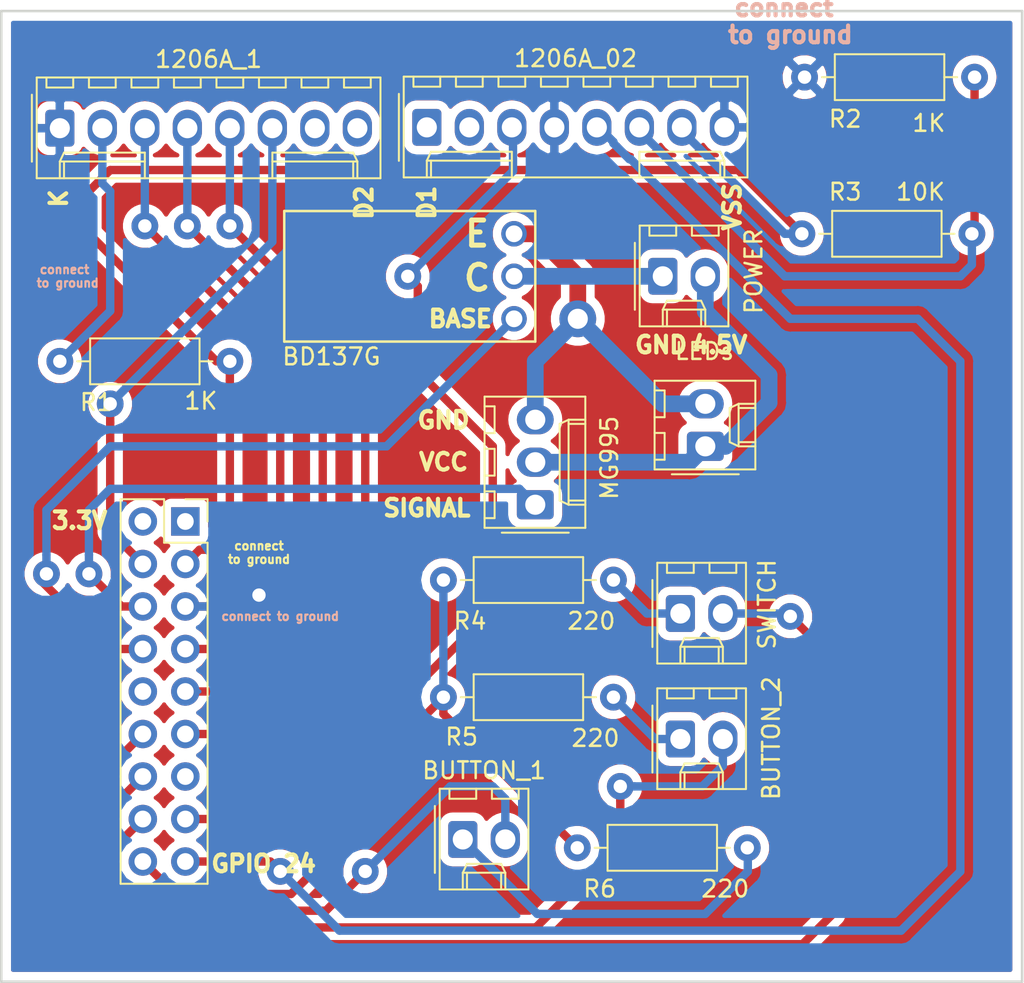
<source format=kicad_pcb>
(kicad_pcb (version 20171130) (host pcbnew "(5.1.0)-1")

  (general
    (thickness 1.6)
    (drawings 22)
    (tracks 174)
    (zones 0)
    (modules 16)
    (nets 30)
  )

  (page A4)
  (layers
    (0 F.Cu signal)
    (31 B.Cu signal)
    (32 B.Adhes user)
    (33 F.Adhes user)
    (34 B.Paste user)
    (35 F.Paste user)
    (36 B.SilkS user hide)
    (37 F.SilkS user)
    (38 B.Mask user)
    (39 F.Mask user)
    (40 Dwgs.User user)
    (41 Cmts.User user)
    (42 Eco1.User user)
    (43 Eco2.User user)
    (44 Edge.Cuts user)
    (45 Margin user)
    (46 B.CrtYd user)
    (47 F.CrtYd user)
    (48 B.Fab user)
    (49 F.Fab user)
  )

  (setup
    (last_trace_width 0.5)
    (trace_clearance 0.5)
    (zone_clearance 0.508)
    (zone_45_only no)
    (trace_min 0.5)
    (via_size 1.2)
    (via_drill 0.8)
    (via_min_size 0.4)
    (via_min_drill 0.3)
    (uvia_size 0.3)
    (uvia_drill 0.1)
    (uvias_allowed no)
    (uvia_min_size 0.2)
    (uvia_min_drill 0.1)
    (edge_width 0.15)
    (segment_width 0.2)
    (pcb_text_width 0.3)
    (pcb_text_size 1.5 1.5)
    (mod_edge_width 0.15)
    (mod_text_size 1 1)
    (mod_text_width 0.15)
    (pad_size 1.7 1.7)
    (pad_drill 1)
    (pad_to_mask_clearance 0.051)
    (solder_mask_min_width 0.25)
    (aux_axis_origin 0 0)
    (visible_elements 7FFFEFFF)
    (pcbplotparams
      (layerselection 0x010fc_ffffffff)
      (usegerberextensions false)
      (usegerberattributes false)
      (usegerberadvancedattributes false)
      (creategerberjobfile false)
      (excludeedgelayer true)
      (linewidth 0.100000)
      (plotframeref false)
      (viasonmask false)
      (mode 1)
      (useauxorigin false)
      (hpglpennumber 1)
      (hpglpenspeed 20)
      (hpglpendiameter 15.000000)
      (psnegative false)
      (psa4output false)
      (plotreference true)
      (plotvalue true)
      (plotinvisibletext false)
      (padsonsilk false)
      (subtractmaskfromsilk false)
      (outputformat 1)
      (mirror false)
      (drillshape 1)
      (scaleselection 1)
      (outputdirectory ""))
  )

  (net 0 "")
  (net 1 "Net-(1206A_01x08_Male1-Pad1)")
  (net 2 "Net-(1206A_01x08_Male1-Pad2)")
  (net 3 "Net-(1206A_01x08_Male1-Pad3)")
  (net 4 "Net-(1206A_01x08_Male1-Pad4)")
  (net 5 "Net-(1206A_01x08_Male1-Pad5)")
  (net 6 "Net-(1206A_01x08_Male1-Pad6)")
  (net 7 "Net-(1206A_01x08_Male1-Pad7)")
  (net 8 "Net-(1206A_01x08_Male1-Pad8)")
  (net 9 "Net-(1206A_01x08_Male2-Pad7)")
  (net 10 "Net-(1206A_01x08_Male2-Pad6)")
  (net 11 "Net-(1206A_01x08_Male2-Pad5)")
  (net 12 "Net-(1206A_01x08_Male2-Pad3)")
  (net 13 "Net-(1206A_01x08_Male2-Pad2)")
  (net 14 "Net-(1206A_01x08_Male2-Pad1)")
  (net 15 "Net-(2mm_pitch1-Pad1)")
  (net 16 "Net-(2mm_pitch1-Pad2)")
  (net 17 "Net-(2mm_pitch2-Pad1)")
  (net 18 "Net-(2mm_pitch2-Pad2)")
  (net 19 "Net-(2mm_pitch3-Pad2)")
  (net 20 "Net-(2mm_pitch3-Pad1)")
  (net 21 "Net-(2mm_pitch4-Pad1)")
  (net 22 "Net-(2mm_pitch4-Pad2)")
  (net 23 "Net-(2mm_pitch4-Pad3)")
  (net 24 "Net-(BATTERY_Conn_01x02_Male2-Pad1)")
  (net 25 "Net-(BD137G1-Pad3)")
  (net 26 "Net-(BUTTON_1_RES1-Pad2)")
  (net 27 "Net-(J1-Pad1)")
  (net 28 "Net-(J1-Pad10)")
  (net 29 "Net-(J1-Pad13)")

  (net_class Default "This is the default net class."
    (clearance 0.5)
    (trace_width 0.5)
    (via_dia 1.2)
    (via_drill 0.8)
    (uvia_dia 0.3)
    (uvia_drill 0.1)
    (diff_pair_width 0.5)
    (diff_pair_gap 0.25)
    (add_net "Net-(1206A_01x08_Male1-Pad1)")
    (add_net "Net-(1206A_01x08_Male1-Pad2)")
    (add_net "Net-(1206A_01x08_Male1-Pad3)")
    (add_net "Net-(1206A_01x08_Male1-Pad4)")
    (add_net "Net-(1206A_01x08_Male1-Pad5)")
    (add_net "Net-(1206A_01x08_Male1-Pad6)")
    (add_net "Net-(1206A_01x08_Male1-Pad7)")
    (add_net "Net-(1206A_01x08_Male1-Pad8)")
    (add_net "Net-(1206A_01x08_Male2-Pad1)")
    (add_net "Net-(1206A_01x08_Male2-Pad2)")
    (add_net "Net-(1206A_01x08_Male2-Pad3)")
    (add_net "Net-(1206A_01x08_Male2-Pad5)")
    (add_net "Net-(1206A_01x08_Male2-Pad6)")
    (add_net "Net-(1206A_01x08_Male2-Pad7)")
    (add_net "Net-(2mm_pitch1-Pad1)")
    (add_net "Net-(2mm_pitch1-Pad2)")
    (add_net "Net-(2mm_pitch2-Pad1)")
    (add_net "Net-(2mm_pitch2-Pad2)")
    (add_net "Net-(2mm_pitch3-Pad1)")
    (add_net "Net-(2mm_pitch3-Pad2)")
    (add_net "Net-(2mm_pitch4-Pad1)")
    (add_net "Net-(2mm_pitch4-Pad2)")
    (add_net "Net-(2mm_pitch4-Pad3)")
    (add_net "Net-(BATTERY_Conn_01x02_Male2-Pad1)")
    (add_net "Net-(BD137G1-Pad3)")
    (add_net "Net-(BUTTON_1_RES1-Pad2)")
    (add_net "Net-(J1-Pad1)")
    (add_net "Net-(J1-Pad10)")
    (add_net "Net-(J1-Pad13)")
  )

  (module Connector_Molex:Molex_KK-254_AE-6410-08A_1x08_P2.54mm_Vertical (layer F.Cu) (tedit 5C9A399E) (tstamp 5CC07F8D)
    (at 129.07 80.05)
    (descr "Molex KK-254 Interconnect System, old/engineering part number: AE-6410-08A example for new part number: 22-27-2081, 8 Pins (http://www.molex.com/pdm_docs/sd/022272021_sd.pdf), generated with kicad-footprint-generator")
    (tags "connector Molex KK-254 side entry")
    (path /5CA4F01F)
    (fp_text reference 1206A_1 (at 8.89 -4.12) (layer F.SilkS)
      (effects (font (size 1 1) (thickness 0.15)))
    )
    (fp_text value 2mm_pitch (at 8.89 4.08) (layer F.Fab) hide
      (effects (font (size 1 1) (thickness 0.15)))
    )
    (fp_line (start -1.27 -2.92) (end -1.27 2.88) (layer F.Fab) (width 0.1))
    (fp_line (start -1.27 2.88) (end 19.05 2.88) (layer F.Fab) (width 0.1))
    (fp_line (start 19.05 2.88) (end 19.05 -2.92) (layer F.Fab) (width 0.1))
    (fp_line (start 19.05 -2.92) (end -1.27 -2.92) (layer F.Fab) (width 0.1))
    (fp_line (start -1.38 -3.03) (end -1.38 2.99) (layer F.SilkS) (width 0.12))
    (fp_line (start -1.38 2.99) (end 19.16 2.99) (layer F.SilkS) (width 0.12))
    (fp_line (start 19.16 2.99) (end 19.16 -3.03) (layer F.SilkS) (width 0.12))
    (fp_line (start 19.16 -3.03) (end -1.38 -3.03) (layer F.SilkS) (width 0.12))
    (fp_line (start -1.67 -2) (end -1.67 2) (layer F.SilkS) (width 0.12))
    (fp_line (start -1.27 -0.5) (end -0.562893 0) (layer F.Fab) (width 0.1))
    (fp_line (start -0.562893 0) (end -1.27 0.5) (layer F.Fab) (width 0.1))
    (fp_line (start 0 2.99) (end 0 1.99) (layer F.SilkS) (width 0.12))
    (fp_line (start 0 1.99) (end 5.08 1.99) (layer F.SilkS) (width 0.12))
    (fp_line (start 5.08 1.99) (end 5.08 2.99) (layer F.SilkS) (width 0.12))
    (fp_line (start 0 1.99) (end 0.25 1.46) (layer F.SilkS) (width 0.12))
    (fp_line (start 0.25 1.46) (end 5.08 1.46) (layer F.SilkS) (width 0.12))
    (fp_line (start 5.08 1.46) (end 5.08 1.99) (layer F.SilkS) (width 0.12))
    (fp_line (start 0.25 2.99) (end 0.25 1.99) (layer F.SilkS) (width 0.12))
    (fp_line (start 17.78 2.99) (end 17.78 1.99) (layer F.SilkS) (width 0.12))
    (fp_line (start 17.78 1.99) (end 12.7 1.99) (layer F.SilkS) (width 0.12))
    (fp_line (start 12.7 1.99) (end 12.7 2.99) (layer F.SilkS) (width 0.12))
    (fp_line (start 17.78 1.99) (end 17.53 1.46) (layer F.SilkS) (width 0.12))
    (fp_line (start 17.53 1.46) (end 12.7 1.46) (layer F.SilkS) (width 0.12))
    (fp_line (start 12.7 1.46) (end 12.7 1.99) (layer F.SilkS) (width 0.12))
    (fp_line (start 17.53 2.99) (end 17.53 1.99) (layer F.SilkS) (width 0.12))
    (fp_line (start -0.8 -3.03) (end -0.8 -2.43) (layer F.SilkS) (width 0.12))
    (fp_line (start -0.8 -2.43) (end 0.8 -2.43) (layer F.SilkS) (width 0.12))
    (fp_line (start 0.8 -2.43) (end 0.8 -3.03) (layer F.SilkS) (width 0.12))
    (fp_line (start 1.74 -3.03) (end 1.74 -2.43) (layer F.SilkS) (width 0.12))
    (fp_line (start 1.74 -2.43) (end 3.34 -2.43) (layer F.SilkS) (width 0.12))
    (fp_line (start 3.34 -2.43) (end 3.34 -3.03) (layer F.SilkS) (width 0.12))
    (fp_line (start 4.28 -3.03) (end 4.28 -2.43) (layer F.SilkS) (width 0.12))
    (fp_line (start 4.28 -2.43) (end 5.88 -2.43) (layer F.SilkS) (width 0.12))
    (fp_line (start 5.88 -2.43) (end 5.88 -3.03) (layer F.SilkS) (width 0.12))
    (fp_line (start 6.82 -3.03) (end 6.82 -2.43) (layer F.SilkS) (width 0.12))
    (fp_line (start 6.82 -2.43) (end 8.42 -2.43) (layer F.SilkS) (width 0.12))
    (fp_line (start 8.42 -2.43) (end 8.42 -3.03) (layer F.SilkS) (width 0.12))
    (fp_line (start 9.36 -3.03) (end 9.36 -2.43) (layer F.SilkS) (width 0.12))
    (fp_line (start 9.36 -2.43) (end 10.96 -2.43) (layer F.SilkS) (width 0.12))
    (fp_line (start 10.96 -2.43) (end 10.96 -3.03) (layer F.SilkS) (width 0.12))
    (fp_line (start 11.9 -3.03) (end 11.9 -2.43) (layer F.SilkS) (width 0.12))
    (fp_line (start 11.9 -2.43) (end 13.5 -2.43) (layer F.SilkS) (width 0.12))
    (fp_line (start 13.5 -2.43) (end 13.5 -3.03) (layer F.SilkS) (width 0.12))
    (fp_line (start 14.44 -3.03) (end 14.44 -2.43) (layer F.SilkS) (width 0.12))
    (fp_line (start 14.44 -2.43) (end 16.04 -2.43) (layer F.SilkS) (width 0.12))
    (fp_line (start 16.04 -2.43) (end 16.04 -3.03) (layer F.SilkS) (width 0.12))
    (fp_line (start 16.98 -3.03) (end 16.98 -2.43) (layer F.SilkS) (width 0.12))
    (fp_line (start 16.98 -2.43) (end 18.58 -2.43) (layer F.SilkS) (width 0.12))
    (fp_line (start 18.58 -2.43) (end 18.58 -3.03) (layer F.SilkS) (width 0.12))
    (fp_line (start -1.77 -3.42) (end -1.77 3.38) (layer F.CrtYd) (width 0.05))
    (fp_line (start -1.77 3.38) (end 19.55 3.38) (layer F.CrtYd) (width 0.05))
    (fp_line (start 19.55 3.38) (end 19.55 -3.42) (layer F.CrtYd) (width 0.05))
    (fp_line (start 19.55 -3.42) (end -1.77 -3.42) (layer F.CrtYd) (width 0.05))
    (fp_text user %R (at 8.89 -2.22) (layer F.Fab)
      (effects (font (size 1 1) (thickness 0.15)))
    )
    (pad 1 thru_hole roundrect (at 0 0) (size 1.74 2.2) (drill 1.2) (layers *.Cu *.Mask) (roundrect_rratio 0.143678)
      (net 1 "Net-(1206A_01x08_Male1-Pad1)"))
    (pad 2 thru_hole oval (at 2.54 0) (size 1.74 2.2) (drill 1.2) (layers *.Cu *.Mask)
      (net 2 "Net-(1206A_01x08_Male1-Pad2)"))
    (pad 3 thru_hole oval (at 5.08 0) (size 1.74 2.2) (drill 1.2) (layers *.Cu *.Mask)
      (net 3 "Net-(1206A_01x08_Male1-Pad3)"))
    (pad 4 thru_hole oval (at 7.62 0) (size 1.74 2.2) (drill 1.2) (layers *.Cu *.Mask)
      (net 4 "Net-(1206A_01x08_Male1-Pad4)"))
    (pad 5 thru_hole oval (at 10.16 0) (size 1.74 2.2) (drill 1.2) (layers *.Cu *.Mask)
      (net 5 "Net-(1206A_01x08_Male1-Pad5)"))
    (pad 6 thru_hole oval (at 12.7 0) (size 1.74 2.2) (drill 1.2) (layers *.Cu *.Mask)
      (net 6 "Net-(1206A_01x08_Male1-Pad6)"))
    (pad 7 thru_hole oval (at 15.24 0) (size 1.74 2.2) (drill 1.2) (layers *.Cu *.Mask)
      (net 7 "Net-(1206A_01x08_Male1-Pad7)"))
    (pad 8 thru_hole oval (at 17.78 0) (size 1.74 2.2) (drill 1.2) (layers *.Cu *.Mask)
      (net 8 "Net-(1206A_01x08_Male1-Pad8)"))
    (model ${KISYS3DMOD}/Connector_Molex.3dshapes/Molex_KK-254_AE-6410-08A_1x08_P2.54mm_Vertical.wrl
      (at (xyz 0 0 0))
      (scale (xyz 1 1 1))
      (rotate (xyz 0 0 0))
    )
  )

  (module Connector_PinSocket_2.54mm:PinSocket_2x09_P2.54mm_Vertical (layer F.Cu) (tedit 5C9A4A0A) (tstamp 5CC0632C)
    (at 136.57 103.55)
    (descr "Through hole straight socket strip, 2x09, 2.54mm pitch, double cols (from Kicad 4.0.7), script generated")
    (tags "Through hole socket strip THT 2x09 2.54mm double row")
    (path /5C9A00D8)
    (fp_text reference J1 (at -1.27 -2.77) (layer F.SilkS) hide
      (effects (font (size 1 1) (thickness 0.15)))
    )
    (fp_text value Conn_02x09_Odd_Even (at -1.27 23.09) (layer F.Fab) hide
      (effects (font (size 1 1) (thickness 0.15)))
    )
    (fp_line (start -3.81 -1.27) (end 0.27 -1.27) (layer F.Fab) (width 0.1))
    (fp_line (start 0.27 -1.27) (end 1.27 -0.27) (layer F.Fab) (width 0.1))
    (fp_line (start 1.27 -0.27) (end 1.27 21.59) (layer F.Fab) (width 0.1))
    (fp_line (start 1.27 21.59) (end -3.81 21.59) (layer F.Fab) (width 0.1))
    (fp_line (start -3.81 21.59) (end -3.81 -1.27) (layer F.Fab) (width 0.1))
    (fp_line (start -3.87 -1.33) (end -1.27 -1.33) (layer F.SilkS) (width 0.12))
    (fp_line (start -3.87 -1.33) (end -3.87 21.65) (layer F.SilkS) (width 0.12))
    (fp_line (start -3.87 21.65) (end 1.33 21.65) (layer F.SilkS) (width 0.12))
    (fp_line (start 1.33 1.27) (end 1.33 21.65) (layer F.SilkS) (width 0.12))
    (fp_line (start -1.27 1.27) (end 1.33 1.27) (layer F.SilkS) (width 0.12))
    (fp_line (start -1.27 -1.33) (end -1.27 1.27) (layer F.SilkS) (width 0.12))
    (fp_line (start 1.33 -1.33) (end 1.33 0) (layer F.SilkS) (width 0.12))
    (fp_line (start 0 -1.33) (end 1.33 -1.33) (layer F.SilkS) (width 0.12))
    (fp_line (start -4.34 -1.8) (end 1.76 -1.8) (layer F.CrtYd) (width 0.05))
    (fp_line (start 1.76 -1.8) (end 1.76 22.1) (layer F.CrtYd) (width 0.05))
    (fp_line (start 1.76 22.1) (end -4.34 22.1) (layer F.CrtYd) (width 0.05))
    (fp_line (start -4.34 22.1) (end -4.34 -1.8) (layer F.CrtYd) (width 0.05))
    (fp_text user %R (at -1.27 10.16 90) (layer F.Fab)
      (effects (font (size 1 1) (thickness 0.15)))
    )
    (pad 1 thru_hole rect (at 0 0) (size 1.7 1.7) (drill 1) (layers *.Cu *.Mask)
      (net 27 "Net-(J1-Pad1)"))
    (pad 2 thru_hole oval (at -2.54 0) (size 1.7 1.7) (drill 1) (layers *.Cu *.Mask)
      (net 27 "Net-(J1-Pad1)"))
    (pad 3 thru_hole oval (at 0 2.54) (size 1.7 1.7) (drill 1) (layers *.Cu *.Mask)
      (net 9 "Net-(1206A_01x08_Male2-Pad7)"))
    (pad 4 thru_hole oval (at -2.54 2.54) (size 1.7 1.7) (drill 1) (layers *.Cu *.Mask)
      (net 6 "Net-(1206A_01x08_Male1-Pad6)"))
    (pad 5 thru_hole oval (at 0 5.08) (size 1.7 1.7) (drill 1) (layers *.Cu *.Mask)
      (net 1 "Net-(1206A_01x08_Male1-Pad1)"))
    (pad 6 thru_hole oval (at -2.54 5.08) (size 1.7 1.7) (drill 1) (layers *.Cu *.Mask)
      (net 21 "Net-(2mm_pitch4-Pad1)"))
    (pad 7 thru_hole oval (at 0 7.62) (size 1.7 1.7) (drill 1) (layers *.Cu *.Mask)
      (net 3 "Net-(1206A_01x08_Male1-Pad3)"))
    (pad 8 thru_hole oval (at -2.54 7.62) (size 1.7 1.7) (drill 1) (layers *.Cu *.Mask)
      (net 25 "Net-(BD137G1-Pad3)"))
    (pad 9 thru_hole oval (at 0 10.16) (size 1.7 1.7) (drill 1) (layers *.Cu *.Mask)
      (net 4 "Net-(1206A_01x08_Male1-Pad4)"))
    (pad 10 thru_hole oval (at -2.54 10.16) (size 1.7 1.7) (drill 1) (layers *.Cu *.Mask)
      (net 28 "Net-(J1-Pad10)"))
    (pad 11 thru_hole oval (at 0 12.7) (size 1.7 1.7) (drill 1) (layers *.Cu *.Mask)
      (net 5 "Net-(1206A_01x08_Male1-Pad5)"))
    (pad 12 thru_hole oval (at -2.54 12.7) (size 1.7 1.7) (drill 1) (layers *.Cu *.Mask)
      (net 16 "Net-(2mm_pitch1-Pad2)"))
    (pad 13 thru_hole oval (at 0 15.24) (size 1.7 1.7) (drill 1) (layers *.Cu *.Mask)
      (net 29 "Net-(J1-Pad13)"))
    (pad 14 thru_hole oval (at -2.54 15.24) (size 1.7 1.7) (drill 1) (layers *.Cu *.Mask)
      (net 18 "Net-(2mm_pitch2-Pad2)"))
    (pad 15 thru_hole oval (at 0 17.78) (size 1.7 1.7) (drill 1) (layers *.Cu *.Mask)
      (net 12 "Net-(1206A_01x08_Male2-Pad3)"))
    (pad 16 thru_hole oval (at -2.54 17.78) (size 1.7 1.7) (drill 1) (layers *.Cu *.Mask)
      (net 19 "Net-(2mm_pitch3-Pad2)"))
    (pad 17 thru_hole oval (at 0 20.32) (size 1.7 1.7) (drill 1) (layers *.Cu *.Mask)
      (net 11 "Net-(1206A_01x08_Male2-Pad5)"))
    (pad 18 thru_hole oval (at -2.54 20.32) (size 1.7 1.7) (drill 1) (layers *.Cu *.Mask)
      (net 26 "Net-(BUTTON_1_RES1-Pad2)"))
    (model ${KISYS3DMOD}/Connector_PinSocket_2.54mm.3dshapes/PinSocket_2x09_P2.54mm_Vertical.wrl
      (at (xyz 0 0 0))
      (scale (xyz 1 1 1))
      (rotate (xyz 0 0 0))
    )
  )

  (module GLFfootprints:BD137G (layer F.Cu) (tedit 5C9A3B4B) (tstamp 5C9A4831)
    (at 157.48 88.9 270)
    (path /5C92D2A8)
    (fp_text reference BD137G (at 4.8 12.18) (layer F.SilkS)
      (effects (font (size 1 1) (thickness 0.15)))
    )
    (fp_text value ?? (at -1.27 -1.27 270) (layer F.Fab) hide
      (effects (font (size 1 1) (thickness 0.15)))
    )
    (fp_line (start -3.9 0) (end 3.9 0) (layer F.SilkS) (width 0.15))
    (fp_line (start 3.9 0) (end 3.9 15) (layer F.SilkS) (width 0.15))
    (fp_line (start -3.9 15) (end 3.9 15) (layer F.SilkS) (width 0.15))
    (fp_line (start -3.9 15) (end -3.9 0) (layer F.SilkS) (width 0.15))
    (pad 1 thru_hole circle (at -2.54 1.27 270) (size 1.524 1.524) (drill 1) (layers *.Cu *.Mask)
      (net 23 "Net-(2mm_pitch4-Pad3)"))
    (pad 2 thru_hole circle (at 0 1.27 270) (size 1.524 1.524) (drill 1) (layers *.Cu *.Mask)
      (net 24 "Net-(BATTERY_Conn_01x02_Male2-Pad1)"))
    (pad 3 thru_hole circle (at 2.54 1.27 270) (size 1.524 1.524) (drill 1) (layers *.Cu *.Mask)
      (net 25 "Net-(BD137G1-Pad3)"))
  )

  (module Resistor_THT:R_Axial_DIN0207_L6.3mm_D2.5mm_P10.16mm_Horizontal (layer F.Cu) (tedit 5C9A3A6A) (tstamp 5CB3DED9)
    (at 162.15 107.05 180)
    (descr "Resistor, Axial_DIN0207 series, Axial, Horizontal, pin pitch=10.16mm, 0.25W = 1/4W, length*diameter=6.3*2.5mm^2, http://cdn-reichelt.de/documents/datenblatt/B400/1_4W%23YAG.pdf")
    (tags "Resistor Axial_DIN0207 series Axial Horizontal pin pitch 10.16mm 0.25W = 1/4W length 6.3mm diameter 2.5mm")
    (path /5C92CD78)
    (fp_text reference R4 (at 8.57 -2.45 180) (layer F.SilkS)
      (effects (font (size 1 1) (thickness 0.15)))
    )
    (fp_text value 220 (at 1.32 -2.45 180) (layer F.SilkS)
      (effects (font (size 1 1) (thickness 0.15)))
    )
    (fp_text user %R (at 5.08 0 180) (layer F.Fab)
      (effects (font (size 1 1) (thickness 0.15)))
    )
    (fp_line (start 11.21 -1.5) (end -1.05 -1.5) (layer F.CrtYd) (width 0.05))
    (fp_line (start 11.21 1.5) (end 11.21 -1.5) (layer F.CrtYd) (width 0.05))
    (fp_line (start -1.05 1.5) (end 11.21 1.5) (layer F.CrtYd) (width 0.05))
    (fp_line (start -1.05 -1.5) (end -1.05 1.5) (layer F.CrtYd) (width 0.05))
    (fp_line (start 9.12 0) (end 8.35 0) (layer F.SilkS) (width 0.12))
    (fp_line (start 1.04 0) (end 1.81 0) (layer F.SilkS) (width 0.12))
    (fp_line (start 8.35 -1.37) (end 1.81 -1.37) (layer F.SilkS) (width 0.12))
    (fp_line (start 8.35 1.37) (end 8.35 -1.37) (layer F.SilkS) (width 0.12))
    (fp_line (start 1.81 1.37) (end 8.35 1.37) (layer F.SilkS) (width 0.12))
    (fp_line (start 1.81 -1.37) (end 1.81 1.37) (layer F.SilkS) (width 0.12))
    (fp_line (start 10.16 0) (end 8.23 0) (layer F.Fab) (width 0.1))
    (fp_line (start 0 0) (end 1.93 0) (layer F.Fab) (width 0.1))
    (fp_line (start 8.23 -1.25) (end 1.93 -1.25) (layer F.Fab) (width 0.1))
    (fp_line (start 8.23 1.25) (end 8.23 -1.25) (layer F.Fab) (width 0.1))
    (fp_line (start 1.93 1.25) (end 8.23 1.25) (layer F.Fab) (width 0.1))
    (fp_line (start 1.93 -1.25) (end 1.93 1.25) (layer F.Fab) (width 0.1))
    (pad 2 thru_hole oval (at 10.16 0 180) (size 1.6 1.6) (drill 0.8) (layers *.Cu *.Mask)
      (net 26 "Net-(BUTTON_1_RES1-Pad2)"))
    (pad 1 thru_hole circle (at 0 0 180) (size 1.6 1.6) (drill 0.8) (layers *.Cu *.Mask)
      (net 15 "Net-(2mm_pitch1-Pad1)"))
    (model ${KISYS3DMOD}/Resistor_THT.3dshapes/R_Axial_DIN0207_L6.3mm_D2.5mm_P10.16mm_Horizontal.wrl
      (at (xyz 0 0 0))
      (scale (xyz 1 1 1))
      (rotate (xyz 0 0 0))
    )
  )

  (module Connector_Molex:Molex_KK-254_AE-6410-08A_1x08_P2.54mm_Vertical (layer F.Cu) (tedit 5C9A39B0) (tstamp 5CC07C3B)
    (at 151 80)
    (descr "Molex KK-254 Interconnect System, old/engineering part number: AE-6410-08A example for new part number: 22-27-2081, 8 Pins (http://www.molex.com/pdm_docs/sd/022272021_sd.pdf), generated with kicad-footprint-generator")
    (tags "connector Molex KK-254 side entry")
    (path /5CA4F201)
    (fp_text reference 1206A_02 (at 8.89 -4.12) (layer F.SilkS)
      (effects (font (size 1 1) (thickness 0.15)))
    )
    (fp_text value 2mm_pitch (at 8.89 4.08) (layer F.Fab) hide
      (effects (font (size 1 1) (thickness 0.15)))
    )
    (fp_text user %R (at 8.89 -2.22) (layer F.Fab)
      (effects (font (size 1 1) (thickness 0.15)))
    )
    (fp_line (start 19.55 -3.42) (end -1.77 -3.42) (layer F.CrtYd) (width 0.05))
    (fp_line (start 19.55 3.38) (end 19.55 -3.42) (layer F.CrtYd) (width 0.05))
    (fp_line (start -1.77 3.38) (end 19.55 3.38) (layer F.CrtYd) (width 0.05))
    (fp_line (start -1.77 -3.42) (end -1.77 3.38) (layer F.CrtYd) (width 0.05))
    (fp_line (start 18.58 -2.43) (end 18.58 -3.03) (layer F.SilkS) (width 0.12))
    (fp_line (start 16.98 -2.43) (end 18.58 -2.43) (layer F.SilkS) (width 0.12))
    (fp_line (start 16.98 -3.03) (end 16.98 -2.43) (layer F.SilkS) (width 0.12))
    (fp_line (start 16.04 -2.43) (end 16.04 -3.03) (layer F.SilkS) (width 0.12))
    (fp_line (start 14.44 -2.43) (end 16.04 -2.43) (layer F.SilkS) (width 0.12))
    (fp_line (start 14.44 -3.03) (end 14.44 -2.43) (layer F.SilkS) (width 0.12))
    (fp_line (start 13.5 -2.43) (end 13.5 -3.03) (layer F.SilkS) (width 0.12))
    (fp_line (start 11.9 -2.43) (end 13.5 -2.43) (layer F.SilkS) (width 0.12))
    (fp_line (start 11.9 -3.03) (end 11.9 -2.43) (layer F.SilkS) (width 0.12))
    (fp_line (start 10.96 -2.43) (end 10.96 -3.03) (layer F.SilkS) (width 0.12))
    (fp_line (start 9.36 -2.43) (end 10.96 -2.43) (layer F.SilkS) (width 0.12))
    (fp_line (start 9.36 -3.03) (end 9.36 -2.43) (layer F.SilkS) (width 0.12))
    (fp_line (start 8.42 -2.43) (end 8.42 -3.03) (layer F.SilkS) (width 0.12))
    (fp_line (start 6.82 -2.43) (end 8.42 -2.43) (layer F.SilkS) (width 0.12))
    (fp_line (start 6.82 -3.03) (end 6.82 -2.43) (layer F.SilkS) (width 0.12))
    (fp_line (start 5.88 -2.43) (end 5.88 -3.03) (layer F.SilkS) (width 0.12))
    (fp_line (start 4.28 -2.43) (end 5.88 -2.43) (layer F.SilkS) (width 0.12))
    (fp_line (start 4.28 -3.03) (end 4.28 -2.43) (layer F.SilkS) (width 0.12))
    (fp_line (start 3.34 -2.43) (end 3.34 -3.03) (layer F.SilkS) (width 0.12))
    (fp_line (start 1.74 -2.43) (end 3.34 -2.43) (layer F.SilkS) (width 0.12))
    (fp_line (start 1.74 -3.03) (end 1.74 -2.43) (layer F.SilkS) (width 0.12))
    (fp_line (start 0.8 -2.43) (end 0.8 -3.03) (layer F.SilkS) (width 0.12))
    (fp_line (start -0.8 -2.43) (end 0.8 -2.43) (layer F.SilkS) (width 0.12))
    (fp_line (start -0.8 -3.03) (end -0.8 -2.43) (layer F.SilkS) (width 0.12))
    (fp_line (start 17.53 2.99) (end 17.53 1.99) (layer F.SilkS) (width 0.12))
    (fp_line (start 12.7 1.46) (end 12.7 1.99) (layer F.SilkS) (width 0.12))
    (fp_line (start 17.53 1.46) (end 12.7 1.46) (layer F.SilkS) (width 0.12))
    (fp_line (start 17.78 1.99) (end 17.53 1.46) (layer F.SilkS) (width 0.12))
    (fp_line (start 12.7 1.99) (end 12.7 2.99) (layer F.SilkS) (width 0.12))
    (fp_line (start 17.78 1.99) (end 12.7 1.99) (layer F.SilkS) (width 0.12))
    (fp_line (start 17.78 2.99) (end 17.78 1.99) (layer F.SilkS) (width 0.12))
    (fp_line (start 0.25 2.99) (end 0.25 1.99) (layer F.SilkS) (width 0.12))
    (fp_line (start 5.08 1.46) (end 5.08 1.99) (layer F.SilkS) (width 0.12))
    (fp_line (start 0.25 1.46) (end 5.08 1.46) (layer F.SilkS) (width 0.12))
    (fp_line (start 0 1.99) (end 0.25 1.46) (layer F.SilkS) (width 0.12))
    (fp_line (start 5.08 1.99) (end 5.08 2.99) (layer F.SilkS) (width 0.12))
    (fp_line (start 0 1.99) (end 5.08 1.99) (layer F.SilkS) (width 0.12))
    (fp_line (start 0 2.99) (end 0 1.99) (layer F.SilkS) (width 0.12))
    (fp_line (start -0.562893 0) (end -1.27 0.5) (layer F.Fab) (width 0.1))
    (fp_line (start -1.27 -0.5) (end -0.562893 0) (layer F.Fab) (width 0.1))
    (fp_line (start -1.67 -2) (end -1.67 2) (layer F.SilkS) (width 0.12))
    (fp_line (start 19.16 -3.03) (end -1.38 -3.03) (layer F.SilkS) (width 0.12))
    (fp_line (start 19.16 2.99) (end 19.16 -3.03) (layer F.SilkS) (width 0.12))
    (fp_line (start -1.38 2.99) (end 19.16 2.99) (layer F.SilkS) (width 0.12))
    (fp_line (start -1.38 -3.03) (end -1.38 2.99) (layer F.SilkS) (width 0.12))
    (fp_line (start 19.05 -2.92) (end -1.27 -2.92) (layer F.Fab) (width 0.1))
    (fp_line (start 19.05 2.88) (end 19.05 -2.92) (layer F.Fab) (width 0.1))
    (fp_line (start -1.27 2.88) (end 19.05 2.88) (layer F.Fab) (width 0.1))
    (fp_line (start -1.27 -2.92) (end -1.27 2.88) (layer F.Fab) (width 0.1))
    (pad 8 thru_hole oval (at 17.78 0) (size 1.74 2.2) (drill 1.2) (layers *.Cu *.Mask)
      (net 1 "Net-(1206A_01x08_Male1-Pad1)"))
    (pad 7 thru_hole oval (at 15.24 0) (size 1.74 2.2) (drill 1.2) (layers *.Cu *.Mask)
      (net 9 "Net-(1206A_01x08_Male2-Pad7)"))
    (pad 6 thru_hole oval (at 12.7 0) (size 1.74 2.2) (drill 1.2) (layers *.Cu *.Mask)
      (net 10 "Net-(1206A_01x08_Male2-Pad6)"))
    (pad 5 thru_hole oval (at 10.16 0) (size 1.74 2.2) (drill 1.2) (layers *.Cu *.Mask)
      (net 11 "Net-(1206A_01x08_Male2-Pad5)"))
    (pad 4 thru_hole oval (at 7.62 0) (size 1.74 2.2) (drill 1.2) (layers *.Cu *.Mask)
      (net 1 "Net-(1206A_01x08_Male1-Pad1)"))
    (pad 3 thru_hole oval (at 5.08 0) (size 1.74 2.2) (drill 1.2) (layers *.Cu *.Mask)
      (net 12 "Net-(1206A_01x08_Male2-Pad3)"))
    (pad 2 thru_hole oval (at 2.54 0) (size 1.74 2.2) (drill 1.2) (layers *.Cu *.Mask)
      (net 13 "Net-(1206A_01x08_Male2-Pad2)"))
    (pad 1 thru_hole roundrect (at 0 0) (size 1.74 2.2) (drill 1.2) (layers *.Cu *.Mask) (roundrect_rratio 0.143678)
      (net 14 "Net-(1206A_01x08_Male2-Pad1)"))
    (model ${KISYS3DMOD}/Connector_Molex.3dshapes/Molex_KK-254_AE-6410-08A_1x08_P2.54mm_Vertical.wrl
      (at (xyz 0 0 0))
      (scale (xyz 1 1 1))
      (rotate (xyz 0 0 0))
    )
  )

  (module Connector_Molex:Molex_KK-254_AE-6410-02A_1x02_P2.54mm_Vertical (layer F.Cu) (tedit 5C9A3AE7) (tstamp 5CB2FF6D)
    (at 166.15 109.05)
    (descr "Molex KK-254 Interconnect System, old/engineering part number: AE-6410-02A example for new part number: 22-27-2021, 2 Pins (http://www.molex.com/pdm_docs/sd/022272021_sd.pdf), generated with kicad-footprint-generator")
    (tags "connector Molex KK-254 side entry")
    (path /5C92EBA5)
    (fp_text reference SWITCH (at 5.18 -0.55 90) (layer F.SilkS)
      (effects (font (size 1 1) (thickness 0.15)))
    )
    (fp_text value LIMIT_SWITCH_OUT (at 1.27 4.08) (layer F.Fab) hide
      (effects (font (size 1 1) (thickness 0.15)))
    )
    (fp_line (start -1.27 -2.92) (end -1.27 2.88) (layer F.Fab) (width 0.1))
    (fp_line (start -1.27 2.88) (end 3.81 2.88) (layer F.Fab) (width 0.1))
    (fp_line (start 3.81 2.88) (end 3.81 -2.92) (layer F.Fab) (width 0.1))
    (fp_line (start 3.81 -2.92) (end -1.27 -2.92) (layer F.Fab) (width 0.1))
    (fp_line (start -1.38 -3.03) (end -1.38 2.99) (layer F.SilkS) (width 0.12))
    (fp_line (start -1.38 2.99) (end 3.92 2.99) (layer F.SilkS) (width 0.12))
    (fp_line (start 3.92 2.99) (end 3.92 -3.03) (layer F.SilkS) (width 0.12))
    (fp_line (start 3.92 -3.03) (end -1.38 -3.03) (layer F.SilkS) (width 0.12))
    (fp_line (start -1.67 -2) (end -1.67 2) (layer F.SilkS) (width 0.12))
    (fp_line (start -1.27 -0.5) (end -0.562893 0) (layer F.Fab) (width 0.1))
    (fp_line (start -0.562893 0) (end -1.27 0.5) (layer F.Fab) (width 0.1))
    (fp_line (start 0 2.99) (end 0 1.99) (layer F.SilkS) (width 0.12))
    (fp_line (start 0 1.99) (end 2.54 1.99) (layer F.SilkS) (width 0.12))
    (fp_line (start 2.54 1.99) (end 2.54 2.99) (layer F.SilkS) (width 0.12))
    (fp_line (start 0 1.99) (end 0.25 1.46) (layer F.SilkS) (width 0.12))
    (fp_line (start 0.25 1.46) (end 2.29 1.46) (layer F.SilkS) (width 0.12))
    (fp_line (start 2.29 1.46) (end 2.54 1.99) (layer F.SilkS) (width 0.12))
    (fp_line (start 0.25 2.99) (end 0.25 1.99) (layer F.SilkS) (width 0.12))
    (fp_line (start 2.29 2.99) (end 2.29 1.99) (layer F.SilkS) (width 0.12))
    (fp_line (start -0.8 -3.03) (end -0.8 -2.43) (layer F.SilkS) (width 0.12))
    (fp_line (start -0.8 -2.43) (end 0.8 -2.43) (layer F.SilkS) (width 0.12))
    (fp_line (start 0.8 -2.43) (end 0.8 -3.03) (layer F.SilkS) (width 0.12))
    (fp_line (start 1.74 -3.03) (end 1.74 -2.43) (layer F.SilkS) (width 0.12))
    (fp_line (start 1.74 -2.43) (end 3.34 -2.43) (layer F.SilkS) (width 0.12))
    (fp_line (start 3.34 -2.43) (end 3.34 -3.03) (layer F.SilkS) (width 0.12))
    (fp_line (start -1.77 -3.42) (end -1.77 3.38) (layer F.CrtYd) (width 0.05))
    (fp_line (start -1.77 3.38) (end 4.31 3.38) (layer F.CrtYd) (width 0.05))
    (fp_line (start 4.31 3.38) (end 4.31 -3.42) (layer F.CrtYd) (width 0.05))
    (fp_line (start 4.31 -3.42) (end -1.77 -3.42) (layer F.CrtYd) (width 0.05))
    (fp_text user %R (at 1.27 -2.22) (layer F.Fab)
      (effects (font (size 1 1) (thickness 0.15)))
    )
    (pad 1 thru_hole roundrect (at 0 0) (size 1.74 2.2) (drill 1.2) (layers *.Cu *.Mask) (roundrect_rratio 0.143678)
      (net 15 "Net-(2mm_pitch1-Pad1)"))
    (pad 2 thru_hole oval (at 2.54 0) (size 1.74 2.2) (drill 1.2) (layers *.Cu *.Mask)
      (net 16 "Net-(2mm_pitch1-Pad2)"))
    (model ${KISYS3DMOD}/Connector_Molex.3dshapes/Molex_KK-254_AE-6410-02A_1x02_P2.54mm_Vertical.wrl
      (at (xyz 0 0 0))
      (scale (xyz 1 1 1))
      (rotate (xyz 0 0 0))
    )
  )

  (module Connector_Molex:Molex_KK-254_AE-6410-02A_1x02_P2.54mm_Vertical (layer F.Cu) (tedit 5C9A3AD7) (tstamp 5CB2FF91)
    (at 166.15 116.55)
    (descr "Molex KK-254 Interconnect System, old/engineering part number: AE-6410-02A example for new part number: 22-27-2021, 2 Pins (http://www.molex.com/pdm_docs/sd/022272021_sd.pdf), generated with kicad-footprint-generator")
    (tags "connector Molex KK-254 side entry")
    (path /5C92E966)
    (fp_text reference BUTTON_2 (at 5.43 -0.05 90) (layer F.SilkS)
      (effects (font (size 1 1) (thickness 0.15)))
    )
    (fp_text value BUTTON_2_OUT (at 1.27 4.08) (layer F.Fab) hide
      (effects (font (size 1 1) (thickness 0.15)))
    )
    (fp_line (start -1.27 -2.92) (end -1.27 2.88) (layer F.Fab) (width 0.1))
    (fp_line (start -1.27 2.88) (end 3.81 2.88) (layer F.Fab) (width 0.1))
    (fp_line (start 3.81 2.88) (end 3.81 -2.92) (layer F.Fab) (width 0.1))
    (fp_line (start 3.81 -2.92) (end -1.27 -2.92) (layer F.Fab) (width 0.1))
    (fp_line (start -1.38 -3.03) (end -1.38 2.99) (layer F.SilkS) (width 0.12))
    (fp_line (start -1.38 2.99) (end 3.92 2.99) (layer F.SilkS) (width 0.12))
    (fp_line (start 3.92 2.99) (end 3.92 -3.03) (layer F.SilkS) (width 0.12))
    (fp_line (start 3.92 -3.03) (end -1.38 -3.03) (layer F.SilkS) (width 0.12))
    (fp_line (start -1.67 -2) (end -1.67 2) (layer F.SilkS) (width 0.12))
    (fp_line (start -1.27 -0.5) (end -0.562893 0) (layer F.Fab) (width 0.1))
    (fp_line (start -0.562893 0) (end -1.27 0.5) (layer F.Fab) (width 0.1))
    (fp_line (start 0 2.99) (end 0 1.99) (layer F.SilkS) (width 0.12))
    (fp_line (start 0 1.99) (end 2.54 1.99) (layer F.SilkS) (width 0.12))
    (fp_line (start 2.54 1.99) (end 2.54 2.99) (layer F.SilkS) (width 0.12))
    (fp_line (start 0 1.99) (end 0.25 1.46) (layer F.SilkS) (width 0.12))
    (fp_line (start 0.25 1.46) (end 2.29 1.46) (layer F.SilkS) (width 0.12))
    (fp_line (start 2.29 1.46) (end 2.54 1.99) (layer F.SilkS) (width 0.12))
    (fp_line (start 0.25 2.99) (end 0.25 1.99) (layer F.SilkS) (width 0.12))
    (fp_line (start 2.29 2.99) (end 2.29 1.99) (layer F.SilkS) (width 0.12))
    (fp_line (start -0.8 -3.03) (end -0.8 -2.43) (layer F.SilkS) (width 0.12))
    (fp_line (start -0.8 -2.43) (end 0.8 -2.43) (layer F.SilkS) (width 0.12))
    (fp_line (start 0.8 -2.43) (end 0.8 -3.03) (layer F.SilkS) (width 0.12))
    (fp_line (start 1.74 -3.03) (end 1.74 -2.43) (layer F.SilkS) (width 0.12))
    (fp_line (start 1.74 -2.43) (end 3.34 -2.43) (layer F.SilkS) (width 0.12))
    (fp_line (start 3.34 -2.43) (end 3.34 -3.03) (layer F.SilkS) (width 0.12))
    (fp_line (start -1.77 -3.42) (end -1.77 3.38) (layer F.CrtYd) (width 0.05))
    (fp_line (start -1.77 3.38) (end 4.31 3.38) (layer F.CrtYd) (width 0.05))
    (fp_line (start 4.31 3.38) (end 4.31 -3.42) (layer F.CrtYd) (width 0.05))
    (fp_line (start 4.31 -3.42) (end -1.77 -3.42) (layer F.CrtYd) (width 0.05))
    (fp_text user %R (at 1.27 -2.22) (layer F.Fab)
      (effects (font (size 1 1) (thickness 0.15)))
    )
    (pad 1 thru_hole roundrect (at 0 0) (size 1.74 2.2) (drill 1.2) (layers *.Cu *.Mask) (roundrect_rratio 0.143678)
      (net 17 "Net-(2mm_pitch2-Pad1)"))
    (pad 2 thru_hole oval (at 2.54 0) (size 1.74 2.2) (drill 1.2) (layers *.Cu *.Mask)
      (net 18 "Net-(2mm_pitch2-Pad2)"))
    (model ${KISYS3DMOD}/Connector_Molex.3dshapes/Molex_KK-254_AE-6410-02A_1x02_P2.54mm_Vertical.wrl
      (at (xyz 0 0 0))
      (scale (xyz 1 1 1))
      (rotate (xyz 0 0 0))
    )
  )

  (module Connector_Molex:Molex_KK-254_AE-6410-02A_1x02_P2.54mm_Vertical (layer F.Cu) (tedit 5C9A3AC8) (tstamp 5CB3D3F0)
    (at 153.15 122.55)
    (descr "Molex KK-254 Interconnect System, old/engineering part number: AE-6410-02A example for new part number: 22-27-2021, 2 Pins (http://www.molex.com/pdm_docs/sd/022272021_sd.pdf), generated with kicad-footprint-generator")
    (tags "connector Molex KK-254 side entry")
    (path /5C92E9D2)
    (fp_text reference BUTTON_1 (at 1.27 -4.12) (layer F.SilkS)
      (effects (font (size 1 1) (thickness 0.15)))
    )
    (fp_text value BUTTON_1_OUT (at 1.27 4.08) (layer F.Fab) hide
      (effects (font (size 1 1) (thickness 0.15)))
    )
    (fp_text user %R (at 1.27 -2.22) (layer F.Fab)
      (effects (font (size 1 1) (thickness 0.15)))
    )
    (fp_line (start 4.31 -3.42) (end -1.77 -3.42) (layer F.CrtYd) (width 0.05))
    (fp_line (start 4.31 3.38) (end 4.31 -3.42) (layer F.CrtYd) (width 0.05))
    (fp_line (start -1.77 3.38) (end 4.31 3.38) (layer F.CrtYd) (width 0.05))
    (fp_line (start -1.77 -3.42) (end -1.77 3.38) (layer F.CrtYd) (width 0.05))
    (fp_line (start 3.34 -2.43) (end 3.34 -3.03) (layer F.SilkS) (width 0.12))
    (fp_line (start 1.74 -2.43) (end 3.34 -2.43) (layer F.SilkS) (width 0.12))
    (fp_line (start 1.74 -3.03) (end 1.74 -2.43) (layer F.SilkS) (width 0.12))
    (fp_line (start 0.8 -2.43) (end 0.8 -3.03) (layer F.SilkS) (width 0.12))
    (fp_line (start -0.8 -2.43) (end 0.8 -2.43) (layer F.SilkS) (width 0.12))
    (fp_line (start -0.8 -3.03) (end -0.8 -2.43) (layer F.SilkS) (width 0.12))
    (fp_line (start 2.29 2.99) (end 2.29 1.99) (layer F.SilkS) (width 0.12))
    (fp_line (start 0.25 2.99) (end 0.25 1.99) (layer F.SilkS) (width 0.12))
    (fp_line (start 2.29 1.46) (end 2.54 1.99) (layer F.SilkS) (width 0.12))
    (fp_line (start 0.25 1.46) (end 2.29 1.46) (layer F.SilkS) (width 0.12))
    (fp_line (start 0 1.99) (end 0.25 1.46) (layer F.SilkS) (width 0.12))
    (fp_line (start 2.54 1.99) (end 2.54 2.99) (layer F.SilkS) (width 0.12))
    (fp_line (start 0 1.99) (end 2.54 1.99) (layer F.SilkS) (width 0.12))
    (fp_line (start 0 2.99) (end 0 1.99) (layer F.SilkS) (width 0.12))
    (fp_line (start -0.562893 0) (end -1.27 0.5) (layer F.Fab) (width 0.1))
    (fp_line (start -1.27 -0.5) (end -0.562893 0) (layer F.Fab) (width 0.1))
    (fp_line (start -1.67 -2) (end -1.67 2) (layer F.SilkS) (width 0.12))
    (fp_line (start 3.92 -3.03) (end -1.38 -3.03) (layer F.SilkS) (width 0.12))
    (fp_line (start 3.92 2.99) (end 3.92 -3.03) (layer F.SilkS) (width 0.12))
    (fp_line (start -1.38 2.99) (end 3.92 2.99) (layer F.SilkS) (width 0.12))
    (fp_line (start -1.38 -3.03) (end -1.38 2.99) (layer F.SilkS) (width 0.12))
    (fp_line (start 3.81 -2.92) (end -1.27 -2.92) (layer F.Fab) (width 0.1))
    (fp_line (start 3.81 2.88) (end 3.81 -2.92) (layer F.Fab) (width 0.1))
    (fp_line (start -1.27 2.88) (end 3.81 2.88) (layer F.Fab) (width 0.1))
    (fp_line (start -1.27 -2.92) (end -1.27 2.88) (layer F.Fab) (width 0.1))
    (pad 2 thru_hole oval (at 2.54 0) (size 1.74 2.2) (drill 1.2) (layers *.Cu *.Mask)
      (net 19 "Net-(2mm_pitch3-Pad2)"))
    (pad 1 thru_hole roundrect (at 0 0) (size 1.74 2.2) (drill 1.2) (layers *.Cu *.Mask) (roundrect_rratio 0.143678)
      (net 20 "Net-(2mm_pitch3-Pad1)"))
    (model ${KISYS3DMOD}/Connector_Molex.3dshapes/Molex_KK-254_AE-6410-02A_1x02_P2.54mm_Vertical.wrl
      (at (xyz 0 0 0))
      (scale (xyz 1 1 1))
      (rotate (xyz 0 0 0))
    )
  )

  (module Connector_Molex:Molex_KK-254_AE-6410-03A_1x03_P2.54mm_Vertical (layer F.Cu) (tedit 5C9A3B27) (tstamp 5CB3E794)
    (at 157.48 102.55 90)
    (descr "Molex KK-254 Interconnect System, old/engineering part number: AE-6410-03A example for new part number: 22-27-2031, 3 Pins (http://www.molex.com/pdm_docs/sd/022272021_sd.pdf), generated with kicad-footprint-generator")
    (tags "connector Molex KK-254 side entry")
    (path /5C92EAFD)
    (fp_text reference MG995 (at 2.8 4.43 90) (layer F.SilkS)
      (effects (font (size 1 1) (thickness 0.15)))
    )
    (fp_text value MG995_SERVO_OUT (at 2.54 4.08 90) (layer F.Fab) hide
      (effects (font (size 1 1) (thickness 0.15)))
    )
    (fp_line (start -1.27 -2.92) (end -1.27 2.88) (layer F.Fab) (width 0.1))
    (fp_line (start -1.27 2.88) (end 6.35 2.88) (layer F.Fab) (width 0.1))
    (fp_line (start 6.35 2.88) (end 6.35 -2.92) (layer F.Fab) (width 0.1))
    (fp_line (start 6.35 -2.92) (end -1.27 -2.92) (layer F.Fab) (width 0.1))
    (fp_line (start -1.38 -3.03) (end -1.38 2.99) (layer F.SilkS) (width 0.12))
    (fp_line (start -1.38 2.99) (end 6.46 2.99) (layer F.SilkS) (width 0.12))
    (fp_line (start 6.46 2.99) (end 6.46 -3.03) (layer F.SilkS) (width 0.12))
    (fp_line (start 6.46 -3.03) (end -1.38 -3.03) (layer F.SilkS) (width 0.12))
    (fp_line (start -1.67 -2) (end -1.67 2) (layer F.SilkS) (width 0.12))
    (fp_line (start -1.27 -0.5) (end -0.562893 0) (layer F.Fab) (width 0.1))
    (fp_line (start -0.562893 0) (end -1.27 0.5) (layer F.Fab) (width 0.1))
    (fp_line (start 0 2.99) (end 0 1.99) (layer F.SilkS) (width 0.12))
    (fp_line (start 0 1.99) (end 5.08 1.99) (layer F.SilkS) (width 0.12))
    (fp_line (start 5.08 1.99) (end 5.08 2.99) (layer F.SilkS) (width 0.12))
    (fp_line (start 0 1.99) (end 0.25 1.46) (layer F.SilkS) (width 0.12))
    (fp_line (start 0.25 1.46) (end 4.83 1.46) (layer F.SilkS) (width 0.12))
    (fp_line (start 4.83 1.46) (end 5.08 1.99) (layer F.SilkS) (width 0.12))
    (fp_line (start 0.25 2.99) (end 0.25 1.99) (layer F.SilkS) (width 0.12))
    (fp_line (start 4.83 2.99) (end 4.83 1.99) (layer F.SilkS) (width 0.12))
    (fp_line (start -0.8 -3.03) (end -0.8 -2.43) (layer F.SilkS) (width 0.12))
    (fp_line (start -0.8 -2.43) (end 0.8 -2.43) (layer F.SilkS) (width 0.12))
    (fp_line (start 0.8 -2.43) (end 0.8 -3.03) (layer F.SilkS) (width 0.12))
    (fp_line (start 1.74 -3.03) (end 1.74 -2.43) (layer F.SilkS) (width 0.12))
    (fp_line (start 1.74 -2.43) (end 3.34 -2.43) (layer F.SilkS) (width 0.12))
    (fp_line (start 3.34 -2.43) (end 3.34 -3.03) (layer F.SilkS) (width 0.12))
    (fp_line (start 4.28 -3.03) (end 4.28 -2.43) (layer F.SilkS) (width 0.12))
    (fp_line (start 4.28 -2.43) (end 5.88 -2.43) (layer F.SilkS) (width 0.12))
    (fp_line (start 5.88 -2.43) (end 5.88 -3.03) (layer F.SilkS) (width 0.12))
    (fp_line (start -1.77 -3.42) (end -1.77 3.38) (layer F.CrtYd) (width 0.05))
    (fp_line (start -1.77 3.38) (end 6.85 3.38) (layer F.CrtYd) (width 0.05))
    (fp_line (start 6.85 3.38) (end 6.85 -3.42) (layer F.CrtYd) (width 0.05))
    (fp_line (start 6.85 -3.42) (end -1.77 -3.42) (layer F.CrtYd) (width 0.05))
    (fp_text user %R (at 2.54 -2.22 90) (layer F.Fab)
      (effects (font (size 1 1) (thickness 0.15)))
    )
    (pad 1 thru_hole roundrect (at 0 0 90) (size 1.74 2.2) (drill 1.2) (layers *.Cu *.Mask) (roundrect_rratio 0.143678)
      (net 21 "Net-(2mm_pitch4-Pad1)"))
    (pad 2 thru_hole oval (at 2.54 0 90) (size 1.74 2.2) (drill 1.2) (layers *.Cu *.Mask)
      (net 22 "Net-(2mm_pitch4-Pad2)"))
    (pad 3 thru_hole oval (at 5.08 0 90) (size 1.74 2.2) (drill 1.2) (layers *.Cu *.Mask)
      (net 23 "Net-(2mm_pitch4-Pad3)"))
    (model ${KISYS3DMOD}/Connector_Molex.3dshapes/Molex_KK-254_AE-6410-03A_1x03_P2.54mm_Vertical.wrl
      (at (xyz 0 0 0))
      (scale (xyz 1 1 1))
      (rotate (xyz 0 0 0))
    )
  )

  (module Resistor_THT:R_Axial_DIN0207_L6.3mm_D2.5mm_P10.16mm_Horizontal (layer F.Cu) (tedit 5C9A3A3D) (tstamp 5CB3C9A2)
    (at 129.07 93.98)
    (descr "Resistor, Axial_DIN0207 series, Axial, Horizontal, pin pitch=10.16mm, 0.25W = 1/4W, length*diameter=6.3*2.5mm^2, http://cdn-reichelt.de/documents/datenblatt/B400/1_4W%23YAG.pdf")
    (tags "Resistor Axial_DIN0207 series Axial Horizontal pin pitch 10.16mm 0.25W = 1/4W length 6.3mm diameter 2.5mm")
    (path /5C92CCF7)
    (fp_text reference R1 (at 2.18 2.45) (layer F.SilkS)
      (effects (font (size 1 1) (thickness 0.15)))
    )
    (fp_text value 1K (at 8.43 2.37) (layer F.SilkS)
      (effects (font (size 1 1) (thickness 0.15)))
    )
    (fp_line (start 1.93 -1.25) (end 1.93 1.25) (layer F.Fab) (width 0.1))
    (fp_line (start 1.93 1.25) (end 8.23 1.25) (layer F.Fab) (width 0.1))
    (fp_line (start 8.23 1.25) (end 8.23 -1.25) (layer F.Fab) (width 0.1))
    (fp_line (start 8.23 -1.25) (end 1.93 -1.25) (layer F.Fab) (width 0.1))
    (fp_line (start 0 0) (end 1.93 0) (layer F.Fab) (width 0.1))
    (fp_line (start 10.16 0) (end 8.23 0) (layer F.Fab) (width 0.1))
    (fp_line (start 1.81 -1.37) (end 1.81 1.37) (layer F.SilkS) (width 0.12))
    (fp_line (start 1.81 1.37) (end 8.35 1.37) (layer F.SilkS) (width 0.12))
    (fp_line (start 8.35 1.37) (end 8.35 -1.37) (layer F.SilkS) (width 0.12))
    (fp_line (start 8.35 -1.37) (end 1.81 -1.37) (layer F.SilkS) (width 0.12))
    (fp_line (start 1.04 0) (end 1.81 0) (layer F.SilkS) (width 0.12))
    (fp_line (start 9.12 0) (end 8.35 0) (layer F.SilkS) (width 0.12))
    (fp_line (start -1.05 -1.5) (end -1.05 1.5) (layer F.CrtYd) (width 0.05))
    (fp_line (start -1.05 1.5) (end 11.21 1.5) (layer F.CrtYd) (width 0.05))
    (fp_line (start 11.21 1.5) (end 11.21 -1.5) (layer F.CrtYd) (width 0.05))
    (fp_line (start 11.21 -1.5) (end -1.05 -1.5) (layer F.CrtYd) (width 0.05))
    (fp_text user %R (at 5.08 0) (layer F.Fab)
      (effects (font (size 1 1) (thickness 0.15)))
    )
    (pad 1 thru_hole circle (at 0 0) (size 1.6 1.6) (drill 0.8) (layers *.Cu *.Mask)
      (net 2 "Net-(1206A_01x08_Male1-Pad2)"))
    (pad 2 thru_hole oval (at 10.16 0) (size 1.6 1.6) (drill 0.8) (layers *.Cu *.Mask)
      (net 9 "Net-(1206A_01x08_Male2-Pad7)"))
    (model ${KISYS3DMOD}/Resistor_THT.3dshapes/R_Axial_DIN0207_L6.3mm_D2.5mm_P10.16mm_Horizontal.wrl
      (at (xyz 0 0 0))
      (scale (xyz 1 1 1))
      (rotate (xyz 0 0 0))
    )
  )

  (module Connector_Molex:Molex_KK-254_AE-6410-02A_1x02_P2.54mm_Vertical (layer F.Cu) (tedit 5C9A3B00) (tstamp 5CC05ECA)
    (at 165.1 88.9)
    (descr "Molex KK-254 Interconnect System, old/engineering part number: AE-6410-02A example for new part number: 22-27-2021, 2 Pins (http://www.molex.com/pdm_docs/sd/022272021_sd.pdf), generated with kicad-footprint-generator")
    (tags "connector Molex KK-254 side entry")
    (path /5C993FF7)
    (fp_text reference POWER (at 5.43 -0.3 90) (layer F.SilkS)
      (effects (font (size 1 1) (thickness 0.15)))
    )
    (fp_text value 2mm_pitch (at 1.27 4.08) (layer F.Fab) hide
      (effects (font (size 1 1) (thickness 0.15)))
    )
    (fp_line (start -1.27 -2.92) (end -1.27 2.88) (layer F.Fab) (width 0.1))
    (fp_line (start -1.27 2.88) (end 3.81 2.88) (layer F.Fab) (width 0.1))
    (fp_line (start 3.81 2.88) (end 3.81 -2.92) (layer F.Fab) (width 0.1))
    (fp_line (start 3.81 -2.92) (end -1.27 -2.92) (layer F.Fab) (width 0.1))
    (fp_line (start -1.38 -3.03) (end -1.38 2.99) (layer F.SilkS) (width 0.12))
    (fp_line (start -1.38 2.99) (end 3.92 2.99) (layer F.SilkS) (width 0.12))
    (fp_line (start 3.92 2.99) (end 3.92 -3.03) (layer F.SilkS) (width 0.12))
    (fp_line (start 3.92 -3.03) (end -1.38 -3.03) (layer F.SilkS) (width 0.12))
    (fp_line (start -1.67 -2) (end -1.67 2) (layer F.SilkS) (width 0.12))
    (fp_line (start -1.27 -0.5) (end -0.562893 0) (layer F.Fab) (width 0.1))
    (fp_line (start -0.562893 0) (end -1.27 0.5) (layer F.Fab) (width 0.1))
    (fp_line (start 0 2.99) (end 0 1.99) (layer F.SilkS) (width 0.12))
    (fp_line (start 0 1.99) (end 2.54 1.99) (layer F.SilkS) (width 0.12))
    (fp_line (start 2.54 1.99) (end 2.54 2.99) (layer F.SilkS) (width 0.12))
    (fp_line (start 0 1.99) (end 0.25 1.46) (layer F.SilkS) (width 0.12))
    (fp_line (start 0.25 1.46) (end 2.29 1.46) (layer F.SilkS) (width 0.12))
    (fp_line (start 2.29 1.46) (end 2.54 1.99) (layer F.SilkS) (width 0.12))
    (fp_line (start 0.25 2.99) (end 0.25 1.99) (layer F.SilkS) (width 0.12))
    (fp_line (start 2.29 2.99) (end 2.29 1.99) (layer F.SilkS) (width 0.12))
    (fp_line (start -0.8 -3.03) (end -0.8 -2.43) (layer F.SilkS) (width 0.12))
    (fp_line (start -0.8 -2.43) (end 0.8 -2.43) (layer F.SilkS) (width 0.12))
    (fp_line (start 0.8 -2.43) (end 0.8 -3.03) (layer F.SilkS) (width 0.12))
    (fp_line (start 1.74 -3.03) (end 1.74 -2.43) (layer F.SilkS) (width 0.12))
    (fp_line (start 1.74 -2.43) (end 3.34 -2.43) (layer F.SilkS) (width 0.12))
    (fp_line (start 3.34 -2.43) (end 3.34 -3.03) (layer F.SilkS) (width 0.12))
    (fp_line (start -1.77 -3.42) (end -1.77 3.38) (layer F.CrtYd) (width 0.05))
    (fp_line (start -1.77 3.38) (end 4.31 3.38) (layer F.CrtYd) (width 0.05))
    (fp_line (start 4.31 3.38) (end 4.31 -3.42) (layer F.CrtYd) (width 0.05))
    (fp_line (start 4.31 -3.42) (end -1.77 -3.42) (layer F.CrtYd) (width 0.05))
    (fp_text user %R (at 1.27 -2.22) (layer F.Fab)
      (effects (font (size 1 1) (thickness 0.15)))
    )
    (pad 1 thru_hole roundrect (at 0 0) (size 1.74 2.2) (drill 1.2) (layers *.Cu *.Mask) (roundrect_rratio 0.143678)
      (net 24 "Net-(BATTERY_Conn_01x02_Male2-Pad1)"))
    (pad 2 thru_hole oval (at 2.54 0) (size 1.74 2.2) (drill 1.2) (layers *.Cu *.Mask)
      (net 22 "Net-(2mm_pitch4-Pad2)"))
    (model ${KISYS3DMOD}/Connector_Molex.3dshapes/Molex_KK-254_AE-6410-02A_1x02_P2.54mm_Vertical.wrl
      (at (xyz 0 0 0))
      (scale (xyz 1 1 1))
      (rotate (xyz 0 0 0))
    )
  )

  (module Resistor_THT:R_Axial_DIN0207_L6.3mm_D2.5mm_P10.16mm_Horizontal (layer F.Cu) (tedit 5C9A3A96) (tstamp 5CB3BEA9)
    (at 170.15 123.05 180)
    (descr "Resistor, Axial_DIN0207 series, Axial, Horizontal, pin pitch=10.16mm, 0.25W = 1/4W, length*diameter=6.3*2.5mm^2, http://cdn-reichelt.de/documents/datenblatt/B400/1_4W%23YAG.pdf")
    (tags "Resistor Axial_DIN0207 series Axial Horizontal pin pitch 10.16mm 0.25W = 1/4W length 6.3mm diameter 2.5mm")
    (path /5C92CDE2)
    (fp_text reference R6 (at 8.82 -2.45 180) (layer F.SilkS)
      (effects (font (size 1 1) (thickness 0.15)))
    )
    (fp_text value 220 (at 1.32 -2.45 180) (layer F.SilkS)
      (effects (font (size 1 1) (thickness 0.15)))
    )
    (fp_line (start 1.93 -1.25) (end 1.93 1.25) (layer F.Fab) (width 0.1))
    (fp_line (start 1.93 1.25) (end 8.23 1.25) (layer F.Fab) (width 0.1))
    (fp_line (start 8.23 1.25) (end 8.23 -1.25) (layer F.Fab) (width 0.1))
    (fp_line (start 8.23 -1.25) (end 1.93 -1.25) (layer F.Fab) (width 0.1))
    (fp_line (start 0 0) (end 1.93 0) (layer F.Fab) (width 0.1))
    (fp_line (start 10.16 0) (end 8.23 0) (layer F.Fab) (width 0.1))
    (fp_line (start 1.81 -1.37) (end 1.81 1.37) (layer F.SilkS) (width 0.12))
    (fp_line (start 1.81 1.37) (end 8.35 1.37) (layer F.SilkS) (width 0.12))
    (fp_line (start 8.35 1.37) (end 8.35 -1.37) (layer F.SilkS) (width 0.12))
    (fp_line (start 8.35 -1.37) (end 1.81 -1.37) (layer F.SilkS) (width 0.12))
    (fp_line (start 1.04 0) (end 1.81 0) (layer F.SilkS) (width 0.12))
    (fp_line (start 9.12 0) (end 8.35 0) (layer F.SilkS) (width 0.12))
    (fp_line (start -1.05 -1.5) (end -1.05 1.5) (layer F.CrtYd) (width 0.05))
    (fp_line (start -1.05 1.5) (end 11.21 1.5) (layer F.CrtYd) (width 0.05))
    (fp_line (start 11.21 1.5) (end 11.21 -1.5) (layer F.CrtYd) (width 0.05))
    (fp_line (start 11.21 -1.5) (end -1.05 -1.5) (layer F.CrtYd) (width 0.05))
    (fp_text user %R (at 5.08 0 180) (layer F.Fab)
      (effects (font (size 1 1) (thickness 0.15)))
    )
    (pad 1 thru_hole circle (at 0 0 180) (size 1.6 1.6) (drill 0.8) (layers *.Cu *.Mask)
      (net 20 "Net-(2mm_pitch3-Pad1)"))
    (pad 2 thru_hole oval (at 10.16 0 180) (size 1.6 1.6) (drill 0.8) (layers *.Cu *.Mask)
      (net 26 "Net-(BUTTON_1_RES1-Pad2)"))
    (model ${KISYS3DMOD}/Resistor_THT.3dshapes/R_Axial_DIN0207_L6.3mm_D2.5mm_P10.16mm_Horizontal.wrl
      (at (xyz 0 0 0))
      (scale (xyz 1 1 1))
      (rotate (xyz 0 0 0))
    )
  )

  (module Resistor_THT:R_Axial_DIN0207_L6.3mm_D2.5mm_P10.16mm_Horizontal (layer F.Cu) (tedit 5C9A3A83) (tstamp 5CB3E0DE)
    (at 162.15 114.05 180)
    (descr "Resistor, Axial_DIN0207 series, Axial, Horizontal, pin pitch=10.16mm, 0.25W = 1/4W, length*diameter=6.3*2.5mm^2, http://cdn-reichelt.de/documents/datenblatt/B400/1_4W%23YAG.pdf")
    (tags "Resistor Axial_DIN0207 series Axial Horizontal pin pitch 10.16mm 0.25W = 1/4W length 6.3mm diameter 2.5mm")
    (path /5C92CE06)
    (fp_text reference R5 (at 9.07 -2.37 180) (layer F.SilkS)
      (effects (font (size 1 1) (thickness 0.15)))
    )
    (fp_text value 220 (at 1.07 -2.45 180) (layer F.SilkS)
      (effects (font (size 1 1) (thickness 0.15)))
    )
    (fp_text user %R (at 5.08 0 180) (layer F.Fab)
      (effects (font (size 1 1) (thickness 0.15)))
    )
    (fp_line (start 11.21 -1.5) (end -1.05 -1.5) (layer F.CrtYd) (width 0.05))
    (fp_line (start 11.21 1.5) (end 11.21 -1.5) (layer F.CrtYd) (width 0.05))
    (fp_line (start -1.05 1.5) (end 11.21 1.5) (layer F.CrtYd) (width 0.05))
    (fp_line (start -1.05 -1.5) (end -1.05 1.5) (layer F.CrtYd) (width 0.05))
    (fp_line (start 9.12 0) (end 8.35 0) (layer F.SilkS) (width 0.12))
    (fp_line (start 1.04 0) (end 1.81 0) (layer F.SilkS) (width 0.12))
    (fp_line (start 8.35 -1.37) (end 1.81 -1.37) (layer F.SilkS) (width 0.12))
    (fp_line (start 8.35 1.37) (end 8.35 -1.37) (layer F.SilkS) (width 0.12))
    (fp_line (start 1.81 1.37) (end 8.35 1.37) (layer F.SilkS) (width 0.12))
    (fp_line (start 1.81 -1.37) (end 1.81 1.37) (layer F.SilkS) (width 0.12))
    (fp_line (start 10.16 0) (end 8.23 0) (layer F.Fab) (width 0.1))
    (fp_line (start 0 0) (end 1.93 0) (layer F.Fab) (width 0.1))
    (fp_line (start 8.23 -1.25) (end 1.93 -1.25) (layer F.Fab) (width 0.1))
    (fp_line (start 8.23 1.25) (end 8.23 -1.25) (layer F.Fab) (width 0.1))
    (fp_line (start 1.93 1.25) (end 8.23 1.25) (layer F.Fab) (width 0.1))
    (fp_line (start 1.93 -1.25) (end 1.93 1.25) (layer F.Fab) (width 0.1))
    (pad 2 thru_hole oval (at 10.16 0 180) (size 1.6 1.6) (drill 0.8) (layers *.Cu *.Mask)
      (net 26 "Net-(BUTTON_1_RES1-Pad2)"))
    (pad 1 thru_hole circle (at 0 0 180) (size 1.6 1.6) (drill 0.8) (layers *.Cu *.Mask)
      (net 17 "Net-(2mm_pitch2-Pad1)"))
    (model ${KISYS3DMOD}/Resistor_THT.3dshapes/R_Axial_DIN0207_L6.3mm_D2.5mm_P10.16mm_Horizontal.wrl
      (at (xyz 0 0 0))
      (scale (xyz 1 1 1))
      (rotate (xyz 0 0 0))
    )
  )

  (module Resistor_THT:R_Axial_DIN0207_L6.3mm_D2.5mm_P10.16mm_Horizontal (layer F.Cu) (tedit 5C9A39FE) (tstamp 5CB3BB52)
    (at 173.57 77)
    (descr "Resistor, Axial_DIN0207 series, Axial, Horizontal, pin pitch=10.16mm, 0.25W = 1/4W, length*diameter=6.3*2.5mm^2, http://cdn-reichelt.de/documents/datenblatt/B400/1_4W%23YAG.pdf")
    (tags "Resistor Axial_DIN0207 series Axial Horizontal pin pitch 10.16mm 0.25W = 1/4W length 6.3mm diameter 2.5mm")
    (path /5C9588CE)
    (fp_text reference R2 (at 2.43 2.5) (layer F.SilkS)
      (effects (font (size 1 1) (thickness 0.15)))
    )
    (fp_text value 1K (at 7.43 2.75) (layer F.SilkS)
      (effects (font (size 1 1) (thickness 0.15)))
    )
    (fp_text user %R (at 5.08 0) (layer F.Fab)
      (effects (font (size 1 1) (thickness 0.15)))
    )
    (fp_line (start 11.21 -1.5) (end -1.05 -1.5) (layer F.CrtYd) (width 0.05))
    (fp_line (start 11.21 1.5) (end 11.21 -1.5) (layer F.CrtYd) (width 0.05))
    (fp_line (start -1.05 1.5) (end 11.21 1.5) (layer F.CrtYd) (width 0.05))
    (fp_line (start -1.05 -1.5) (end -1.05 1.5) (layer F.CrtYd) (width 0.05))
    (fp_line (start 9.12 0) (end 8.35 0) (layer F.SilkS) (width 0.12))
    (fp_line (start 1.04 0) (end 1.81 0) (layer F.SilkS) (width 0.12))
    (fp_line (start 8.35 -1.37) (end 1.81 -1.37) (layer F.SilkS) (width 0.12))
    (fp_line (start 8.35 1.37) (end 8.35 -1.37) (layer F.SilkS) (width 0.12))
    (fp_line (start 1.81 1.37) (end 8.35 1.37) (layer F.SilkS) (width 0.12))
    (fp_line (start 1.81 -1.37) (end 1.81 1.37) (layer F.SilkS) (width 0.12))
    (fp_line (start 10.16 0) (end 8.23 0) (layer F.Fab) (width 0.1))
    (fp_line (start 0 0) (end 1.93 0) (layer F.Fab) (width 0.1))
    (fp_line (start 8.23 -1.25) (end 1.93 -1.25) (layer F.Fab) (width 0.1))
    (fp_line (start 8.23 1.25) (end 8.23 -1.25) (layer F.Fab) (width 0.1))
    (fp_line (start 1.93 1.25) (end 8.23 1.25) (layer F.Fab) (width 0.1))
    (fp_line (start 1.93 -1.25) (end 1.93 1.25) (layer F.Fab) (width 0.1))
    (pad 2 thru_hole oval (at 10.16 0) (size 1.6 1.6) (drill 0.8) (layers *.Cu *.Mask)
      (net 10 "Net-(1206A_01x08_Male2-Pad6)"))
    (pad 1 thru_hole circle (at 0 0) (size 1.6 1.6) (drill 0.8) (layers *.Cu *.Mask)
      (net 1 "Net-(1206A_01x08_Male1-Pad1)"))
    (model ${KISYS3DMOD}/Resistor_THT.3dshapes/R_Axial_DIN0207_L6.3mm_D2.5mm_P10.16mm_Horizontal.wrl
      (at (xyz 0 0 0))
      (scale (xyz 1 1 1))
      (rotate (xyz 0 0 0))
    )
  )

  (module Resistor_THT:R_Axial_DIN0207_L6.3mm_D2.5mm_P10.16mm_Horizontal (layer F.Cu) (tedit 5C9A3A06) (tstamp 5C9A4ADB)
    (at 183.57 86.36 180)
    (descr "Resistor, Axial_DIN0207 series, Axial, Horizontal, pin pitch=10.16mm, 0.25W = 1/4W, length*diameter=6.3*2.5mm^2, http://cdn-reichelt.de/documents/datenblatt/B400/1_4W%23YAG.pdf")
    (tags "Resistor Axial_DIN0207 series Axial Horizontal pin pitch 10.16mm 0.25W = 1/4W length 6.3mm diameter 2.5mm")
    (path /5C958794)
    (fp_text reference R3 (at 7.57 2.5 180) (layer F.SilkS)
      (effects (font (size 1 1) (thickness 0.15)))
    )
    (fp_text value 10K (at 3.07 2.5 180) (layer F.SilkS)
      (effects (font (size 1 1) (thickness 0.15)))
    )
    (fp_line (start 1.93 -1.25) (end 1.93 1.25) (layer F.Fab) (width 0.1))
    (fp_line (start 1.93 1.25) (end 8.23 1.25) (layer F.Fab) (width 0.1))
    (fp_line (start 8.23 1.25) (end 8.23 -1.25) (layer F.Fab) (width 0.1))
    (fp_line (start 8.23 -1.25) (end 1.93 -1.25) (layer F.Fab) (width 0.1))
    (fp_line (start 0 0) (end 1.93 0) (layer F.Fab) (width 0.1))
    (fp_line (start 10.16 0) (end 8.23 0) (layer F.Fab) (width 0.1))
    (fp_line (start 1.81 -1.37) (end 1.81 1.37) (layer F.SilkS) (width 0.12))
    (fp_line (start 1.81 1.37) (end 8.35 1.37) (layer F.SilkS) (width 0.12))
    (fp_line (start 8.35 1.37) (end 8.35 -1.37) (layer F.SilkS) (width 0.12))
    (fp_line (start 8.35 -1.37) (end 1.81 -1.37) (layer F.SilkS) (width 0.12))
    (fp_line (start 1.04 0) (end 1.81 0) (layer F.SilkS) (width 0.12))
    (fp_line (start 9.12 0) (end 8.35 0) (layer F.SilkS) (width 0.12))
    (fp_line (start -1.05 -1.5) (end -1.05 1.5) (layer F.CrtYd) (width 0.05))
    (fp_line (start -1.05 1.5) (end 11.21 1.5) (layer F.CrtYd) (width 0.05))
    (fp_line (start 11.21 1.5) (end 11.21 -1.5) (layer F.CrtYd) (width 0.05))
    (fp_line (start 11.21 -1.5) (end -1.05 -1.5) (layer F.CrtYd) (width 0.05))
    (fp_text user %R (at 5.08 0 180) (layer F.Fab)
      (effects (font (size 1 1) (thickness 0.15)))
    )
    (pad 1 thru_hole circle (at 0 0 180) (size 1.6 1.6) (drill 0.8) (layers *.Cu *.Mask)
      (net 10 "Net-(1206A_01x08_Male2-Pad6)"))
    (pad 2 thru_hole oval (at 10.16 0 180) (size 1.6 1.6) (drill 0.8) (layers *.Cu *.Mask)
      (net 9 "Net-(1206A_01x08_Male2-Pad7)"))
    (model ${KISYS3DMOD}/Resistor_THT.3dshapes/R_Axial_DIN0207_L6.3mm_D2.5mm_P10.16mm_Horizontal.wrl
      (at (xyz 0 0 0))
      (scale (xyz 1 1 1))
      (rotate (xyz 0 0 0))
    )
  )

  (module Connector_Molex:Molex_KK-254_AE-6410-02A_1x02_P2.54mm_Vertical (layer F.Cu) (tedit 5C9A3B16) (tstamp 5CA26C8A)
    (at 167.64 99.06 90)
    (descr "Molex KK-254 Interconnect System, old/engineering part number: AE-6410-02A example for new part number: 22-27-2021, 2 Pins (http://www.molex.com/pdm_docs/sd/022272021_sd.pdf), generated with kicad-footprint-generator")
    (tags "connector Molex KK-254 side entry")
    (path /5C9F99CB)
    (fp_text reference LEDs (at 5.68 -0.05 180) (layer F.SilkS)
      (effects (font (size 1 1) (thickness 0.15)))
    )
    (fp_text value 2mm_pitch (at 1.27 4.08 90) (layer F.Fab) hide
      (effects (font (size 1 1) (thickness 0.15)))
    )
    (fp_text user %R (at 1.27 -2.22 90) (layer F.Fab)
      (effects (font (size 1 1) (thickness 0.15)))
    )
    (fp_line (start 4.31 -3.42) (end -1.77 -3.42) (layer F.CrtYd) (width 0.05))
    (fp_line (start 4.31 3.38) (end 4.31 -3.42) (layer F.CrtYd) (width 0.05))
    (fp_line (start -1.77 3.38) (end 4.31 3.38) (layer F.CrtYd) (width 0.05))
    (fp_line (start -1.77 -3.42) (end -1.77 3.38) (layer F.CrtYd) (width 0.05))
    (fp_line (start 3.34 -2.43) (end 3.34 -3.03) (layer F.SilkS) (width 0.12))
    (fp_line (start 1.74 -2.43) (end 3.34 -2.43) (layer F.SilkS) (width 0.12))
    (fp_line (start 1.74 -3.03) (end 1.74 -2.43) (layer F.SilkS) (width 0.12))
    (fp_line (start 0.8 -2.43) (end 0.8 -3.03) (layer F.SilkS) (width 0.12))
    (fp_line (start -0.8 -2.43) (end 0.8 -2.43) (layer F.SilkS) (width 0.12))
    (fp_line (start -0.8 -3.03) (end -0.8 -2.43) (layer F.SilkS) (width 0.12))
    (fp_line (start 2.29 2.99) (end 2.29 1.99) (layer F.SilkS) (width 0.12))
    (fp_line (start 0.25 2.99) (end 0.25 1.99) (layer F.SilkS) (width 0.12))
    (fp_line (start 2.29 1.46) (end 2.54 1.99) (layer F.SilkS) (width 0.12))
    (fp_line (start 0.25 1.46) (end 2.29 1.46) (layer F.SilkS) (width 0.12))
    (fp_line (start 0 1.99) (end 0.25 1.46) (layer F.SilkS) (width 0.12))
    (fp_line (start 2.54 1.99) (end 2.54 2.99) (layer F.SilkS) (width 0.12))
    (fp_line (start 0 1.99) (end 2.54 1.99) (layer F.SilkS) (width 0.12))
    (fp_line (start 0 2.99) (end 0 1.99) (layer F.SilkS) (width 0.12))
    (fp_line (start -0.562893 0) (end -1.27 0.5) (layer F.Fab) (width 0.1))
    (fp_line (start -1.27 -0.5) (end -0.562893 0) (layer F.Fab) (width 0.1))
    (fp_line (start -1.67 -2) (end -1.67 2) (layer F.SilkS) (width 0.12))
    (fp_line (start 3.92 -3.03) (end -1.38 -3.03) (layer F.SilkS) (width 0.12))
    (fp_line (start 3.92 2.99) (end 3.92 -3.03) (layer F.SilkS) (width 0.12))
    (fp_line (start -1.38 2.99) (end 3.92 2.99) (layer F.SilkS) (width 0.12))
    (fp_line (start -1.38 -3.03) (end -1.38 2.99) (layer F.SilkS) (width 0.12))
    (fp_line (start 3.81 -2.92) (end -1.27 -2.92) (layer F.Fab) (width 0.1))
    (fp_line (start 3.81 2.88) (end 3.81 -2.92) (layer F.Fab) (width 0.1))
    (fp_line (start -1.27 2.88) (end 3.81 2.88) (layer F.Fab) (width 0.1))
    (fp_line (start -1.27 -2.92) (end -1.27 2.88) (layer F.Fab) (width 0.1))
    (pad 2 thru_hole oval (at 2.54 0 90) (size 1.74 2.2) (drill 1.2) (layers *.Cu *.Mask)
      (net 23 "Net-(2mm_pitch4-Pad3)"))
    (pad 1 thru_hole roundrect (at 0 0 90) (size 1.74 2.2) (drill 1.2) (layers *.Cu *.Mask) (roundrect_rratio 0.143678)
      (net 22 "Net-(2mm_pitch4-Pad2)"))
    (model ${KISYS3DMOD}/Connector_Molex.3dshapes/Molex_KK-254_AE-6410-02A_1x02_P2.54mm_Vertical.wrl
      (at (xyz 0 0 0))
      (scale (xyz 1 1 1))
      (rotate (xyz 0 0 0))
    )
  )

  (gr_text "connect\nto ground" (at 140.97 105.41) (layer F.SilkS)
    (effects (font (size 0.5 0.5) (thickness 0.125)))
  )
  (gr_text "connect to ground" (at 142.24 109.22) (layer B.SilkS)
    (effects (font (size 0.5 0.5) (thickness 0.125)))
  )
  (gr_text "connect \nto ground" (at 129.54 88.9) (layer B.SilkS)
    (effects (font (size 0.5 0.5) (thickness 0.125)))
  )
  (gr_text "connect \nto ground" (at 172.72 73.66) (layer B.SilkS)
    (effects (font (size 1 1) (thickness 0.25)))
  )
  (gr_text GND (at 152 97.5) (layer F.SilkS)
    (effects (font (size 1 1) (thickness 0.25)))
  )
  (gr_text VCC (at 152 100) (layer F.SilkS)
    (effects (font (size 1 1) (thickness 0.25)))
  )
  (gr_text SIGNAL (at 151 102.75) (layer F.SilkS)
    (effects (font (size 1 1) (thickness 0.25)))
  )
  (gr_text 4.5V (at 168.5 93) (layer F.SilkS)
    (effects (font (size 1 1) (thickness 0.25)))
  )
  (gr_text "GND\n" (at 165 93) (layer F.SilkS)
    (effects (font (size 1 1) (thickness 0.25)))
  )
  (gr_text E (at 154 86.36) (layer F.SilkS)
    (effects (font (size 1.5 1.5) (thickness 0.3)))
  )
  (gr_text C (at 154 89) (layer F.SilkS)
    (effects (font (size 1.5 1.5) (thickness 0.3)))
  )
  (gr_text BASE (at 153 91.44) (layer F.SilkS)
    (effects (font (size 1 1) (thickness 0.25)))
  )
  (gr_text "GPIO 24" (at 141.25 124) (layer F.SilkS)
    (effects (font (size 1 1) (thickness 0.25)))
  )
  (gr_text 3.3V (at 130.25 103.5) (layer F.SilkS)
    (effects (font (size 1 1) (thickness 0.25)))
  )
  (gr_text VSS (at 169.25 84.75 90) (layer F.SilkS)
    (effects (font (size 1 1) (thickness 0.25)))
  )
  (gr_text D1 (at 151 84.5 90) (layer F.SilkS)
    (effects (font (size 1 1) (thickness 0.25)))
  )
  (gr_text D2 (at 147.25 84.5 90) (layer F.SilkS)
    (effects (font (size 1 1) (thickness 0.25)))
  )
  (gr_text K (at 129 84.25 90) (layer F.SilkS)
    (effects (font (size 1 1) (thickness 0.25)))
  )
  (gr_line (start 125.57 73.05) (end 186.57 73.05) (layer Edge.Cuts) (width 0.15))
  (gr_line (start 125.57 131.05) (end 125.57 73.05) (layer Edge.Cuts) (width 0.15))
  (gr_line (start 186.57 131.05) (end 125.57 131.05) (layer Edge.Cuts) (width 0.15))
  (gr_line (start 186.57 73.05) (end 186.57 131.05) (layer Edge.Cuts) (width 0.15))

  (via (at 140.97 107.95) (size 1.2) (drill 0.8) (layers F.Cu B.Cu) (net 1))
  (segment (start 136.57 108.63) (end 140.29 108.63) (width 0.5) (layer F.Cu) (net 1))
  (segment (start 140.29 108.63) (end 140.97 107.95) (width 0.5) (layer F.Cu) (net 1))
  (segment (start 132.08 90.97) (end 129.07 93.98) (width 0.5) (layer B.Cu) (net 2))
  (segment (start 132.08 83.82) (end 132.08 90.97) (width 0.5) (layer B.Cu) (net 2))
  (segment (start 131.61 80.05) (end 131.61 83.35) (width 0.5) (layer B.Cu) (net 2))
  (segment (start 131.61 83.35) (end 132.08 83.82) (width 0.5) (layer B.Cu) (net 2))
  (segment (start 134.15 85.89) (end 142.24 93.98) (width 0.5) (layer F.Cu) (net 3))
  (segment (start 142.24 93.98) (end 142.24 104.14) (width 0.5) (layer F.Cu) (net 3))
  (segment (start 142.24 104.14) (end 144.78 106.68) (width 0.5) (layer F.Cu) (net 3))
  (segment (start 144.78 106.68) (end 144.78 109.22) (width 0.5) (layer F.Cu) (net 3))
  (segment (start 144.78 109.22) (end 142.83 111.17) (width 0.5) (layer F.Cu) (net 3))
  (segment (start 142.83 111.17) (end 136.57 111.17) (width 0.5) (layer F.Cu) (net 3))
  (via (at 134.15 85.89) (size 1.6) (drill 0.8) (layers F.Cu B.Cu) (net 3))
  (segment (start 134.15 80.05) (end 134.15 85.89) (width 0.5) (layer B.Cu) (net 3))
  (segment (start 137.41 113.71) (end 136.57 113.71) (width 0.25) (layer B.Cu) (net 4))
  (segment (start 144.78 93.98) (end 144.78 104.14) (width 0.5) (layer F.Cu) (net 4))
  (segment (start 136.69 85.89) (end 144.78 93.98) (width 0.5) (layer F.Cu) (net 4))
  (segment (start 144.78 104.14) (end 147.32 106.68) (width 0.5) (layer F.Cu) (net 4))
  (segment (start 147.32 106.68) (end 147.32 109.22) (width 0.5) (layer F.Cu) (net 4))
  (segment (start 147.32 109.22) (end 142.83 113.71) (width 0.5) (layer F.Cu) (net 4))
  (segment (start 142.83 113.71) (end 136.57 113.71) (width 0.5) (layer F.Cu) (net 4))
  (segment (start 136.69 80.05) (end 136.69 85.89) (width 0.5) (layer B.Cu) (net 4))
  (via (at 136.69 85.89) (size 1.6) (drill 0.8) (layers F.Cu B.Cu) (net 4))
  (segment (start 142.83 116.25) (end 136.57 116.25) (width 0.5) (layer F.Cu) (net 5))
  (segment (start 139.23 85.89) (end 147.32 93.98) (width 0.5) (layer F.Cu) (net 5))
  (segment (start 147.32 93.98) (end 147.32 104.14) (width 0.5) (layer F.Cu) (net 5))
  (segment (start 147.32 104.14) (end 149.86 106.68) (width 0.5) (layer F.Cu) (net 5))
  (segment (start 149.86 106.68) (end 149.86 109.22) (width 0.5) (layer F.Cu) (net 5))
  (segment (start 149.86 109.22) (end 142.83 116.25) (width 0.5) (layer F.Cu) (net 5))
  (segment (start 139.23 80.05) (end 139.23 85.89) (width 0.5) (layer B.Cu) (net 5))
  (via (at 139.23 85.89) (size 1.6) (drill 0.8) (layers F.Cu B.Cu) (net 5))
  (segment (start 134.029978 106.09) (end 134.03 106.09) (width 0.5) (layer B.Cu) (net 6))
  (via (at 132.079992 96.52) (size 1.6) (drill 0.8) (layers F.Cu B.Cu) (net 6))
  (segment (start 141.77 86.829992) (end 132.879991 95.720001) (width 0.5) (layer B.Cu) (net 6))
  (segment (start 132.879991 95.720001) (end 132.079992 96.52) (width 0.5) (layer B.Cu) (net 6))
  (segment (start 141.77 80.05) (end 141.77 86.829992) (width 0.5) (layer B.Cu) (net 6))
  (segment (start 132.079992 97.65137) (end 132.079992 96.52) (width 0.5) (layer F.Cu) (net 6))
  (segment (start 132.079992 104.139992) (end 132.079992 97.65137) (width 0.5) (layer F.Cu) (net 6))
  (segment (start 134.03 106.09) (end 132.079992 104.139992) (width 0.5) (layer F.Cu) (net 6))
  (segment (start 172.72 86.36) (end 173.41 86.36) (width 0.5) (layer B.Cu) (net 9))
  (segment (start 172.39 86.36) (end 172.72 86.36) (width 0.5) (layer B.Cu) (net 9))
  (segment (start 166.31 80.05) (end 166.31 80.28) (width 0.5) (layer B.Cu) (net 9))
  (segment (start 166.31 80.28) (end 172.39 86.36) (width 0.5) (layer B.Cu) (net 9))
  (segment (start 139.23 95.11137) (end 139.23 93.98) (width 0.5) (layer F.Cu) (net 9))
  (segment (start 139.23 103.940002) (end 139.23 95.11137) (width 0.5) (layer F.Cu) (net 9))
  (segment (start 137.419999 105.240001) (end 137.930001 105.240001) (width 0.5) (layer F.Cu) (net 9))
  (segment (start 137.930001 105.240001) (end 139.23 103.940002) (width 0.5) (layer F.Cu) (net 9))
  (segment (start 136.57 106.09) (end 137.419999 105.240001) (width 0.5) (layer F.Cu) (net 9))
  (segment (start 172.610001 85.560001) (end 173.41 86.36) (width 0.5) (layer F.Cu) (net 9))
  (segment (start 132.08 82.55) (end 169.6 82.55) (width 0.5) (layer F.Cu) (net 9))
  (segment (start 169.6 82.55) (end 172.610001 85.560001) (width 0.5) (layer F.Cu) (net 9))
  (segment (start 138.43 93.98) (end 130.81 86.36) (width 0.5) (layer F.Cu) (net 9))
  (segment (start 139.23 93.98) (end 138.43 93.98) (width 0.5) (layer F.Cu) (net 9))
  (segment (start 130.81 86.36) (end 130.81 83.82) (width 0.5) (layer F.Cu) (net 9))
  (segment (start 130.81 83.82) (end 132.08 82.55) (width 0.5) (layer F.Cu) (net 9))
  (segment (start 183.73 86.2) (end 183.57 86.36) (width 0.5) (layer F.Cu) (net 10))
  (segment (start 183.73 77) (end 183.73 81.28) (width 0.5) (layer F.Cu) (net 10))
  (segment (start 183.73 81.28) (end 183.73 86.2) (width 0.5) (layer F.Cu) (net 10))
  (segment (start 163.77 80.28) (end 172.39 88.9) (width 0.5) (layer B.Cu) (net 10))
  (segment (start 172.39 88.9) (end 182.88 88.9) (width 0.5) (layer B.Cu) (net 10))
  (segment (start 183.57 88.21) (end 183.57 86.36) (width 0.5) (layer B.Cu) (net 10))
  (segment (start 182.88 88.9) (end 183.57 88.21) (width 0.5) (layer B.Cu) (net 10))
  (segment (start 162.14999 80.95103) (end 162.14999 80.86999) (width 0.5) (layer B.Cu) (net 11))
  (segment (start 163.09897 81.90001) (end 162.14999 80.95103) (width 0.5) (layer B.Cu) (net 11))
  (segment (start 162.14999 80.86999) (end 161.33 80.05) (width 0.5) (layer B.Cu) (net 11))
  (segment (start 172.72 91.44) (end 163.18001 81.90001) (width 0.5) (layer B.Cu) (net 11))
  (segment (start 145.780025 128.000011) (end 179.339989 128.000011) (width 0.5) (layer B.Cu) (net 11))
  (segment (start 179.339989 128.000011) (end 182.88 124.46) (width 0.5) (layer B.Cu) (net 11))
  (segment (start 161.33 80.05) (end 161.23 80.05) (width 0.5) (layer B.Cu) (net 11))
  (segment (start 180.34 91.44) (end 172.72 91.44) (width 0.5) (layer B.Cu) (net 11))
  (segment (start 182.88 124.46) (end 182.88 93.98) (width 0.5) (layer B.Cu) (net 11))
  (segment (start 163.18001 81.90001) (end 163.09897 81.90001) (width 0.5) (layer B.Cu) (net 11))
  (segment (start 182.88 93.98) (end 180.34 91.44) (width 0.5) (layer B.Cu) (net 11))
  (segment (start 136.57 123.87) (end 141.650014 123.87) (width 0.5) (layer F.Cu) (net 11))
  (segment (start 142.240014 124.46) (end 145.780025 128.000011) (width 0.5) (layer B.Cu) (net 11))
  (segment (start 141.650014 123.87) (end 142.240014 124.46) (width 0.5) (layer F.Cu) (net 11))
  (via (at 142.240014 124.46) (size 1.6) (drill 0.8) (layers F.Cu B.Cu) (net 11))
  (segment (start 156.15 82.61) (end 150.459999 88.300001) (width 0.5) (layer B.Cu) (net 12))
  (segment (start 156.15 80.05) (end 156.15 82.61) (width 0.5) (layer B.Cu) (net 12))
  (segment (start 150.459999 88.300001) (end 149.86 88.9) (width 0.5) (layer B.Cu) (net 12))
  (via (at 149.86 88.9) (size 1.6) (drill 0.8) (layers F.Cu B.Cu) (net 12))
  (segment (start 154.94 108.805998) (end 154.94 99.06) (width 0.5) (layer F.Cu) (net 12))
  (segment (start 150.459999 89.499999) (end 149.86 88.9) (width 0.5) (layer F.Cu) (net 12))
  (segment (start 136.57 121.33) (end 142.415998 121.33) (width 0.5) (layer F.Cu) (net 12))
  (segment (start 150.459999 94.579999) (end 150.459999 89.499999) (width 0.5) (layer F.Cu) (net 12))
  (segment (start 154.94 99.06) (end 150.459999 94.579999) (width 0.5) (layer F.Cu) (net 12))
  (segment (start 142.415998 121.33) (end 154.94 108.805998) (width 0.5) (layer F.Cu) (net 12))
  (segment (start 164.15 109.05) (end 162.15 107.05) (width 0.5) (layer B.Cu) (net 15))
  (segment (start 166.15 109.05) (end 164.15 109.05) (width 0.5) (layer B.Cu) (net 15))
  (via (at 172.72 109.220034) (size 1.6) (drill 0.8) (layers F.Cu B.Cu) (net 16))
  (segment (start 168.69 109.05) (end 172.549966 109.05) (width 0.5) (layer B.Cu) (net 16))
  (segment (start 172.549966 109.05) (end 172.72 109.220034) (width 0.5) (layer B.Cu) (net 16))
  (segment (start 173.319999 109.820033) (end 172.72 109.220034) (width 0.5) (layer F.Cu) (net 16))
  (segment (start 175.26 111.760034) (end 173.319999 109.820033) (width 0.5) (layer F.Cu) (net 16))
  (segment (start 130.07998 120.20002) (end 130.07998 127.53998) (width 0.5) (layer F.Cu) (net 16))
  (segment (start 134.03 116.25) (end 130.07998 120.20002) (width 0.5) (layer F.Cu) (net 16))
  (segment (start 130.07998 127.53998) (end 131.350031 128.810031) (width 0.5) (layer F.Cu) (net 16))
  (segment (start 131.350031 128.810031) (end 173.449969 128.810031) (width 0.5) (layer F.Cu) (net 16))
  (segment (start 173.449969 128.810031) (end 175.26 127) (width 0.5) (layer F.Cu) (net 16))
  (segment (start 175.26 127) (end 175.26 111.760034) (width 0.5) (layer F.Cu) (net 16))
  (segment (start 164.65 116.55) (end 162.15 114.05) (width 0.5) (layer B.Cu) (net 17))
  (segment (start 166.15 116.55) (end 164.65 116.55) (width 0.5) (layer B.Cu) (net 17))
  (via (at 162.56 119.379968) (size 1.6) (drill 0.8) (layers F.Cu B.Cu) (net 18))
  (segment (start 163.408528 119.379968) (end 162.56 119.379968) (width 0.5) (layer B.Cu) (net 18))
  (segment (start 168.69 116.55) (end 168.69 118.15) (width 0.5) (layer B.Cu) (net 18))
  (segment (start 168.69 118.15) (end 167.460032 119.379968) (width 0.5) (layer B.Cu) (net 18))
  (segment (start 167.460032 119.379968) (end 163.408528 119.379968) (width 0.5) (layer B.Cu) (net 18))
  (segment (start 134.03 118.79) (end 131.07999 121.74001) (width 0.5) (layer F.Cu) (net 18))
  (segment (start 162.56 122.768522) (end 162.56 120.228496) (width 0.5) (layer F.Cu) (net 18))
  (segment (start 162.56 120.228496) (end 162.56 119.379968) (width 0.5) (layer F.Cu) (net 18))
  (segment (start 157.518501 127.810021) (end 162.56 122.768522) (width 0.5) (layer F.Cu) (net 18))
  (segment (start 132.890021 127.810021) (end 157.518501 127.810021) (width 0.5) (layer F.Cu) (net 18))
  (segment (start 131.07999 125.99999) (end 132.890021 127.810021) (width 0.5) (layer F.Cu) (net 18))
  (segment (start 131.07999 121.74001) (end 131.07999 125.99999) (width 0.5) (layer F.Cu) (net 18))
  (segment (start 134.03 121.33) (end 132.08 123.28) (width 0.5) (layer F.Cu) (net 19))
  (segment (start 134.602009 126.810011) (end 143.302232 126.810011) (width 0.5) (layer F.Cu) (net 19))
  (segment (start 132.08 123.28) (end 132.08 124.288002) (width 0.5) (layer F.Cu) (net 19))
  (segment (start 132.08 124.288002) (end 134.602009 126.810011) (width 0.5) (layer F.Cu) (net 19))
  (via (at 147.32 124.46) (size 1.6) (drill 0.8) (layers F.Cu B.Cu) (net 19))
  (segment (start 143.302232 126.810011) (end 144.969989 126.810011) (width 0.5) (layer F.Cu) (net 19))
  (segment (start 144.969989 126.810011) (end 147.32 124.46) (width 0.5) (layer F.Cu) (net 19))
  (segment (start 147.32 124.46) (end 152.4 119.38) (width 0.5) (layer B.Cu) (net 19))
  (segment (start 152.4 119.38) (end 154.94 119.38) (width 0.5) (layer B.Cu) (net 19))
  (segment (start 155.69 120.13) (end 155.69 122.55) (width 0.5) (layer B.Cu) (net 19))
  (segment (start 154.94 119.38) (end 155.69 120.13) (width 0.5) (layer B.Cu) (net 19))
  (segment (start 154.089773 123.489773) (end 153.15 122.55) (width 0.5) (layer B.Cu) (net 20))
  (segment (start 157.6 127) (end 154.089773 123.489773) (width 0.5) (layer B.Cu) (net 20))
  (segment (start 170.15 123.05) (end 170.18 123.08) (width 0.5) (layer B.Cu) (net 20))
  (segment (start 167.64 127) (end 157.6 127) (width 0.5) (layer B.Cu) (net 20))
  (segment (start 170.18 124.46) (end 167.64 127) (width 0.5) (layer B.Cu) (net 20))
  (segment (start 170.18 123.08) (end 170.18 124.46) (width 0.5) (layer B.Cu) (net 20))
  (segment (start 156.53 101.6) (end 156.540227 101.610227) (width 0.5) (layer B.Cu) (net 21))
  (segment (start 156.53 101.6) (end 157.48 102.55) (width 0.5) (layer B.Cu) (net 21))
  (segment (start 132.08 101.6) (end 130.81 102.87) (width 0.5) (layer B.Cu) (net 21))
  (segment (start 156.53 101.6) (end 132.08 101.6) (width 0.5) (layer B.Cu) (net 21))
  (segment (start 131.609999 107.479999) (end 130.81 106.68) (width 0.5) (layer F.Cu) (net 21))
  (segment (start 130.81 102.87) (end 130.81 105.54863) (width 0.5) (layer B.Cu) (net 21))
  (segment (start 134.03 108.63) (end 132.76 108.63) (width 0.5) (layer F.Cu) (net 21))
  (segment (start 130.81 105.54863) (end 130.81 106.68) (width 0.5) (layer B.Cu) (net 21))
  (segment (start 132.76 108.63) (end 131.609999 107.479999) (width 0.5) (layer F.Cu) (net 21))
  (via (at 130.81 106.68) (size 1.6) (drill 0.8) (layers F.Cu B.Cu) (net 21))
  (segment (start 167.64 91) (end 171.45 94.81) (width 1) (layer B.Cu) (net 22))
  (segment (start 167.64 88.9) (end 167.64 91) (width 1) (layer B.Cu) (net 22))
  (segment (start 171.45 96.45) (end 168.84 99.06) (width 1) (layer B.Cu) (net 22))
  (segment (start 168.84 99.06) (end 167.64 99.06) (width 1) (layer B.Cu) (net 22))
  (segment (start 171.45 94.81) (end 171.45 96.45) (width 1) (layer B.Cu) (net 22))
  (segment (start 166.69 100.01) (end 167.64 99.06) (width 1) (layer B.Cu) (net 22))
  (segment (start 157.48 100.01) (end 166.69 100.01) (width 1) (layer B.Cu) (net 22))
  (segment (start 156.21 86.36) (end 157.48 86.36) (width 1) (layer F.Cu) (net 23))
  (segment (start 157.48 86.36) (end 160.02 88.9) (width 1) (layer F.Cu) (net 23))
  (segment (start 160.02 88.9) (end 160.02 91.44) (width 1) (layer F.Cu) (net 23))
  (via (at 160.02 91.44) (size 2.2) (drill 1.2) (layers F.Cu B.Cu) (net 23))
  (segment (start 167.64 96.52) (end 165.1 96.52) (width 1) (layer B.Cu) (net 23))
  (segment (start 165.1 96.52) (end 160.02 91.44) (width 1) (layer B.Cu) (net 23))
  (segment (start 157.48 93.98) (end 160.02 91.44) (width 1) (layer B.Cu) (net 23))
  (segment (start 157.48 97.47) (end 157.48 93.98) (width 1) (layer B.Cu) (net 23))
  (segment (start 165.1 88.9) (end 156.540001 88.9) (width 1) (layer B.Cu) (net 24))
  (segment (start 134.03 111.17) (end 132.031998 111.17) (width 0.5) (layer F.Cu) (net 25))
  (segment (start 132.031998 111.17) (end 127.745 106.883002) (width 0.5) (layer F.Cu) (net 25))
  (segment (start 128.27 102.87) (end 128.27 105.54863) (width 0.5) (layer B.Cu) (net 25))
  (segment (start 128.27 105.54863) (end 128.27 106.68) (width 0.5) (layer B.Cu) (net 25))
  (segment (start 132.08 99.06) (end 128.27 102.87) (width 0.5) (layer B.Cu) (net 25))
  (segment (start 148.59 99.06) (end 132.08 99.06) (width 0.5) (layer B.Cu) (net 25))
  (via (at 128.27 106.68) (size 1.6) (drill 0.8) (layers F.Cu B.Cu) (net 25))
  (segment (start 156.21 91.44) (end 148.59 99.06) (width 0.5) (layer B.Cu) (net 25))
  (segment (start 142.888015 125.810001) (end 147.32 121.378016) (width 0.5) (layer F.Cu) (net 26))
  (segment (start 134.03 123.87) (end 135.970001 125.810001) (width 0.5) (layer F.Cu) (net 26))
  (segment (start 135.970001 125.810001) (end 142.888015 125.810001) (width 0.5) (layer F.Cu) (net 26))
  (segment (start 147.32 118.72) (end 151.99 114.05) (width 0.5) (layer F.Cu) (net 26))
  (segment (start 147.32 121.378016) (end 147.32 118.72) (width 0.5) (layer F.Cu) (net 26))
  (segment (start 151.99 115.05) (end 151.99 114.05) (width 0.5) (layer F.Cu) (net 26))
  (segment (start 159.99 123.05) (end 151.99 115.05) (width 0.5) (layer F.Cu) (net 26))
  (segment (start 151.99 114.05) (end 151.99 107.05) (width 0.5) (layer B.Cu) (net 26))

  (zone (net 1) (net_name "Net-(1206A_01x08_Male1-Pad1)") (layer B.Cu) (tstamp 5CC082B4) (hatch edge 0.508)
    (connect_pads (clearance 0.508))
    (min_thickness 0.254)
    (fill yes (arc_segments 16) (thermal_gap 0.508) (thermal_bridge_width 0.508))
    (polygon
      (pts
        (xy 186.69 72.39) (xy 186.69 130.81) (xy 125.73 130.81) (xy 125.73 72.39)
      )
    )
    (filled_polygon
      (pts
        (xy 185.860001 130.34) (xy 126.28 130.34) (xy 126.28 106.394561) (xy 126.835 106.394561) (xy 126.835 106.965439)
        (xy 127.053466 107.492862) (xy 127.457138 107.896534) (xy 127.984561 108.115) (xy 128.555439 108.115) (xy 129.082862 107.896534)
        (xy 129.486534 107.492862) (xy 129.54 107.363784) (xy 129.593466 107.492862) (xy 129.997138 107.896534) (xy 130.524561 108.115)
        (xy 131.095439 108.115) (xy 131.622862 107.896534) (xy 132.026534 107.492862) (xy 132.245 106.965439) (xy 132.245 106.394561)
        (xy 132.026534 105.867138) (xy 131.695 105.535604) (xy 131.695 103.236578) (xy 132.446579 102.485) (xy 132.955616 102.485)
        (xy 132.631161 102.970582) (xy 132.515908 103.55) (xy 132.631161 104.129418) (xy 132.959375 104.620625) (xy 133.257761 104.82)
        (xy 132.959375 105.019375) (xy 132.631161 105.510582) (xy 132.515908 106.09) (xy 132.631161 106.669418) (xy 132.959375 107.160625)
        (xy 133.257761 107.36) (xy 132.959375 107.559375) (xy 132.631161 108.050582) (xy 132.515908 108.63) (xy 132.631161 109.209418)
        (xy 132.959375 109.700625) (xy 133.257761 109.9) (xy 132.959375 110.099375) (xy 132.631161 110.590582) (xy 132.515908 111.17)
        (xy 132.631161 111.749418) (xy 132.959375 112.240625) (xy 133.257761 112.44) (xy 132.959375 112.639375) (xy 132.631161 113.130582)
        (xy 132.515908 113.71) (xy 132.631161 114.289418) (xy 132.959375 114.780625) (xy 133.257761 114.98) (xy 132.959375 115.179375)
        (xy 132.631161 115.670582) (xy 132.515908 116.25) (xy 132.631161 116.829418) (xy 132.959375 117.320625) (xy 133.257761 117.52)
        (xy 132.959375 117.719375) (xy 132.631161 118.210582) (xy 132.515908 118.79) (xy 132.631161 119.369418) (xy 132.959375 119.860625)
        (xy 133.257761 120.06) (xy 132.959375 120.259375) (xy 132.631161 120.750582) (xy 132.515908 121.33) (xy 132.631161 121.909418)
        (xy 132.959375 122.400625) (xy 133.257761 122.6) (xy 132.959375 122.799375) (xy 132.631161 123.290582) (xy 132.515908 123.87)
        (xy 132.631161 124.449418) (xy 132.959375 124.940625) (xy 133.450582 125.268839) (xy 133.883744 125.355) (xy 134.176256 125.355)
        (xy 134.609418 125.268839) (xy 135.100625 124.940625) (xy 135.3 124.642239) (xy 135.499375 124.940625) (xy 135.990582 125.268839)
        (xy 136.423744 125.355) (xy 136.716256 125.355) (xy 137.149418 125.268839) (xy 137.640625 124.940625) (xy 137.968839 124.449418)
        (xy 138.084092 123.87) (xy 137.968839 123.290582) (xy 137.640625 122.799375) (xy 137.342239 122.6) (xy 137.640625 122.400625)
        (xy 137.968839 121.909418) (xy 138.084092 121.33) (xy 137.968839 120.750582) (xy 137.640625 120.259375) (xy 137.342239 120.06)
        (xy 137.640625 119.860625) (xy 137.968839 119.369418) (xy 138.084092 118.79) (xy 137.968839 118.210582) (xy 137.640625 117.719375)
        (xy 137.342239 117.52) (xy 137.640625 117.320625) (xy 137.968839 116.829418) (xy 138.084092 116.25) (xy 137.968839 115.670582)
        (xy 137.640625 115.179375) (xy 137.342239 114.98) (xy 137.640625 114.780625) (xy 137.968839 114.289418) (xy 137.982382 114.221333)
        (xy 138.125904 114.006537) (xy 138.184889 113.71) (xy 138.125904 113.413463) (xy 137.982382 113.198667) (xy 137.968839 113.130582)
        (xy 137.640625 112.639375) (xy 137.342239 112.44) (xy 137.640625 112.240625) (xy 137.968839 111.749418) (xy 138.084092 111.17)
        (xy 137.968839 110.590582) (xy 137.640625 110.099375) (xy 137.321522 109.886157) (xy 137.451358 109.825183) (xy 137.841645 109.396924)
        (xy 138.011476 108.98689) (xy 137.890155 108.757) (xy 136.697 108.757) (xy 136.697 108.777) (xy 136.443 108.777)
        (xy 136.443 108.757) (xy 136.423 108.757) (xy 136.423 108.503) (xy 136.443 108.503) (xy 136.443 108.483)
        (xy 136.697 108.483) (xy 136.697 108.503) (xy 137.890155 108.503) (xy 138.011476 108.27311) (xy 137.841645 107.863076)
        (xy 137.451358 107.434817) (xy 137.321522 107.373843) (xy 137.640625 107.160625) (xy 137.714542 107.05) (xy 150.526887 107.05)
        (xy 150.63826 107.609909) (xy 150.955423 108.084577) (xy 151.105001 108.184522) (xy 151.105 112.915479) (xy 150.955423 113.015423)
        (xy 150.63826 113.490091) (xy 150.526887 114.05) (xy 150.63826 114.609909) (xy 150.955423 115.084577) (xy 151.430091 115.40174)
        (xy 151.848667 115.485) (xy 152.131333 115.485) (xy 152.549909 115.40174) (xy 153.024577 115.084577) (xy 153.34174 114.609909)
        (xy 153.453113 114.05) (xy 153.396336 113.764561) (xy 160.715 113.764561) (xy 160.715 114.335439) (xy 160.933466 114.862862)
        (xy 161.337138 115.266534) (xy 161.864561 115.485) (xy 162.333422 115.485) (xy 163.962577 117.114156) (xy 164.011951 117.188049)
        (xy 164.085844 117.237423) (xy 164.085845 117.237424) (xy 164.203964 117.316349) (xy 164.30469 117.383652) (xy 164.562835 117.435)
        (xy 164.562839 117.435) (xy 164.642681 117.450881) (xy 164.700873 117.743436) (xy 164.895414 118.034586) (xy 165.186564 118.229127)
        (xy 165.529999 118.29744) (xy 166.770001 118.29744) (xy 167.113436 118.229127) (xy 167.404586 118.034586) (xy 167.561413 117.799878)
        (xy 167.604956 117.865044) (xy 167.675944 117.912477) (xy 167.093454 118.494968) (xy 163.704396 118.494968) (xy 163.372862 118.163434)
        (xy 162.845439 117.944968) (xy 162.274561 117.944968) (xy 161.747138 118.163434) (xy 161.343466 118.567106) (xy 161.125 119.094529)
        (xy 161.125 119.665407) (xy 161.343466 120.19283) (xy 161.747138 120.596502) (xy 162.274561 120.814968) (xy 162.845439 120.814968)
        (xy 163.372862 120.596502) (xy 163.704396 120.264968) (xy 167.372871 120.264968) (xy 167.460032 120.282305) (xy 167.547193 120.264968)
        (xy 167.547197 120.264968) (xy 167.805342 120.21362) (xy 168.098081 120.018017) (xy 168.147457 119.944121) (xy 169.254156 118.837423)
        (xy 169.328049 118.788049) (xy 169.391843 118.692576) (xy 169.523651 118.495311) (xy 169.523652 118.49531) (xy 169.575 118.237165)
        (xy 169.575 118.237161) (xy 169.592337 118.150001) (xy 169.575 118.062841) (xy 169.575 117.998709) (xy 169.775044 117.865044)
        (xy 170.107678 117.367221) (xy 170.195 116.928225) (xy 170.195 116.171774) (xy 170.107678 115.732778) (xy 169.775044 115.234956)
        (xy 169.277221 114.902322) (xy 168.69 114.785516) (xy 168.102778 114.902322) (xy 167.604956 115.234956) (xy 167.561414 115.300122)
        (xy 167.404586 115.065414) (xy 167.113436 114.870873) (xy 166.770001 114.80256) (xy 165.529999 114.80256) (xy 165.186564 114.870873)
        (xy 164.895414 115.065414) (xy 164.703785 115.352206) (xy 163.585 114.233422) (xy 163.585 113.764561) (xy 163.366534 113.237138)
        (xy 162.962862 112.833466) (xy 162.435439 112.615) (xy 161.864561 112.615) (xy 161.337138 112.833466) (xy 160.933466 113.237138)
        (xy 160.715 113.764561) (xy 153.396336 113.764561) (xy 153.34174 113.490091) (xy 153.024577 113.015423) (xy 152.875 112.915479)
        (xy 152.875 108.184521) (xy 153.024577 108.084577) (xy 153.34174 107.609909) (xy 153.453113 107.05) (xy 153.396336 106.764561)
        (xy 160.715 106.764561) (xy 160.715 107.335439) (xy 160.933466 107.862862) (xy 161.337138 108.266534) (xy 161.864561 108.485)
        (xy 162.333422 108.485) (xy 163.462577 109.614156) (xy 163.511951 109.688049) (xy 163.585844 109.737423) (xy 163.585845 109.737424)
        (xy 163.636336 109.771161) (xy 163.80469 109.883652) (xy 164.062835 109.935) (xy 164.062839 109.935) (xy 164.149999 109.952337)
        (xy 164.237159 109.935) (xy 164.639522 109.935) (xy 164.700873 110.243436) (xy 164.895414 110.534586) (xy 165.186564 110.729127)
        (xy 165.529999 110.79744) (xy 166.770001 110.79744) (xy 167.113436 110.729127) (xy 167.404586 110.534586) (xy 167.561413 110.299878)
        (xy 167.604956 110.365044) (xy 168.102779 110.697678) (xy 168.69 110.814484) (xy 169.277222 110.697678) (xy 169.775044 110.365044)
        (xy 170.06239 109.935) (xy 171.462916 109.935) (xy 171.503466 110.032896) (xy 171.907138 110.436568) (xy 172.434561 110.655034)
        (xy 173.005439 110.655034) (xy 173.532862 110.436568) (xy 173.936534 110.032896) (xy 174.155 109.505473) (xy 174.155 108.934595)
        (xy 173.936534 108.407172) (xy 173.532862 108.0035) (xy 173.005439 107.785034) (xy 172.434561 107.785034) (xy 171.907138 108.0035)
        (xy 171.745638 108.165) (xy 170.06239 108.165) (xy 169.775044 107.734956) (xy 169.277221 107.402322) (xy 168.69 107.285516)
        (xy 168.102778 107.402322) (xy 167.604956 107.734956) (xy 167.561414 107.800122) (xy 167.404586 107.565414) (xy 167.113436 107.370873)
        (xy 166.770001 107.30256) (xy 165.529999 107.30256) (xy 165.186564 107.370873) (xy 164.895414 107.565414) (xy 164.700873 107.856564)
        (xy 164.639522 108.165) (xy 164.516579 108.165) (xy 163.585 107.233422) (xy 163.585 106.764561) (xy 163.366534 106.237138)
        (xy 162.962862 105.833466) (xy 162.435439 105.615) (xy 161.864561 105.615) (xy 161.337138 105.833466) (xy 160.933466 106.237138)
        (xy 160.715 106.764561) (xy 153.396336 106.764561) (xy 153.34174 106.490091) (xy 153.024577 106.015423) (xy 152.549909 105.69826)
        (xy 152.131333 105.615) (xy 151.848667 105.615) (xy 151.430091 105.69826) (xy 150.955423 106.015423) (xy 150.63826 106.490091)
        (xy 150.526887 107.05) (xy 137.714542 107.05) (xy 137.968839 106.669418) (xy 138.084092 106.09) (xy 137.968839 105.510582)
        (xy 137.640625 105.019375) (xy 137.622381 105.007184) (xy 137.667765 104.998157) (xy 137.877809 104.857809) (xy 138.018157 104.647765)
        (xy 138.06744 104.4) (xy 138.06744 102.7) (xy 138.024674 102.485) (xy 155.73256 102.485) (xy 155.73256 103.170001)
        (xy 155.800873 103.513436) (xy 155.995414 103.804586) (xy 156.286564 103.999127) (xy 156.629999 104.06744) (xy 158.330001 104.06744)
        (xy 158.673436 103.999127) (xy 158.964586 103.804586) (xy 159.159127 103.513436) (xy 159.22744 103.170001) (xy 159.22744 101.929999)
        (xy 159.159127 101.586564) (xy 158.964586 101.295414) (xy 158.739476 101.145) (xy 166.578217 101.145) (xy 166.69 101.167235)
        (xy 166.801783 101.145) (xy 167.132855 101.079146) (xy 167.508289 100.828289) (xy 167.571613 100.733519) (xy 167.727691 100.57744)
        (xy 168.490001 100.57744) (xy 168.833436 100.509127) (xy 169.124586 100.314586) (xy 169.243227 100.137029) (xy 169.282855 100.129146)
        (xy 169.658289 99.878289) (xy 169.721613 99.783518) (xy 172.173521 97.331611) (xy 172.268289 97.268289) (xy 172.519146 96.892855)
        (xy 172.585 96.561783) (xy 172.607235 96.450001) (xy 172.585 96.338219) (xy 172.585 94.921783) (xy 172.607235 94.81)
        (xy 172.519146 94.367145) (xy 172.451188 94.265439) (xy 172.268289 93.991711) (xy 172.173522 93.92839) (xy 168.775 90.529869)
        (xy 168.775 90.140279) (xy 169.057678 89.717221) (xy 169.145 89.278225) (xy 169.145 89.116579) (xy 172.032576 92.004155)
        (xy 172.081951 92.078049) (xy 172.155844 92.127423) (xy 172.155845 92.127424) (xy 172.26688 92.201615) (xy 172.37469 92.273652)
        (xy 172.632835 92.325) (xy 172.632839 92.325) (xy 172.719999 92.342337) (xy 172.807159 92.325) (xy 179.973422 92.325)
        (xy 181.995001 94.34658) (xy 181.995 124.093421) (xy 178.973411 127.115011) (xy 168.776567 127.115011) (xy 170.744156 125.147423)
        (xy 170.818049 125.098049) (xy 170.867425 125.024154) (xy 171.013651 124.805311) (xy 171.013652 124.80531) (xy 171.065 124.547165)
        (xy 171.065 124.547161) (xy 171.082337 124.460001) (xy 171.065 124.372841) (xy 171.065 124.164396) (xy 171.366534 123.862862)
        (xy 171.585 123.335439) (xy 171.585 122.764561) (xy 171.366534 122.237138) (xy 170.962862 121.833466) (xy 170.435439 121.615)
        (xy 169.864561 121.615) (xy 169.337138 121.833466) (xy 168.933466 122.237138) (xy 168.715 122.764561) (xy 168.715 123.335439)
        (xy 168.933466 123.862862) (xy 169.229513 124.158909) (xy 167.273422 126.115) (xy 157.966579 126.115) (xy 156.087078 124.2355)
        (xy 156.277222 124.197678) (xy 156.775044 123.865044) (xy 157.107678 123.367221) (xy 157.170777 123.05) (xy 158.526887 123.05)
        (xy 158.63826 123.609909) (xy 158.955423 124.084577) (xy 159.430091 124.40174) (xy 159.848667 124.485) (xy 160.131333 124.485)
        (xy 160.549909 124.40174) (xy 161.024577 124.084577) (xy 161.34174 123.609909) (xy 161.453113 123.05) (xy 161.34174 122.490091)
        (xy 161.024577 122.015423) (xy 160.549909 121.69826) (xy 160.131333 121.615) (xy 159.848667 121.615) (xy 159.430091 121.69826)
        (xy 158.955423 122.015423) (xy 158.63826 122.490091) (xy 158.526887 123.05) (xy 157.170777 123.05) (xy 157.195 122.928225)
        (xy 157.195 122.171774) (xy 157.107678 121.732778) (xy 156.775044 121.234956) (xy 156.575 121.101291) (xy 156.575 120.217159)
        (xy 156.592337 120.129999) (xy 156.575 120.042839) (xy 156.575 120.042835) (xy 156.523652 119.78469) (xy 156.328049 119.491951)
        (xy 156.254156 119.442577) (xy 155.627425 118.815847) (xy 155.578049 118.741951) (xy 155.28531 118.546348) (xy 155.027165 118.495)
        (xy 155.027161 118.495) (xy 154.94 118.477663) (xy 154.852839 118.495) (xy 152.487161 118.495) (xy 152.4 118.477663)
        (xy 152.312839 118.495) (xy 152.312835 118.495) (xy 152.054851 118.546316) (xy 152.05469 118.546348) (xy 151.835845 118.692576)
        (xy 151.835844 118.692577) (xy 151.761951 118.741951) (xy 151.712577 118.815844) (xy 147.503422 123.025) (xy 147.034561 123.025)
        (xy 146.507138 123.243466) (xy 146.103466 123.647138) (xy 145.885 124.174561) (xy 145.885 124.745439) (xy 146.103466 125.272862)
        (xy 146.507138 125.676534) (xy 147.034561 125.895) (xy 147.605439 125.895) (xy 148.132862 125.676534) (xy 148.536534 125.272862)
        (xy 148.755 124.745439) (xy 148.755 124.276578) (xy 151.752944 121.278635) (xy 151.700873 121.356564) (xy 151.63256 121.699999)
        (xy 151.63256 123.400001) (xy 151.700873 123.743436) (xy 151.895414 124.034586) (xy 152.186564 124.229127) (xy 152.529999 124.29744)
        (xy 153.645862 124.29744) (xy 156.463432 127.115011) (xy 146.146604 127.115011) (xy 143.675014 124.643422) (xy 143.675014 124.174561)
        (xy 143.456548 123.647138) (xy 143.052876 123.243466) (xy 142.525453 123.025) (xy 141.954575 123.025) (xy 141.427152 123.243466)
        (xy 141.02348 123.647138) (xy 140.805014 124.174561) (xy 140.805014 124.745439) (xy 141.02348 125.272862) (xy 141.427152 125.676534)
        (xy 141.954575 125.895) (xy 142.423436 125.895) (xy 145.092602 128.564167) (xy 145.141976 128.63806) (xy 145.215869 128.687434)
        (xy 145.21587 128.687435) (xy 145.434715 128.833663) (xy 145.69286 128.885011) (xy 145.692864 128.885011) (xy 145.780025 128.902348)
        (xy 145.867186 128.885011) (xy 179.252828 128.885011) (xy 179.339989 128.902348) (xy 179.42715 128.885011) (xy 179.427154 128.885011)
        (xy 179.685299 128.833663) (xy 179.978038 128.63806) (xy 180.027414 128.564164) (xy 183.444156 125.147423) (xy 183.518049 125.098049)
        (xy 183.567425 125.024154) (xy 183.713652 124.80531) (xy 183.725561 124.745439) (xy 183.765 124.547165) (xy 183.765 124.547161)
        (xy 183.782337 124.46) (xy 183.765 124.372839) (xy 183.765 94.067159) (xy 183.782337 93.979999) (xy 183.765 93.892839)
        (xy 183.765 93.892835) (xy 183.713652 93.63469) (xy 183.570261 93.420091) (xy 183.567424 93.415845) (xy 183.567423 93.415844)
        (xy 183.518049 93.341951) (xy 183.444156 93.292577) (xy 181.027425 90.875847) (xy 180.978049 90.801951) (xy 180.68531 90.606348)
        (xy 180.427165 90.555) (xy 180.427161 90.555) (xy 180.34 90.537663) (xy 180.252839 90.555) (xy 173.086579 90.555)
        (xy 172.31999 89.788412) (xy 172.39 89.802337) (xy 172.477161 89.785) (xy 182.792839 89.785) (xy 182.88 89.802337)
        (xy 182.967161 89.785) (xy 182.967165 89.785) (xy 183.22531 89.733652) (xy 183.518049 89.538049) (xy 183.567425 89.464153)
        (xy 184.134156 88.897423) (xy 184.208049 88.848049) (xy 184.403652 88.55531) (xy 184.455 88.297165) (xy 184.455 88.297161)
        (xy 184.472337 88.210001) (xy 184.455 88.122841) (xy 184.455 87.504396) (xy 184.786534 87.172862) (xy 185.005 86.645439)
        (xy 185.005 86.074561) (xy 184.786534 85.547138) (xy 184.382862 85.143466) (xy 183.855439 84.925) (xy 183.284561 84.925)
        (xy 182.757138 85.143466) (xy 182.353466 85.547138) (xy 182.135 86.074561) (xy 182.135 86.645439) (xy 182.353466 87.172862)
        (xy 182.685 87.504396) (xy 182.685 87.843421) (xy 182.513422 88.015) (xy 172.756579 88.015) (xy 166.46192 81.720341)
        (xy 166.49265 81.714229) (xy 171.702577 86.924156) (xy 171.751951 86.998049) (xy 171.825844 87.047423) (xy 171.825845 87.047424)
        (xy 171.914309 87.106534) (xy 172.04469 87.193652) (xy 172.271286 87.238724) (xy 172.375423 87.394577) (xy 172.850091 87.71174)
        (xy 173.268667 87.795) (xy 173.551333 87.795) (xy 173.969909 87.71174) (xy 174.444577 87.394577) (xy 174.76174 86.919909)
        (xy 174.873113 86.36) (xy 174.76174 85.800091) (xy 174.444577 85.325423) (xy 173.969909 85.00826) (xy 173.551333 84.925)
        (xy 173.268667 84.925) (xy 172.850091 85.00826) (xy 172.514244 85.232666) (xy 168.907002 81.625424) (xy 168.907002 81.570247)
        (xy 169.140031 81.691302) (xy 169.2325 81.673584) (xy 169.750491 81.390533) (xy 170.120734 80.930802) (xy 170.286862 80.36438)
        (xy 170.130582 80.127) (xy 168.907 80.127) (xy 168.907 80.147) (xy 168.653 80.147) (xy 168.653 80.127)
        (xy 168.633 80.127) (xy 168.633 79.873) (xy 168.653 79.873) (xy 168.653 78.429754) (xy 168.907 78.429754)
        (xy 168.907 79.873) (xy 170.130582 79.873) (xy 170.286862 79.63562) (xy 170.120734 79.069198) (xy 169.750491 78.609467)
        (xy 169.2325 78.326416) (xy 169.140031 78.308698) (xy 168.907 78.429754) (xy 168.653 78.429754) (xy 168.419969 78.308698)
        (xy 168.3275 78.326416) (xy 167.809509 78.609467) (xy 167.51716 78.972477) (xy 167.325044 78.684956) (xy 166.827221 78.352322)
        (xy 166.24 78.235516) (xy 165.652778 78.352322) (xy 165.154956 78.684956) (xy 164.97 78.961763) (xy 164.785044 78.684956)
        (xy 164.287221 78.352322) (xy 163.7 78.235516) (xy 163.112778 78.352322) (xy 162.614956 78.684956) (xy 162.43 78.961763)
        (xy 162.245044 78.684956) (xy 161.747221 78.352322) (xy 161.16 78.235516) (xy 160.572778 78.352322) (xy 160.074956 78.684956)
        (xy 159.882841 78.972478) (xy 159.590491 78.609467) (xy 159.0725 78.326416) (xy 158.980031 78.308698) (xy 158.747 78.429754)
        (xy 158.747 79.873) (xy 158.767 79.873) (xy 158.767 80.127) (xy 158.747 80.127) (xy 158.747 81.570246)
        (xy 158.980031 81.691302) (xy 159.0725 81.673584) (xy 159.590491 81.390533) (xy 159.88284 81.027523) (xy 160.074956 81.315044)
        (xy 160.572779 81.647678) (xy 161.16 81.764484) (xy 161.620305 81.672923) (xy 162.411547 82.464166) (xy 162.460921 82.538059)
        (xy 162.534814 82.587433) (xy 162.534815 82.587434) (xy 162.64585 82.661625) (xy 162.75366 82.733662) (xy 162.764176 82.735754)
        (xy 167.242922 87.2145) (xy 167.052778 87.252322) (xy 166.554956 87.584956) (xy 166.511414 87.650122) (xy 166.354586 87.415414)
        (xy 166.063436 87.220873) (xy 165.720001 87.15256) (xy 164.479999 87.15256) (xy 164.136564 87.220873) (xy 163.845414 87.415414)
        (xy 163.650873 87.706564) (xy 163.639249 87.765) (xy 157.050657 87.765) (xy 157.001337 87.71568) (xy 156.794487 87.63)
        (xy 157.001337 87.54432) (xy 157.39432 87.151337) (xy 157.607 86.637881) (xy 157.607 86.082119) (xy 157.39432 85.568663)
        (xy 157.001337 85.17568) (xy 156.487881 84.963) (xy 155.932119 84.963) (xy 155.418663 85.17568) (xy 155.02568 85.568663)
        (xy 154.813 86.082119) (xy 154.813 86.637881) (xy 155.02568 87.151337) (xy 155.418663 87.54432) (xy 155.625513 87.63)
        (xy 155.418663 87.71568) (xy 155.02568 88.108663) (xy 154.813 88.622119) (xy 154.813 89.177881) (xy 155.02568 89.691337)
        (xy 155.418663 90.08432) (xy 155.625513 90.17) (xy 155.418663 90.25568) (xy 155.02568 90.648663) (xy 154.813 91.162119)
        (xy 154.813 91.585421) (xy 148.223422 98.175) (xy 132.167161 98.175) (xy 132.08 98.157663) (xy 131.992839 98.175)
        (xy 131.992835 98.175) (xy 131.73469 98.226348) (xy 131.515845 98.372576) (xy 131.515844 98.372577) (xy 131.441951 98.421951)
        (xy 131.392577 98.495844) (xy 127.705847 102.182575) (xy 127.631951 102.231951) (xy 127.436348 102.524691) (xy 127.385 102.782836)
        (xy 127.385 102.782839) (xy 127.367663 102.87) (xy 127.385 102.957161) (xy 127.385001 105.461461) (xy 127.385 105.461466)
        (xy 127.385 105.535604) (xy 127.053466 105.867138) (xy 126.835 106.394561) (xy 126.28 106.394561) (xy 126.28 93.694561)
        (xy 127.635 93.694561) (xy 127.635 94.265439) (xy 127.853466 94.792862) (xy 128.257138 95.196534) (xy 128.784561 95.415)
        (xy 129.355439 95.415) (xy 129.882862 95.196534) (xy 130.286534 94.792862) (xy 130.505 94.265439) (xy 130.505 93.796578)
        (xy 132.644156 91.657423) (xy 132.718049 91.608049) (xy 132.82843 91.442854) (xy 132.913652 91.31531) (xy 132.944123 91.162119)
        (xy 132.965 91.057165) (xy 132.965 91.057161) (xy 132.982337 90.97) (xy 132.965 90.882839) (xy 132.965 86.734396)
        (xy 133.337138 87.106534) (xy 133.864561 87.325) (xy 134.435439 87.325) (xy 134.962862 87.106534) (xy 135.366534 86.702862)
        (xy 135.42 86.573784) (xy 135.473466 86.702862) (xy 135.877138 87.106534) (xy 136.404561 87.325) (xy 136.975439 87.325)
        (xy 137.502862 87.106534) (xy 137.906534 86.702862) (xy 137.96 86.573784) (xy 138.013466 86.702862) (xy 138.417138 87.106534)
        (xy 138.944561 87.325) (xy 139.515439 87.325) (xy 140.042862 87.106534) (xy 140.446534 86.702862) (xy 140.665 86.175439)
        (xy 140.665 85.604561) (xy 140.446534 85.077138) (xy 140.115 84.745604) (xy 140.115 81.498709) (xy 140.315044 81.365044)
        (xy 140.5 81.088237) (xy 140.684956 81.365044) (xy 140.885 81.498709) (xy 140.885001 86.463412) (xy 132.315839 95.032575)
        (xy 132.315836 95.032577) (xy 132.263413 95.085) (xy 131.794553 95.085) (xy 131.26713 95.303466) (xy 130.863458 95.707138)
        (xy 130.644992 96.234561) (xy 130.644992 96.805439) (xy 130.863458 97.332862) (xy 131.26713 97.736534) (xy 131.794553 97.955)
        (xy 132.365431 97.955) (xy 132.892854 97.736534) (xy 133.296526 97.332862) (xy 133.514992 96.805439) (xy 133.514992 96.336579)
        (xy 133.567415 96.284156) (xy 133.567417 96.284153) (xy 135.87157 93.98) (xy 137.766887 93.98) (xy 137.87826 94.539909)
        (xy 138.195423 95.014577) (xy 138.670091 95.33174) (xy 139.088667 95.415) (xy 139.371333 95.415) (xy 139.789909 95.33174)
        (xy 140.264577 95.014577) (xy 140.58174 94.539909) (xy 140.693113 93.98) (xy 140.58174 93.420091) (xy 140.264577 92.945423)
        (xy 139.789909 92.62826) (xy 139.371333 92.545) (xy 139.088667 92.545) (xy 138.670091 92.62826) (xy 138.195423 92.945423)
        (xy 137.87826 93.420091) (xy 137.766887 93.98) (xy 135.87157 93.98) (xy 141.237009 88.614561) (xy 148.425 88.614561)
        (xy 148.425 89.185439) (xy 148.643466 89.712862) (xy 149.047138 90.116534) (xy 149.574561 90.335) (xy 150.145439 90.335)
        (xy 150.672862 90.116534) (xy 151.076534 89.712862) (xy 151.295 89.185439) (xy 151.295 88.716578) (xy 156.714156 83.297423)
        (xy 156.788049 83.248049) (xy 156.950657 83.004691) (xy 156.983652 82.95531) (xy 157.035 82.697165) (xy 157.035 82.697161)
        (xy 157.052337 82.61) (xy 157.035 82.522839) (xy 157.035 81.401937) (xy 157.165044 81.315044) (xy 157.357159 81.027522)
        (xy 157.649509 81.390533) (xy 158.1675 81.673584) (xy 158.259969 81.691302) (xy 158.493 81.570246) (xy 158.493 80.127)
        (xy 158.473 80.127) (xy 158.473 79.873) (xy 158.493 79.873) (xy 158.493 78.429754) (xy 158.259969 78.308698)
        (xy 158.1675 78.326416) (xy 157.649509 78.609467) (xy 157.35716 78.972477) (xy 157.165044 78.684956) (xy 156.667221 78.352322)
        (xy 156.08 78.235516) (xy 155.492778 78.352322) (xy 154.994956 78.684956) (xy 154.81 78.961763) (xy 154.625044 78.684956)
        (xy 154.127221 78.352322) (xy 153.54 78.235516) (xy 152.952778 78.352322) (xy 152.454956 78.684956) (xy 152.411414 78.750122)
        (xy 152.254586 78.515414) (xy 151.963436 78.320873) (xy 151.620001 78.25256) (xy 150.379999 78.25256) (xy 150.036564 78.320873)
        (xy 149.745414 78.515414) (xy 149.550873 78.806564) (xy 149.48256 79.149999) (xy 149.48256 80.850001) (xy 149.550873 81.193436)
        (xy 149.745414 81.484586) (xy 150.036564 81.679127) (xy 150.379999 81.74744) (xy 151.620001 81.74744) (xy 151.963436 81.679127)
        (xy 152.254586 81.484586) (xy 152.411413 81.249878) (xy 152.454956 81.315044) (xy 152.952779 81.647678) (xy 153.54 81.764484)
        (xy 154.127222 81.647678) (xy 154.625044 81.315044) (xy 154.81 81.038237) (xy 154.994956 81.315044) (xy 155.265001 81.495482)
        (xy 155.265001 82.24342) (xy 150.043422 87.465) (xy 149.574561 87.465) (xy 149.047138 87.683466) (xy 148.643466 88.087138)
        (xy 148.425 88.614561) (xy 141.237009 88.614561) (xy 142.334156 87.517415) (xy 142.408049 87.468041) (xy 142.503627 87.325)
        (xy 142.591391 87.193652) (xy 142.603652 87.175302) (xy 142.655 86.917157) (xy 142.655 86.917153) (xy 142.672337 86.829993)
        (xy 142.655 86.742833) (xy 142.655 81.498709) (xy 142.855044 81.365044) (xy 143.04 81.088237) (xy 143.224956 81.365044)
        (xy 143.722779 81.697678) (xy 144.31 81.814484) (xy 144.897222 81.697678) (xy 145.395044 81.365044) (xy 145.58 81.088237)
        (xy 145.764956 81.365044) (xy 146.262779 81.697678) (xy 146.85 81.814484) (xy 147.437222 81.697678) (xy 147.935044 81.365044)
        (xy 148.267678 80.867221) (xy 148.355 80.428225) (xy 148.355 79.671774) (xy 148.267678 79.232778) (xy 147.935044 78.734956)
        (xy 147.437221 78.402322) (xy 146.85 78.285516) (xy 146.262778 78.402322) (xy 145.764956 78.734956) (xy 145.58 79.011763)
        (xy 145.395044 78.734956) (xy 144.897221 78.402322) (xy 144.31 78.285516) (xy 143.722778 78.402322) (xy 143.224956 78.734956)
        (xy 143.04 79.011763) (xy 142.855044 78.734956) (xy 142.357221 78.402322) (xy 141.77 78.285516) (xy 141.182778 78.402322)
        (xy 140.684956 78.734956) (xy 140.5 79.011763) (xy 140.315044 78.734956) (xy 139.817221 78.402322) (xy 139.23 78.285516)
        (xy 138.642778 78.402322) (xy 138.144956 78.734956) (xy 137.96 79.011763) (xy 137.775044 78.734956) (xy 137.277221 78.402322)
        (xy 136.69 78.285516) (xy 136.102778 78.402322) (xy 135.604956 78.734956) (xy 135.42 79.011763) (xy 135.235044 78.734956)
        (xy 134.737221 78.402322) (xy 134.15 78.285516) (xy 133.562778 78.402322) (xy 133.064956 78.734956) (xy 132.88 79.011763)
        (xy 132.695044 78.734956) (xy 132.197221 78.402322) (xy 131.61 78.285516) (xy 131.022778 78.402322) (xy 130.535364 78.728001)
        (xy 130.478327 78.590301) (xy 130.299698 78.411673) (xy 130.066309 78.315) (xy 129.35575 78.315) (xy 129.197 78.47375)
        (xy 129.197 79.923) (xy 129.217 79.923) (xy 129.217 80.177) (xy 129.197 80.177) (xy 129.197 81.62625)
        (xy 129.35575 81.785) (xy 130.066309 81.785) (xy 130.299698 81.688327) (xy 130.478327 81.509699) (xy 130.535364 81.371999)
        (xy 130.725 81.498709) (xy 130.725001 83.262835) (xy 130.707663 83.35) (xy 130.776348 83.695309) (xy 130.922576 83.914154)
        (xy 130.922578 83.914156) (xy 130.971952 83.988049) (xy 131.045845 84.037423) (xy 131.195 84.186578) (xy 131.195001 90.60342)
        (xy 129.253422 92.545) (xy 128.784561 92.545) (xy 128.257138 92.763466) (xy 127.853466 93.167138) (xy 127.635 93.694561)
        (xy 126.28 93.694561) (xy 126.28 80.33575) (xy 127.565 80.33575) (xy 127.565 81.27631) (xy 127.661673 81.509699)
        (xy 127.840302 81.688327) (xy 128.073691 81.785) (xy 128.78425 81.785) (xy 128.943 81.62625) (xy 128.943 80.177)
        (xy 127.72375 80.177) (xy 127.565 80.33575) (xy 126.28 80.33575) (xy 126.28 78.82369) (xy 127.565 78.82369)
        (xy 127.565 79.76425) (xy 127.72375 79.923) (xy 128.943 79.923) (xy 128.943 78.47375) (xy 128.78425 78.315)
        (xy 128.073691 78.315) (xy 127.840302 78.411673) (xy 127.661673 78.590301) (xy 127.565 78.82369) (xy 126.28 78.82369)
        (xy 126.28 78.007745) (xy 172.741861 78.007745) (xy 172.815995 78.253864) (xy 173.353223 78.446965) (xy 173.923454 78.419778)
        (xy 174.324005 78.253864) (xy 174.398139 78.007745) (xy 173.57 77.179605) (xy 172.741861 78.007745) (xy 126.28 78.007745)
        (xy 126.28 76.783223) (xy 172.123035 76.783223) (xy 172.150222 77.353454) (xy 172.316136 77.754005) (xy 172.562255 77.828139)
        (xy 173.390395 77) (xy 173.749605 77) (xy 174.577745 77.828139) (xy 174.823864 77.754005) (xy 175.016965 77.216777)
        (xy 175.00663 77) (xy 182.266887 77) (xy 182.37826 77.559909) (xy 182.695423 78.034577) (xy 183.170091 78.35174)
        (xy 183.588667 78.435) (xy 183.871333 78.435) (xy 184.289909 78.35174) (xy 184.764577 78.034577) (xy 185.08174 77.559909)
        (xy 185.193113 77) (xy 185.08174 76.440091) (xy 184.764577 75.965423) (xy 184.289909 75.64826) (xy 183.871333 75.565)
        (xy 183.588667 75.565) (xy 183.170091 75.64826) (xy 182.695423 75.965423) (xy 182.37826 76.440091) (xy 182.266887 77)
        (xy 175.00663 77) (xy 174.989778 76.646546) (xy 174.823864 76.245995) (xy 174.577745 76.171861) (xy 173.749605 77)
        (xy 173.390395 77) (xy 172.562255 76.171861) (xy 172.316136 76.245995) (xy 172.123035 76.783223) (xy 126.28 76.783223)
        (xy 126.28 75.992255) (xy 172.741861 75.992255) (xy 173.57 76.820395) (xy 174.398139 75.992255) (xy 174.324005 75.746136)
        (xy 173.786777 75.553035) (xy 173.216546 75.580222) (xy 172.815995 75.746136) (xy 172.741861 75.992255) (xy 126.28 75.992255)
        (xy 126.28 73.76) (xy 185.86 73.76)
      )
    )
  )
  (zone (net 0) (net_name "") (layer F.Cu) (tstamp 0) (hatch edge 0.508)
    (connect_pads (clearance 0.508))
    (min_thickness 0.254)
    (fill yes (arc_segments 32) (thermal_gap 0.508) (thermal_bridge_width 0.508))
    (polygon
      (pts
        (xy 125.73 73.66) (xy 125.73 130.81) (xy 186.69 130.81) (xy 186.69 73.66)
      )
    )
    (filled_polygon
      (pts
        (xy 185.860001 130.34) (xy 126.28 130.34) (xy 126.28 106.538665) (xy 126.835 106.538665) (xy 126.835 106.821335)
        (xy 126.864008 106.967164) (xy 126.872805 107.056492) (xy 126.923412 107.223315) (xy 127.00559 107.377061) (xy 127.028796 107.405337)
        (xy 127.155363 107.594759) (xy 127.355241 107.794637) (xy 127.505369 107.894949) (xy 131.375468 111.765049) (xy 131.403181 111.798817)
        (xy 131.436949 111.82653) (xy 131.436951 111.826532) (xy 131.537938 111.90941) (xy 131.537939 111.909411) (xy 131.691685 111.991589)
        (xy 131.858508 112.042195) (xy 131.988521 112.055) (xy 131.988529 112.055) (xy 132.031998 112.059281) (xy 132.075467 112.055)
        (xy 132.835241 112.055) (xy 132.974866 112.225134) (xy 133.200986 112.410706) (xy 133.255791 112.44) (xy 133.200986 112.469294)
        (xy 132.974866 112.654866) (xy 132.789294 112.880986) (xy 132.651401 113.138966) (xy 132.566487 113.418889) (xy 132.537815 113.71)
        (xy 132.566487 114.001111) (xy 132.651401 114.281034) (xy 132.789294 114.539014) (xy 132.974866 114.765134) (xy 133.200986 114.950706)
        (xy 133.255791 114.98) (xy 133.200986 115.009294) (xy 132.974866 115.194866) (xy 132.789294 115.420986) (xy 132.651401 115.678966)
        (xy 132.566487 115.958889) (xy 132.537815 116.25) (xy 132.559388 116.469033) (xy 129.484936 119.543486) (xy 129.451163 119.571203)
        (xy 129.340569 119.705962) (xy 129.258391 119.859708) (xy 129.207785 120.026531) (xy 129.19498 120.156544) (xy 129.19498 120.156551)
        (xy 129.190699 120.20002) (xy 129.19498 120.243489) (xy 129.194981 127.496501) (xy 129.190699 127.53998) (xy 129.207785 127.71347)
        (xy 129.258392 127.880293) (xy 129.34057 128.034039) (xy 129.423448 128.135026) (xy 129.423451 128.135029) (xy 129.451164 128.168797)
        (xy 129.484931 128.196509) (xy 130.693501 129.40508) (xy 130.721214 129.438848) (xy 130.754982 129.466561) (xy 130.754984 129.466563)
        (xy 130.826483 129.525241) (xy 130.855972 129.549442) (xy 131.009718 129.63162) (xy 131.176541 129.682226) (xy 131.306554 129.695031)
        (xy 131.306564 129.695031) (xy 131.35003 129.699312) (xy 131.393496 129.695031) (xy 173.4065 129.695031) (xy 173.449969 129.699312)
        (xy 173.493438 129.695031) (xy 173.493446 129.695031) (xy 173.623459 129.682226) (xy 173.790282 129.63162) (xy 173.944028 129.549442)
        (xy 174.078786 129.438848) (xy 174.106503 129.405075) (xy 175.85505 127.656529) (xy 175.888817 127.628817) (xy 175.926044 127.583457)
        (xy 175.99941 127.49406) (xy 175.999411 127.494059) (xy 176.081589 127.340313) (xy 176.132195 127.17349) (xy 176.145 127.043477)
        (xy 176.145 127.043467) (xy 176.149281 127.000001) (xy 176.145 126.956535) (xy 176.145 111.803503) (xy 176.149281 111.760034)
        (xy 176.145 111.716565) (xy 176.145 111.716557) (xy 176.132195 111.586544) (xy 176.081589 111.419721) (xy 175.999411 111.265975)
        (xy 175.888817 111.131217) (xy 175.855049 111.103504) (xy 174.148017 109.396473) (xy 174.155 109.361369) (xy 174.155 109.078699)
        (xy 174.099853 108.80146) (xy 173.99168 108.540307) (xy 173.834637 108.305275) (xy 173.634759 108.105397) (xy 173.399727 107.948354)
        (xy 173.138574 107.840181) (xy 172.861335 107.785034) (xy 172.578665 107.785034) (xy 172.301426 107.840181) (xy 172.040273 107.948354)
        (xy 171.805241 108.105397) (xy 171.605363 108.305275) (xy 171.44832 108.540307) (xy 171.340147 108.80146) (xy 171.285 109.078699)
        (xy 171.285 109.361369) (xy 171.340147 109.638608) (xy 171.44832 109.899761) (xy 171.605363 110.134793) (xy 171.805241 110.334671)
        (xy 172.040273 110.491714) (xy 172.301426 110.599887) (xy 172.578665 110.655034) (xy 172.861335 110.655034) (xy 172.896439 110.648051)
        (xy 174.375001 112.126614) (xy 174.375 126.633421) (xy 173.083391 127.925031) (xy 158.655069 127.925031) (xy 163.155051 123.42505)
        (xy 163.188817 123.397339) (xy 163.299411 123.262581) (xy 163.381589 123.108835) (xy 163.432195 122.942012) (xy 163.435479 122.908665)
        (xy 168.715 122.908665) (xy 168.715 123.191335) (xy 168.770147 123.468574) (xy 168.87832 123.729727) (xy 169.035363 123.964759)
        (xy 169.235241 124.164637) (xy 169.470273 124.32168) (xy 169.731426 124.429853) (xy 170.008665 124.485) (xy 170.291335 124.485)
        (xy 170.568574 124.429853) (xy 170.829727 124.32168) (xy 171.064759 124.164637) (xy 171.264637 123.964759) (xy 171.42168 123.729727)
        (xy 171.529853 123.468574) (xy 171.585 123.191335) (xy 171.585 122.908665) (xy 171.529853 122.631426) (xy 171.42168 122.370273)
        (xy 171.264637 122.135241) (xy 171.064759 121.935363) (xy 170.829727 121.77832) (xy 170.568574 121.670147) (xy 170.291335 121.615)
        (xy 170.008665 121.615) (xy 169.731426 121.670147) (xy 169.470273 121.77832) (xy 169.235241 121.935363) (xy 169.035363 122.135241)
        (xy 168.87832 122.370273) (xy 168.770147 122.631426) (xy 168.715 122.908665) (xy 163.435479 122.908665) (xy 163.445 122.811999)
        (xy 163.445 122.811989) (xy 163.449281 122.768523) (xy 163.445 122.725057) (xy 163.445 120.514489) (xy 163.474759 120.494605)
        (xy 163.674637 120.294727) (xy 163.83168 120.059695) (xy 163.939853 119.798542) (xy 163.995 119.521303) (xy 163.995 119.238633)
        (xy 163.939853 118.961394) (xy 163.83168 118.700241) (xy 163.674637 118.465209) (xy 163.474759 118.265331) (xy 163.239727 118.108288)
        (xy 162.978574 118.000115) (xy 162.701335 117.944968) (xy 162.418665 117.944968) (xy 162.141426 118.000115) (xy 161.880273 118.108288)
        (xy 161.645241 118.265331) (xy 161.445363 118.465209) (xy 161.28832 118.700241) (xy 161.180147 118.961394) (xy 161.125 119.238633)
        (xy 161.125 119.521303) (xy 161.180147 119.798542) (xy 161.28832 120.059695) (xy 161.445363 120.294727) (xy 161.645241 120.494605)
        (xy 161.675001 120.51449) (xy 161.675 122.401943) (xy 161.381896 122.695047) (xy 161.322182 122.498192) (xy 161.188932 122.248899)
        (xy 161.009608 122.030392) (xy 160.791101 121.851068) (xy 160.541808 121.717818) (xy 160.271309 121.635764) (xy 160.060492 121.615)
        (xy 159.919508 121.615) (xy 159.816704 121.625125) (xy 153.891578 115.699999) (xy 164.641928 115.699999) (xy 164.641928 117.400001)
        (xy 164.658992 117.573255) (xy 164.709528 117.739851) (xy 164.791595 117.893387) (xy 164.902038 118.027962) (xy 165.036613 118.138405)
        (xy 165.190149 118.220472) (xy 165.356745 118.271008) (xy 165.529999 118.288072) (xy 166.770001 118.288072) (xy 166.943255 118.271008)
        (xy 167.109851 118.220472) (xy 167.263387 118.138405) (xy 167.397962 118.027962) (xy 167.508405 117.893387) (xy 167.566934 117.783886)
        (xy 167.620655 117.849345) (xy 167.849822 118.037417) (xy 168.111276 118.177166) (xy 168.394969 118.263224) (xy 168.69 118.292282)
        (xy 168.985032 118.263224) (xy 169.268725 118.177166) (xy 169.530179 118.037417) (xy 169.759345 117.849345) (xy 169.947417 117.620179)
        (xy 170.087166 117.358724) (xy 170.173224 117.075031) (xy 170.195 116.853935) (xy 170.195 116.246064) (xy 170.173224 116.024968)
        (xy 170.087166 115.741275) (xy 169.947417 115.479821) (xy 169.759345 115.250655) (xy 169.530178 115.062583) (xy 169.268724 114.922834)
        (xy 168.985031 114.836776) (xy 168.69 114.807718) (xy 168.394968 114.836776) (xy 168.111275 114.922834) (xy 167.849821 115.062583)
        (xy 167.620655 115.250655) (xy 167.566935 115.316114) (xy 167.508405 115.206613) (xy 167.397962 115.072038) (xy 167.263387 114.961595)
        (xy 167.109851 114.879528) (xy 166.943255 114.828992) (xy 166.770001 114.811928) (xy 165.529999 114.811928) (xy 165.356745 114.828992)
        (xy 165.190149 114.879528) (xy 165.036613 114.961595) (xy 164.902038 115.072038) (xy 164.791595 115.206613) (xy 164.709528 115.360149)
        (xy 164.658992 115.526745) (xy 164.641928 115.699999) (xy 153.891578 115.699999) (xy 153.123008 114.93143) (xy 153.188932 114.851101)
        (xy 153.322182 114.601808) (xy 153.404236 114.331309) (xy 153.431943 114.05) (xy 153.418023 113.908665) (xy 160.715 113.908665)
        (xy 160.715 114.191335) (xy 160.770147 114.468574) (xy 160.87832 114.729727) (xy 161.035363 114.964759) (xy 161.235241 115.164637)
        (xy 161.470273 115.32168) (xy 161.731426 115.429853) (xy 162.008665 115.485) (xy 162.291335 115.485) (xy 162.568574 115.429853)
        (xy 162.829727 115.32168) (xy 163.064759 115.164637) (xy 163.264637 114.964759) (xy 163.42168 114.729727) (xy 163.529853 114.468574)
        (xy 163.585 114.191335) (xy 163.585 113.908665) (xy 163.529853 113.631426) (xy 163.42168 113.370273) (xy 163.264637 113.135241)
        (xy 163.064759 112.935363) (xy 162.829727 112.77832) (xy 162.568574 112.670147) (xy 162.291335 112.615) (xy 162.008665 112.615)
        (xy 161.731426 112.670147) (xy 161.470273 112.77832) (xy 161.235241 112.935363) (xy 161.035363 113.135241) (xy 160.87832 113.370273)
        (xy 160.770147 113.631426) (xy 160.715 113.908665) (xy 153.418023 113.908665) (xy 153.404236 113.768691) (xy 153.322182 113.498192)
        (xy 153.188932 113.248899) (xy 153.009608 113.030392) (xy 152.791101 112.851068) (xy 152.541808 112.717818) (xy 152.340749 112.656828)
        (xy 155.535051 109.462526) (xy 155.568817 109.434815) (xy 155.679411 109.300057) (xy 155.761589 109.146311) (xy 155.812195 108.979488)
        (xy 155.825 108.849475) (xy 155.825 108.849465) (xy 155.829281 108.805999) (xy 155.825 108.762533) (xy 155.825 106.908665)
        (xy 160.715 106.908665) (xy 160.715 107.191335) (xy 160.770147 107.468574) (xy 160.87832 107.729727) (xy 161.035363 107.964759)
        (xy 161.235241 108.164637) (xy 161.470273 108.32168) (xy 161.731426 108.429853) (xy 162.008665 108.485) (xy 162.291335 108.485)
        (xy 162.568574 108.429853) (xy 162.829727 108.32168) (xy 163.011835 108.199999) (xy 164.641928 108.199999) (xy 164.641928 109.900001)
        (xy 164.658992 110.073255) (xy 164.709528 110.239851) (xy 164.791595 110.393387) (xy 164.902038 110.527962) (xy 165.036613 110.638405)
        (xy 165.190149 110.720472) (xy 165.356745 110.771008) (xy 165.529999 110.788072) (xy 166.770001 110.788072) (xy 166.943255 110.771008)
        (xy 167.109851 110.720472) (xy 167.263387 110.638405) (xy 167.397962 110.527962) (xy 167.508405 110.393387) (xy 167.566934 110.283886)
        (xy 167.620655 110.349345) (xy 167.849822 110.537417) (xy 168.111276 110.677166) (xy 168.394969 110.763224) (xy 168.69 110.792282)
        (xy 168.985032 110.763224) (xy 169.268725 110.677166) (xy 169.530179 110.537417) (xy 169.759345 110.349345) (xy 169.947417 110.120179)
        (xy 170.087166 109.858724) (xy 170.173224 109.575031) (xy 170.195 109.353935) (xy 170.195 108.746064) (xy 170.173224 108.524968)
        (xy 170.087166 108.241275) (xy 169.947417 107.979821) (xy 169.759345 107.750655) (xy 169.530178 107.562583) (xy 169.268724 107.422834)
        (xy 168.985031 107.336776) (xy 168.69 107.307718) (xy 168.394968 107.336776) (xy 168.111275 107.422834) (xy 167.849821 107.562583)
        (xy 167.620655 107.750655) (xy 167.566935 107.816114) (xy 167.508405 107.706613) (xy 167.397962 107.572038) (xy 167.263387 107.461595)
        (xy 167.109851 107.379528) (xy 166.943255 107.328992) (xy 166.770001 107.311928) (xy 165.529999 107.311928) (xy 165.356745 107.328992)
        (xy 165.190149 107.379528) (xy 165.036613 107.461595) (xy 164.902038 107.572038) (xy 164.791595 107.706613) (xy 164.709528 107.860149)
        (xy 164.658992 108.026745) (xy 164.641928 108.199999) (xy 163.011835 108.199999) (xy 163.064759 108.164637) (xy 163.264637 107.964759)
        (xy 163.42168 107.729727) (xy 163.529853 107.468574) (xy 163.585 107.191335) (xy 163.585 106.908665) (xy 163.529853 106.631426)
        (xy 163.42168 106.370273) (xy 163.264637 106.135241) (xy 163.064759 105.935363) (xy 162.829727 105.77832) (xy 162.568574 105.670147)
        (xy 162.291335 105.615) (xy 162.008665 105.615) (xy 161.731426 105.670147) (xy 161.470273 105.77832) (xy 161.235241 105.935363)
        (xy 161.035363 106.135241) (xy 160.87832 106.370273) (xy 160.770147 106.631426) (xy 160.715 106.908665) (xy 155.825 106.908665)
        (xy 155.825 103.538797) (xy 155.891595 103.663387) (xy 156.002038 103.797962) (xy 156.136613 103.908405) (xy 156.290149 103.990472)
        (xy 156.456745 104.041008) (xy 156.629999 104.058072) (xy 158.330001 104.058072) (xy 158.503255 104.041008) (xy 158.669851 103.990472)
        (xy 158.823387 103.908405) (xy 158.957962 103.797962) (xy 159.068405 103.663387) (xy 159.150472 103.509851) (xy 159.201008 103.343255)
        (xy 159.218072 103.170001) (xy 159.218072 101.929999) (xy 159.201008 101.756745) (xy 159.150472 101.590149) (xy 159.068405 101.436613)
        (xy 158.957962 101.302038) (xy 158.823387 101.191595) (xy 158.713886 101.133066) (xy 158.779345 101.079345) (xy 158.967417 100.850179)
        (xy 159.107166 100.588725) (xy 159.193224 100.305032) (xy 159.222282 100.01) (xy 159.193224 99.714968) (xy 159.107166 99.431275)
        (xy 158.967417 99.169821) (xy 158.779345 98.940655) (xy 158.550179 98.752583) (xy 158.526638 98.74) (xy 158.550179 98.727417)
        (xy 158.779345 98.539345) (xy 158.967417 98.310179) (xy 159.107166 98.048725) (xy 159.193224 97.765032) (xy 159.222282 97.47)
        (xy 159.193224 97.174968) (xy 159.107166 96.891275) (xy 158.967417 96.629821) (xy 158.87729 96.52) (xy 165.897718 96.52)
        (xy 165.926776 96.815032) (xy 166.012834 97.098725) (xy 166.152583 97.360179) (xy 166.340655 97.589345) (xy 166.406114 97.643066)
        (xy 166.296613 97.701595) (xy 166.162038 97.812038) (xy 166.051595 97.946613) (xy 165.969528 98.100149) (xy 165.918992 98.266745)
        (xy 165.901928 98.439999) (xy 165.901928 99.680001) (xy 165.918992 99.853255) (xy 165.969528 100.019851) (xy 166.051595 100.173387)
        (xy 166.162038 100.307962) (xy 166.296613 100.418405) (xy 166.450149 100.500472) (xy 166.616745 100.551008) (xy 166.789999 100.568072)
        (xy 168.490001 100.568072) (xy 168.663255 100.551008) (xy 168.829851 100.500472) (xy 168.983387 100.418405) (xy 169.117962 100.307962)
        (xy 169.228405 100.173387) (xy 169.310472 100.019851) (xy 169.361008 99.853255) (xy 169.378072 99.680001) (xy 169.378072 98.439999)
        (xy 169.361008 98.266745) (xy 169.310472 98.100149) (xy 169.228405 97.946613) (xy 169.117962 97.812038) (xy 168.983387 97.701595)
        (xy 168.873886 97.643066) (xy 168.939345 97.589345) (xy 169.127417 97.360179) (xy 169.267166 97.098725) (xy 169.353224 96.815032)
        (xy 169.382282 96.52) (xy 169.353224 96.224968) (xy 169.267166 95.941275) (xy 169.127417 95.679821) (xy 168.939345 95.450655)
        (xy 168.710179 95.262583) (xy 168.448725 95.122834) (xy 168.165032 95.036776) (xy 167.943936 95.015) (xy 167.336064 95.015)
        (xy 167.114968 95.036776) (xy 166.831275 95.122834) (xy 166.569821 95.262583) (xy 166.340655 95.450655) (xy 166.152583 95.679821)
        (xy 166.012834 95.941275) (xy 165.926776 96.224968) (xy 165.897718 96.52) (xy 158.87729 96.52) (xy 158.779345 96.400655)
        (xy 158.550179 96.212583) (xy 158.288725 96.072834) (xy 158.005032 95.986776) (xy 157.783936 95.965) (xy 157.176064 95.965)
        (xy 156.954968 95.986776) (xy 156.671275 96.072834) (xy 156.409821 96.212583) (xy 156.180655 96.400655) (xy 155.992583 96.629821)
        (xy 155.852834 96.891275) (xy 155.766776 97.174968) (xy 155.737718 97.47) (xy 155.766776 97.765032) (xy 155.852834 98.048725)
        (xy 155.992583 98.310179) (xy 156.180655 98.539345) (xy 156.409821 98.727417) (xy 156.433362 98.74) (xy 156.409821 98.752583)
        (xy 156.180655 98.940655) (xy 155.992583 99.169821) (xy 155.852834 99.431275) (xy 155.825 99.523031) (xy 155.825 99.103465)
        (xy 155.829281 99.059999) (xy 155.825 99.016533) (xy 155.825 99.016523) (xy 155.812195 98.88651) (xy 155.761589 98.719687)
        (xy 155.679411 98.565941) (xy 155.568817 98.431183) (xy 155.535049 98.40347) (xy 151.344999 94.213421) (xy 151.344999 89.543468)
        (xy 151.34928 89.499999) (xy 151.344999 89.45653) (xy 151.344999 89.456522) (xy 151.332194 89.326509) (xy 151.281588 89.159686)
        (xy 151.274206 89.145874) (xy 151.295 89.041335) (xy 151.295 88.758665) (xy 151.239853 88.481426) (xy 151.13168 88.220273)
        (xy 150.974637 87.985241) (xy 150.774759 87.785363) (xy 150.539727 87.62832) (xy 150.278574 87.520147) (xy 150.001335 87.465)
        (xy 149.718665 87.465) (xy 149.441426 87.520147) (xy 149.180273 87.62832) (xy 148.945241 87.785363) (xy 148.745363 87.985241)
        (xy 148.58832 88.220273) (xy 148.480147 88.481426) (xy 148.425 88.758665) (xy 148.425 89.041335) (xy 148.480147 89.318574)
        (xy 148.58832 89.579727) (xy 148.745363 89.814759) (xy 148.945241 90.014637) (xy 149.180273 90.17168) (xy 149.441426 90.279853)
        (xy 149.575 90.306423) (xy 149.574999 94.53653) (xy 149.570718 94.579999) (xy 149.574999 94.623468) (xy 149.574999 94.623475)
        (xy 149.584448 94.71941) (xy 149.587804 94.753489) (xy 149.603156 94.804095) (xy 149.63841 94.920311) (xy 149.720588 95.074057)
        (xy 149.831182 95.208816) (xy 149.864955 95.236533) (xy 154.055001 99.42658) (xy 154.055 108.439419) (xy 142.04942 120.445)
        (xy 137.764759 120.445) (xy 137.625134 120.274866) (xy 137.399014 120.089294) (xy 137.344209 120.06) (xy 137.399014 120.030706)
        (xy 137.625134 119.845134) (xy 137.810706 119.619014) (xy 137.948599 119.361034) (xy 138.033513 119.081111) (xy 138.062185 118.79)
        (xy 138.033513 118.498889) (xy 137.948599 118.218966) (xy 137.810706 117.960986) (xy 137.625134 117.734866) (xy 137.399014 117.549294)
        (xy 137.344209 117.52) (xy 137.399014 117.490706) (xy 137.625134 117.305134) (xy 137.764759 117.135) (xy 142.786531 117.135)
        (xy 142.83 117.139281) (xy 142.873469 117.135) (xy 142.873477 117.135) (xy 143.00349 117.122195) (xy 143.170313 117.071589)
        (xy 143.324059 116.989411) (xy 143.458817 116.878817) (xy 143.486534 116.845044) (xy 150.455049 109.87653) (xy 150.488817 109.848817)
        (xy 150.599411 109.714059) (xy 150.681589 109.560313) (xy 150.732195 109.39349) (xy 150.745 109.263477) (xy 150.745 109.263467)
        (xy 150.749281 109.220001) (xy 150.745 109.176535) (xy 150.745 107.764914) (xy 150.791068 107.851101) (xy 150.970392 108.069608)
        (xy 151.188899 108.248932) (xy 151.438192 108.382182) (xy 151.708691 108.464236) (xy 151.919508 108.485) (xy 152.060492 108.485)
        (xy 152.271309 108.464236) (xy 152.541808 108.382182) (xy 152.791101 108.248932) (xy 153.009608 108.069608) (xy 153.188932 107.851101)
        (xy 153.322182 107.601808) (xy 153.404236 107.331309) (xy 153.431943 107.05) (xy 153.404236 106.768691) (xy 153.322182 106.498192)
        (xy 153.188932 106.248899) (xy 153.009608 106.030392) (xy 152.791101 105.851068) (xy 152.541808 105.717818) (xy 152.271309 105.635764)
        (xy 152.060492 105.615) (xy 151.919508 105.615) (xy 151.708691 105.635764) (xy 151.438192 105.717818) (xy 151.188899 105.851068)
        (xy 150.970392 106.030392) (xy 150.791068 106.248899) (xy 150.703657 106.412434) (xy 150.681589 106.339687) (xy 150.599411 106.185941)
        (xy 150.552912 106.129282) (xy 150.516532 106.084953) (xy 150.51653 106.084951) (xy 150.488817 106.051183) (xy 150.45505 106.023471)
        (xy 148.205 103.773422) (xy 148.205 94.023469) (xy 148.209281 93.98) (xy 148.205 93.936531) (xy 148.205 93.936523)
        (xy 148.192195 93.80651) (xy 148.141589 93.639687) (xy 148.059411 93.485941) (xy 147.948817 93.351183) (xy 147.915051 93.323472)
        (xy 140.813987 86.222408) (xy 154.813 86.222408) (xy 154.813 86.497592) (xy 154.866686 86.76749) (xy 154.971995 87.021727)
        (xy 155.12488 87.250535) (xy 155.319465 87.44512) (xy 155.548273 87.598005) (xy 155.625515 87.63) (xy 155.548273 87.661995)
        (xy 155.319465 87.81488) (xy 155.12488 88.009465) (xy 154.971995 88.238273) (xy 154.866686 88.49251) (xy 154.813 88.762408)
        (xy 154.813 89.037592) (xy 154.866686 89.30749) (xy 154.971995 89.561727) (xy 155.12488 89.790535) (xy 155.319465 89.98512)
        (xy 155.548273 90.138005) (xy 155.625515 90.17) (xy 155.548273 90.201995) (xy 155.319465 90.35488) (xy 155.12488 90.549465)
        (xy 154.971995 90.778273) (xy 154.866686 91.03251) (xy 154.813 91.302408) (xy 154.813 91.577592) (xy 154.866686 91.84749)
        (xy 154.971995 92.101727) (xy 155.12488 92.330535) (xy 155.319465 92.52512) (xy 155.548273 92.678005) (xy 155.80251 92.783314)
        (xy 156.072408 92.837) (xy 156.347592 92.837) (xy 156.61749 92.783314) (xy 156.871727 92.678005) (xy 157.100535 92.52512)
        (xy 157.29512 92.330535) (xy 157.448005 92.101727) (xy 157.553314 91.84749) (xy 157.607 91.577592) (xy 157.607 91.302408)
        (xy 157.553314 91.03251) (xy 157.448005 90.778273) (xy 157.29512 90.549465) (xy 157.100535 90.35488) (xy 156.871727 90.201995)
        (xy 156.794485 90.17) (xy 156.871727 90.138005) (xy 157.100535 89.98512) (xy 157.29512 89.790535) (xy 157.448005 89.561727)
        (xy 157.553314 89.30749) (xy 157.607 89.037592) (xy 157.607 88.762408) (xy 157.553314 88.49251) (xy 157.448005 88.238273)
        (xy 157.29512 88.009465) (xy 157.100535 87.81488) (xy 156.871727 87.661995) (xy 156.794485 87.63) (xy 156.871727 87.598005)
        (xy 157.016284 87.501415) (xy 158.885 89.370132) (xy 158.885 90.121339) (xy 158.672337 90.334002) (xy 158.482463 90.618169)
        (xy 158.351675 90.933919) (xy 158.285 91.269117) (xy 158.285 91.610883) (xy 158.351675 91.946081) (xy 158.482463 92.261831)
        (xy 158.672337 92.545998) (xy 158.914002 92.787663) (xy 159.198169 92.977537) (xy 159.513919 93.108325) (xy 159.849117 93.175)
        (xy 160.190883 93.175) (xy 160.526081 93.108325) (xy 160.841831 92.977537) (xy 161.125998 92.787663) (xy 161.367663 92.545998)
        (xy 161.557537 92.261831) (xy 161.688325 91.946081) (xy 161.755 91.610883) (xy 161.755 91.269117) (xy 161.688325 90.933919)
        (xy 161.557537 90.618169) (xy 161.367663 90.334002) (xy 161.155 90.121339) (xy 161.155 88.955741) (xy 161.16049 88.899999)
        (xy 161.155 88.844257) (xy 161.155 88.844248) (xy 161.138577 88.677501) (xy 161.073676 88.463553) (xy 160.968284 88.266377)
        (xy 160.826449 88.093551) (xy 160.783141 88.058009) (xy 160.775131 88.049999) (xy 163.591928 88.049999) (xy 163.591928 89.750001)
        (xy 163.608992 89.923255) (xy 163.659528 90.089851) (xy 163.741595 90.243387) (xy 163.852038 90.377962) (xy 163.986613 90.488405)
        (xy 164.140149 90.570472) (xy 164.306745 90.621008) (xy 164.479999 90.638072) (xy 165.720001 90.638072) (xy 165.893255 90.621008)
        (xy 166.059851 90.570472) (xy 166.213387 90.488405) (xy 166.347962 90.377962) (xy 166.458405 90.243387) (xy 166.516934 90.133886)
        (xy 166.570655 90.199345) (xy 166.799822 90.387417) (xy 167.061276 90.527166) (xy 167.344969 90.613224) (xy 167.64 90.642282)
        (xy 167.935032 90.613224) (xy 168.218725 90.527166) (xy 168.480179 90.387417) (xy 168.709345 90.199345) (xy 168.897417 89.970179)
        (xy 169.037166 89.708724) (xy 169.123224 89.425031) (xy 169.145 89.203935) (xy 169.145 88.596064) (xy 169.123224 88.374968)
        (xy 169.037166 88.091275) (xy 168.897417 87.829821) (xy 168.709345 87.600655) (xy 168.480178 87.412583) (xy 168.218724 87.272834)
        (xy 167.935031 87.186776) (xy 167.64 87.157718) (xy 167.344968 87.186776) (xy 167.061275 87.272834) (xy 166.799821 87.412583)
        (xy 166.570655 87.600655) (xy 166.516935 87.666114) (xy 166.458405 87.556613) (xy 166.347962 87.422038) (xy 166.213387 87.311595)
        (xy 166.059851 87.229528) (xy 165.893255 87.178992) (xy 165.720001 87.161928) (xy 164.479999 87.161928) (xy 164.306745 87.178992)
        (xy 164.140149 87.229528) (xy 163.986613 87.311595) (xy 163.852038 87.422038) (xy 163.741595 87.556613) (xy 163.659528 87.710149)
        (xy 163.608992 87.876745) (xy 163.591928 88.049999) (xy 160.775131 88.049999) (xy 158.321996 85.596865) (xy 158.286449 85.553551)
        (xy 158.113623 85.411716) (xy 157.916447 85.306324) (xy 157.702499 85.241423) (xy 157.535752 85.225) (xy 157.535751 85.225)
        (xy 157.48 85.219509) (xy 157.424249 85.225) (xy 157.025884 85.225) (xy 156.871727 85.121995) (xy 156.61749 85.016686)
        (xy 156.347592 84.963) (xy 156.072408 84.963) (xy 155.80251 85.016686) (xy 155.548273 85.121995) (xy 155.319465 85.27488)
        (xy 155.12488 85.469465) (xy 154.971995 85.698273) (xy 154.866686 85.95251) (xy 154.813 86.222408) (xy 140.813987 86.222408)
        (xy 140.658017 86.066439) (xy 140.665 86.031335) (xy 140.665 85.748665) (xy 140.609853 85.471426) (xy 140.50168 85.210273)
        (xy 140.344637 84.975241) (xy 140.144759 84.775363) (xy 139.909727 84.61832) (xy 139.648574 84.510147) (xy 139.371335 84.455)
        (xy 139.088665 84.455) (xy 138.811426 84.510147) (xy 138.550273 84.61832) (xy 138.315241 84.775363) (xy 138.115363 84.975241)
        (xy 137.96 85.207759) (xy 137.804637 84.975241) (xy 137.604759 84.775363) (xy 137.369727 84.61832) (xy 137.108574 84.510147)
        (xy 136.831335 84.455) (xy 136.548665 84.455) (xy 136.271426 84.510147) (xy 136.010273 84.61832) (xy 135.775241 84.775363)
        (xy 135.575363 84.975241) (xy 135.42 85.207759) (xy 135.264637 84.975241) (xy 135.064759 84.775363) (xy 134.829727 84.61832)
        (xy 134.568574 84.510147) (xy 134.291335 84.455) (xy 134.008665 84.455) (xy 133.731426 84.510147) (xy 133.470273 84.61832)
        (xy 133.235241 84.775363) (xy 133.035363 84.975241) (xy 132.87832 85.210273) (xy 132.770147 85.471426) (xy 132.715 85.748665)
        (xy 132.715 86.031335) (xy 132.770147 86.308574) (xy 132.87832 86.569727) (xy 133.035363 86.804759) (xy 133.235241 87.004637)
        (xy 133.470273 87.16168) (xy 133.731426 87.269853) (xy 134.008665 87.325) (xy 134.291335 87.325) (xy 134.326439 87.318017)
        (xy 139.601563 92.593142) (xy 139.511309 92.565764) (xy 139.300492 92.545) (xy 139.159508 92.545) (xy 138.948691 92.565764)
        (xy 138.678192 92.647818) (xy 138.463925 92.762346) (xy 131.695 85.993422) (xy 131.695 84.186578) (xy 132.446579 83.435)
        (xy 169.233422 83.435) (xy 171.985125 86.186704) (xy 171.968057 86.36) (xy 171.995764 86.641309) (xy 172.077818 86.911808)
        (xy 172.211068 87.161101) (xy 172.390392 87.379608) (xy 172.608899 87.558932) (xy 172.858192 87.692182) (xy 173.128691 87.774236)
        (xy 173.339508 87.795) (xy 173.480492 87.795) (xy 173.691309 87.774236) (xy 173.961808 87.692182) (xy 174.211101 87.558932)
        (xy 174.429608 87.379608) (xy 174.608932 87.161101) (xy 174.742182 86.911808) (xy 174.824236 86.641309) (xy 174.851943 86.36)
        (xy 174.838023 86.218665) (xy 182.135 86.218665) (xy 182.135 86.501335) (xy 182.190147 86.778574) (xy 182.29832 87.039727)
        (xy 182.455363 87.274759) (xy 182.655241 87.474637) (xy 182.890273 87.63168) (xy 183.151426 87.739853) (xy 183.428665 87.795)
        (xy 183.711335 87.795) (xy 183.988574 87.739853) (xy 184.249727 87.63168) (xy 184.484759 87.474637) (xy 184.684637 87.274759)
        (xy 184.84168 87.039727) (xy 184.949853 86.778574) (xy 185.005 86.501335) (xy 185.005 86.218665) (xy 184.949853 85.941426)
        (xy 184.84168 85.680273) (xy 184.684637 85.445241) (xy 184.615 85.375604) (xy 184.615 78.130078) (xy 184.749608 78.019608)
        (xy 184.928932 77.801101) (xy 185.062182 77.551808) (xy 185.144236 77.281309) (xy 185.171943 77) (xy 185.144236 76.718691)
        (xy 185.062182 76.448192) (xy 184.928932 76.198899) (xy 184.749608 75.980392) (xy 184.531101 75.801068) (xy 184.281808 75.667818)
        (xy 184.011309 75.585764) (xy 183.800492 75.565) (xy 183.659508 75.565) (xy 183.448691 75.585764) (xy 183.178192 75.667818)
        (xy 182.928899 75.801068) (xy 182.710392 75.980392) (xy 182.531068 76.198899) (xy 182.397818 76.448192) (xy 182.315764 76.718691)
        (xy 182.288057 77) (xy 182.315764 77.281309) (xy 182.397818 77.551808) (xy 182.531068 77.801101) (xy 182.710392 78.019608)
        (xy 182.845 78.130078) (xy 182.845001 81.236514) (xy 182.845 81.236524) (xy 182.845001 85.11857) (xy 182.655241 85.245363)
        (xy 182.455363 85.445241) (xy 182.29832 85.680273) (xy 182.190147 85.941426) (xy 182.135 86.218665) (xy 174.838023 86.218665)
        (xy 174.824236 86.078691) (xy 174.742182 85.808192) (xy 174.608932 85.558899) (xy 174.429608 85.340392) (xy 174.211101 85.161068)
        (xy 173.961808 85.027818) (xy 173.691309 84.945764) (xy 173.480492 84.925) (xy 173.339508 84.925) (xy 173.236704 84.935125)
        (xy 170.256534 81.954956) (xy 170.228817 81.921183) (xy 170.094059 81.810589) (xy 169.940313 81.728411) (xy 169.77349 81.677805)
        (xy 169.643477 81.665) (xy 169.643469 81.665) (xy 169.6 81.660719) (xy 169.556531 81.665) (xy 169.234004 81.665)
        (xy 169.358725 81.627166) (xy 169.620179 81.487417) (xy 169.849345 81.299345) (xy 170.037417 81.070179) (xy 170.177166 80.808724)
        (xy 170.263224 80.525031) (xy 170.285 80.303935) (xy 170.285 79.696064) (xy 170.263224 79.474968) (xy 170.177166 79.191275)
        (xy 170.037417 78.929821) (xy 169.849345 78.700655) (xy 169.620178 78.512583) (xy 169.358724 78.372834) (xy 169.075031 78.286776)
        (xy 168.78 78.257718) (xy 168.484968 78.286776) (xy 168.201275 78.372834) (xy 167.939821 78.512583) (xy 167.710655 78.700655)
        (xy 167.522583 78.929822) (xy 167.51 78.953363) (xy 167.497417 78.929821) (xy 167.309345 78.700655) (xy 167.080178 78.512583)
        (xy 166.818724 78.372834) (xy 166.535031 78.286776) (xy 166.24 78.257718) (xy 165.944968 78.286776) (xy 165.661275 78.372834)
        (xy 165.399821 78.512583) (xy 165.170655 78.700655) (xy 164.982583 78.929822) (xy 164.97 78.953363) (xy 164.957417 78.929821)
        (xy 164.769345 78.700655) (xy 164.540178 78.512583) (xy 164.278724 78.372834) (xy 163.995031 78.286776) (xy 163.7 78.257718)
        (xy 163.404968 78.286776) (xy 163.121275 78.372834) (xy 162.859821 78.512583) (xy 162.630655 78.700655) (xy 162.442583 78.929822)
        (xy 162.43 78.953363) (xy 162.417417 78.929821) (xy 162.229345 78.700655) (xy 162.000178 78.512583) (xy 161.738724 78.372834)
        (xy 161.455031 78.286776) (xy 161.16 78.257718) (xy 160.864968 78.286776) (xy 160.581275 78.372834) (xy 160.319821 78.512583)
        (xy 160.090655 78.700655) (xy 159.902583 78.929822) (xy 159.89 78.953363) (xy 159.877417 78.929821) (xy 159.689345 78.700655)
        (xy 159.460178 78.512583) (xy 159.198724 78.372834) (xy 158.915031 78.286776) (xy 158.62 78.257718) (xy 158.324968 78.286776)
        (xy 158.041275 78.372834) (xy 157.779821 78.512583) (xy 157.550655 78.700655) (xy 157.362583 78.929822) (xy 157.35 78.953363)
        (xy 157.337417 78.929821) (xy 157.149345 78.700655) (xy 156.920178 78.512583) (xy 156.658724 78.372834) (xy 156.375031 78.286776)
        (xy 156.08 78.257718) (xy 155.784968 78.286776) (xy 155.501275 78.372834) (xy 155.239821 78.512583) (xy 155.010655 78.700655)
        (xy 154.822583 78.929822) (xy 154.81 78.953363) (xy 154.797417 78.929821) (xy 154.609345 78.700655) (xy 154.380178 78.512583)
        (xy 154.118724 78.372834) (xy 153.835031 78.286776) (xy 153.54 78.257718) (xy 153.244968 78.286776) (xy 152.961275 78.372834)
        (xy 152.699821 78.512583) (xy 152.470655 78.700655) (xy 152.416935 78.766114) (xy 152.358405 78.656613) (xy 152.247962 78.522038)
        (xy 152.113387 78.411595) (xy 151.959851 78.329528) (xy 151.793255 78.278992) (xy 151.620001 78.261928) (xy 150.379999 78.261928)
        (xy 150.206745 78.278992) (xy 150.040149 78.329528) (xy 149.886613 78.411595) (xy 149.752038 78.522038) (xy 149.641595 78.656613)
        (xy 149.559528 78.810149) (xy 149.508992 78.976745) (xy 149.491928 79.149999) (xy 149.491928 80.850001) (xy 149.508992 81.023255)
        (xy 149.559528 81.189851) (xy 149.641595 81.343387) (xy 149.752038 81.477962) (xy 149.886613 81.588405) (xy 150.029912 81.665)
        (xy 147.451486 81.665) (xy 147.690179 81.537417) (xy 147.919345 81.349345) (xy 148.107417 81.120179) (xy 148.247166 80.858724)
        (xy 148.333224 80.575031) (xy 148.355 80.353935) (xy 148.355 79.746064) (xy 148.333224 79.524968) (xy 148.247166 79.241275)
        (xy 148.107417 78.979821) (xy 147.919345 78.750655) (xy 147.690178 78.562583) (xy 147.428724 78.422834) (xy 147.145031 78.336776)
        (xy 146.85 78.307718) (xy 146.554968 78.336776) (xy 146.271275 78.422834) (xy 146.009821 78.562583) (xy 145.780655 78.750655)
        (xy 145.592583 78.979822) (xy 145.58 79.003363) (xy 145.567417 78.979821) (xy 145.379345 78.750655) (xy 145.150178 78.562583)
        (xy 144.888724 78.422834) (xy 144.605031 78.336776) (xy 144.31 78.307718) (xy 144.014968 78.336776) (xy 143.731275 78.422834)
        (xy 143.469821 78.562583) (xy 143.240655 78.750655) (xy 143.052583 78.979822) (xy 143.04 79.003363) (xy 143.027417 78.979821)
        (xy 142.839345 78.750655) (xy 142.610178 78.562583) (xy 142.348724 78.422834) (xy 142.065031 78.336776) (xy 141.77 78.307718)
        (xy 141.474968 78.336776) (xy 141.191275 78.422834) (xy 140.929821 78.562583) (xy 140.700655 78.750655) (xy 140.512583 78.979822)
        (xy 140.5 79.003363) (xy 140.487417 78.979821) (xy 140.299345 78.750655) (xy 140.070178 78.562583) (xy 139.808724 78.422834)
        (xy 139.525031 78.336776) (xy 139.23 78.307718) (xy 138.934968 78.336776) (xy 138.651275 78.422834) (xy 138.389821 78.562583)
        (xy 138.160655 78.750655) (xy 137.972583 78.979822) (xy 137.96 79.003363) (xy 137.947417 78.979821) (xy 137.759345 78.750655)
        (xy 137.530178 78.562583) (xy 137.268724 78.422834) (xy 136.985031 78.336776) (xy 136.69 78.307718) (xy 136.394968 78.336776)
        (xy 136.111275 78.422834) (xy 135.849821 78.562583) (xy 135.620655 78.750655) (xy 135.432583 78.979822) (xy 135.42 79.003363)
        (xy 135.407417 78.979821) (xy 135.219345 78.750655) (xy 134.990178 78.562583) (xy 134.728724 78.422834) (xy 134.445031 78.336776)
        (xy 134.15 78.307718) (xy 133.854968 78.336776) (xy 133.571275 78.422834) (xy 133.309821 78.562583) (xy 133.080655 78.750655)
        (xy 132.892583 78.979822) (xy 132.88 79.003363) (xy 132.867417 78.979821) (xy 132.679345 78.750655) (xy 132.450178 78.562583)
        (xy 132.188724 78.422834) (xy 131.905031 78.336776) (xy 131.61 78.307718) (xy 131.314968 78.336776) (xy 131.031275 78.422834)
        (xy 130.769821 78.562583) (xy 130.540655 78.750655) (xy 130.486935 78.816114) (xy 130.428405 78.706613) (xy 130.317962 78.572038)
        (xy 130.183387 78.461595) (xy 130.029851 78.379528) (xy 129.863255 78.328992) (xy 129.690001 78.311928) (xy 128.449999 78.311928)
        (xy 128.276745 78.328992) (xy 128.110149 78.379528) (xy 127.956613 78.461595) (xy 127.822038 78.572038) (xy 127.711595 78.706613)
        (xy 127.629528 78.860149) (xy 127.578992 79.026745) (xy 127.561928 79.199999) (xy 127.561928 80.900001) (xy 127.578992 81.073255)
        (xy 127.629528 81.239851) (xy 127.711595 81.393387) (xy 127.822038 81.527962) (xy 127.956613 81.638405) (xy 128.110149 81.720472)
        (xy 128.276745 81.771008) (xy 128.449999 81.788072) (xy 129.690001 81.788072) (xy 129.863255 81.771008) (xy 130.029851 81.720472)
        (xy 130.183387 81.638405) (xy 130.317962 81.527962) (xy 130.428405 81.393387) (xy 130.486934 81.283886) (xy 130.540655 81.349345)
        (xy 130.769822 81.537417) (xy 131.031276 81.677166) (xy 131.314969 81.763224) (xy 131.61 81.792282) (xy 131.622494 81.791052)
        (xy 131.585941 81.810589) (xy 131.585939 81.81059) (xy 131.58594 81.81059) (xy 131.484953 81.893468) (xy 131.484951 81.89347)
        (xy 131.451183 81.921183) (xy 131.42347 81.954951) (xy 130.214951 83.163471) (xy 130.181184 83.191183) (xy 130.153471 83.224951)
        (xy 130.153468 83.224954) (xy 130.07059 83.325941) (xy 129.988412 83.479687) (xy 129.937805 83.64651) (xy 129.920719 83.82)
        (xy 129.925001 83.863479) (xy 129.925 86.316531) (xy 129.920719 86.36) (xy 129.925 86.403469) (xy 129.925 86.403476)
        (xy 129.937805 86.533489) (xy 129.988411 86.700312) (xy 130.070589 86.854058) (xy 130.181183 86.988817) (xy 130.214954 87.016532)
        (xy 137.77347 94.575049) (xy 137.801183 94.608817) (xy 137.834951 94.63653) (xy 137.834953 94.636532) (xy 137.863216 94.659727)
        (xy 137.935941 94.719411) (xy 138.022953 94.76592) (xy 138.031068 94.781101) (xy 138.210392 94.999608) (xy 138.345 95.110078)
        (xy 138.345 95.154846) (xy 138.345001 95.154856) (xy 138.345 103.573423) (xy 138.058072 103.860351) (xy 138.058072 102.7)
        (xy 138.045812 102.575518) (xy 138.009502 102.45582) (xy 137.950537 102.345506) (xy 137.871185 102.248815) (xy 137.774494 102.169463)
        (xy 137.66418 102.110498) (xy 137.544482 102.074188) (xy 137.42 102.061928) (xy 135.72 102.061928) (xy 135.595518 102.074188)
        (xy 135.47582 102.110498) (xy 135.365506 102.169463) (xy 135.268815 102.248815) (xy 135.189463 102.345506) (xy 135.130498 102.45582)
        (xy 135.109607 102.524687) (xy 135.085134 102.494866) (xy 134.859014 102.309294) (xy 134.601034 102.171401) (xy 134.321111 102.086487)
        (xy 134.10295 102.065) (xy 133.95705 102.065) (xy 133.738889 102.086487) (xy 133.458966 102.171401) (xy 133.200986 102.309294)
        (xy 132.974866 102.494866) (xy 132.964992 102.506897) (xy 132.964992 97.654521) (xy 132.994751 97.634637) (xy 133.194629 97.434759)
        (xy 133.351672 97.199727) (xy 133.459845 96.938574) (xy 133.514992 96.661335) (xy 133.514992 96.378665) (xy 133.459845 96.101426)
        (xy 133.351672 95.840273) (xy 133.194629 95.605241) (xy 132.994751 95.405363) (xy 132.759719 95.24832) (xy 132.498566 95.140147)
        (xy 132.221327 95.085) (xy 131.938657 95.085) (xy 131.661418 95.140147) (xy 131.400265 95.24832) (xy 131.165233 95.405363)
        (xy 130.965355 95.605241) (xy 130.808312 95.840273) (xy 130.700139 96.101426) (xy 130.644992 96.378665) (xy 130.644992 96.661335)
        (xy 130.700139 96.938574) (xy 130.808312 97.199727) (xy 130.965355 97.434759) (xy 131.165233 97.634637) (xy 131.194992 97.654521)
        (xy 131.194992 97.694846) (xy 131.194993 97.694856) (xy 131.194992 104.096523) (xy 131.190711 104.139992) (xy 131.194992 104.183461)
        (xy 131.194992 104.183468) (xy 131.204531 104.280316) (xy 131.207797 104.313482) (xy 131.220392 104.355001) (xy 131.258403 104.480304)
        (xy 131.340581 104.63405) (xy 131.451175 104.768809) (xy 131.484948 104.796526) (xy 132.559388 105.870967) (xy 132.537815 106.09)
        (xy 132.566487 106.381111) (xy 132.651401 106.661034) (xy 132.789294 106.919014) (xy 132.974866 107.145134) (xy 133.200986 107.330706)
        (xy 133.255791 107.36) (xy 133.200986 107.389294) (xy 132.974866 107.574866) (xy 132.966562 107.584984) (xy 132.266535 106.884957)
        (xy 132.266531 106.884952) (xy 132.238017 106.856438) (xy 132.245 106.821335) (xy 132.245 106.538665) (xy 132.189853 106.261426)
        (xy 132.08168 106.000273) (xy 131.924637 105.765241) (xy 131.724759 105.565363) (xy 131.489727 105.40832) (xy 131.228574 105.300147)
        (xy 130.951335 105.245) (xy 130.668665 105.245) (xy 130.391426 105.300147) (xy 130.130273 105.40832) (xy 129.895241 105.565363)
        (xy 129.695363 105.765241) (xy 129.54 105.997759) (xy 129.384637 105.765241) (xy 129.184759 105.565363) (xy 128.949727 105.40832)
        (xy 128.688574 105.300147) (xy 128.411335 105.245) (xy 128.128665 105.245) (xy 127.851426 105.300147) (xy 127.590273 105.40832)
        (xy 127.355241 105.565363) (xy 127.155363 105.765241) (xy 126.99832 106.000273) (xy 126.890147 106.261426) (xy 126.835 106.538665)
        (xy 126.28 106.538665) (xy 126.28 93.838665) (xy 127.635 93.838665) (xy 127.635 94.121335) (xy 127.690147 94.398574)
        (xy 127.79832 94.659727) (xy 127.955363 94.894759) (xy 128.155241 95.094637) (xy 128.390273 95.25168) (xy 128.651426 95.359853)
        (xy 128.928665 95.415) (xy 129.211335 95.415) (xy 129.488574 95.359853) (xy 129.749727 95.25168) (xy 129.984759 95.094637)
        (xy 130.184637 94.894759) (xy 130.34168 94.659727) (xy 130.449853 94.398574) (xy 130.505 94.121335) (xy 130.505 93.838665)
        (xy 130.449853 93.561426) (xy 130.34168 93.300273) (xy 130.184637 93.065241) (xy 129.984759 92.865363) (xy 129.749727 92.70832)
        (xy 129.488574 92.600147) (xy 129.211335 92.545) (xy 128.928665 92.545) (xy 128.651426 92.600147) (xy 128.390273 92.70832)
        (xy 128.155241 92.865363) (xy 127.955363 93.065241) (xy 127.79832 93.300273) (xy 127.690147 93.561426) (xy 127.635 93.838665)
        (xy 126.28 93.838665) (xy 126.28 76.858665) (xy 172.135 76.858665) (xy 172.135 77.141335) (xy 172.190147 77.418574)
        (xy 172.29832 77.679727) (xy 172.455363 77.914759) (xy 172.655241 78.114637) (xy 172.890273 78.27168) (xy 173.151426 78.379853)
        (xy 173.428665 78.435) (xy 173.711335 78.435) (xy 173.988574 78.379853) (xy 174.249727 78.27168) (xy 174.484759 78.114637)
        (xy 174.684637 77.914759) (xy 174.84168 77.679727) (xy 174.949853 77.418574) (xy 175.005 77.141335) (xy 175.005 76.858665)
        (xy 174.949853 76.581426) (xy 174.84168 76.320273) (xy 174.684637 76.085241) (xy 174.484759 75.885363) (xy 174.249727 75.72832)
        (xy 173.988574 75.620147) (xy 173.711335 75.565) (xy 173.428665 75.565) (xy 173.151426 75.620147) (xy 172.890273 75.72832)
        (xy 172.655241 75.885363) (xy 172.455363 76.085241) (xy 172.29832 76.320273) (xy 172.190147 76.581426) (xy 172.135 76.858665)
        (xy 126.28 76.858665) (xy 126.28 73.787) (xy 185.86 73.787)
      )
    )
    (filled_polygon
      (pts
        (xy 131.753452 127.925031) (xy 131.71661 127.925031) (xy 130.96498 127.173402) (xy 130.96498 127.136558)
      )
    )
    (filled_polygon
      (pts
        (xy 133.46544 126.925021) (xy 133.2566 126.925021) (xy 131.96499 125.633412) (xy 131.96499 125.42457)
      )
    )
    (filled_polygon
      (pts
        (xy 158.565125 122.876704) (xy 158.548057 123.05) (xy 158.575764 123.331309) (xy 158.657818 123.601808) (xy 158.791068 123.851101)
        (xy 158.970392 124.069608) (xy 159.188899 124.248932) (xy 159.438192 124.382182) (xy 159.635047 124.441897) (xy 157.151923 126.925021)
        (xy 146.106557 126.925021) (xy 147.143561 125.888017) (xy 147.178665 125.895) (xy 147.461335 125.895) (xy 147.738574 125.839853)
        (xy 147.999727 125.73168) (xy 148.234759 125.574637) (xy 148.434637 125.374759) (xy 148.59168 125.139727) (xy 148.699853 124.878574)
        (xy 148.755 124.601335) (xy 148.755 124.318665) (xy 148.699853 124.041426) (xy 148.59168 123.780273) (xy 148.434637 123.545241)
        (xy 148.234759 123.345363) (xy 147.999727 123.18832) (xy 147.738574 123.080147) (xy 147.461335 123.025) (xy 147.178665 123.025)
        (xy 146.901426 123.080147) (xy 146.846836 123.102759) (xy 147.91505 122.034544) (xy 147.948817 122.006833) (xy 147.997976 121.946934)
        (xy 148.05941 121.872076) (xy 148.059411 121.872075) (xy 148.141589 121.718329) (xy 148.147149 121.699999) (xy 151.641928 121.699999)
        (xy 151.641928 123.400001) (xy 151.658992 123.573255) (xy 151.709528 123.739851) (xy 151.791595 123.893387) (xy 151.902038 124.027962)
        (xy 152.036613 124.138405) (xy 152.190149 124.220472) (xy 152.356745 124.271008) (xy 152.529999 124.288072) (xy 153.770001 124.288072)
        (xy 153.943255 124.271008) (xy 154.109851 124.220472) (xy 154.263387 124.138405) (xy 154.397962 124.027962) (xy 154.508405 123.893387)
        (xy 154.566934 123.783886) (xy 154.620655 123.849345) (xy 154.849822 124.037417) (xy 155.111276 124.177166) (xy 155.394969 124.263224)
        (xy 155.69 124.292282) (xy 155.985032 124.263224) (xy 156.268725 124.177166) (xy 156.530179 124.037417) (xy 156.759345 123.849345)
        (xy 156.947417 123.620179) (xy 157.087166 123.358724) (xy 157.173224 123.075031) (xy 157.195 122.853935) (xy 157.195 122.246064)
        (xy 157.173224 122.024968) (xy 157.087166 121.741275) (xy 156.947417 121.479821) (xy 156.759345 121.250655) (xy 156.530178 121.062583)
        (xy 156.268724 120.922834) (xy 155.985031 120.836776) (xy 155.69 120.807718) (xy 155.394968 120.836776) (xy 155.111275 120.922834)
        (xy 154.849821 121.062583) (xy 154.620655 121.250655) (xy 154.566935 121.316114) (xy 154.508405 121.206613) (xy 154.397962 121.072038)
        (xy 154.263387 120.961595) (xy 154.109851 120.879528) (xy 153.943255 120.828992) (xy 153.770001 120.811928) (xy 152.529999 120.811928)
        (xy 152.356745 120.828992) (xy 152.190149 120.879528) (xy 152.036613 120.961595) (xy 151.902038 121.072038) (xy 151.791595 121.206613)
        (xy 151.709528 121.360149) (xy 151.658992 121.526745) (xy 151.641928 121.699999) (xy 148.147149 121.699999) (xy 148.192195 121.551506)
        (xy 148.205 121.421493) (xy 148.205 121.421483) (xy 148.209281 121.378017) (xy 148.205 121.334551) (xy 148.205 119.086578)
        (xy 151.49 115.801578)
      )
    )
    (filled_polygon
      (pts
        (xy 145.940147 124.041426) (xy 145.885 124.318665) (xy 145.885 124.601335) (xy 145.891983 124.636439) (xy 144.603411 125.925011)
        (xy 144.024583 125.925011) (xy 145.962759 123.986835)
      )
    )
    (filled_polygon
      (pts
        (xy 140.860161 124.878574) (xy 140.879392 124.925001) (xy 137.625243 124.925001) (xy 137.764759 124.755) (xy 140.83558 124.755)
      )
    )
    (filled_polygon
      (pts
        (xy 146.430719 118.72) (xy 146.435001 118.763479) (xy 146.435 121.011437) (xy 143.556937 123.8895) (xy 143.511694 123.780273)
        (xy 143.354651 123.545241) (xy 143.154773 123.345363) (xy 142.919741 123.18832) (xy 142.658588 123.080147) (xy 142.381349 123.025)
        (xy 142.098679 123.025) (xy 141.986627 123.047289) (xy 141.823504 122.997805) (xy 141.693491 122.985) (xy 141.693483 122.985)
        (xy 141.650014 122.980719) (xy 141.606545 122.985) (xy 137.764759 122.985) (xy 137.625134 122.814866) (xy 137.399014 122.629294)
        (xy 137.344209 122.6) (xy 137.399014 122.570706) (xy 137.625134 122.385134) (xy 137.764759 122.215) (xy 142.372529 122.215)
        (xy 142.415998 122.219281) (xy 142.459467 122.215) (xy 142.459475 122.215) (xy 142.589488 122.202195) (xy 142.756311 122.151589)
        (xy 142.910057 122.069411) (xy 143.044815 121.958817) (xy 143.072532 121.925044) (xy 146.447449 118.550128)
      )
    )
    (filled_polygon
      (pts
        (xy 135.329294 122.159014) (xy 135.514866 122.385134) (xy 135.740986 122.570706) (xy 135.795791 122.6) (xy 135.740986 122.629294)
        (xy 135.514866 122.814866) (xy 135.329294 123.040986) (xy 135.3 123.095791) (xy 135.270706 123.040986) (xy 135.085134 122.814866)
        (xy 134.859014 122.629294) (xy 134.804209 122.6) (xy 134.859014 122.570706) (xy 135.085134 122.385134) (xy 135.270706 122.159014)
        (xy 135.3 122.104209)
      )
    )
    (filled_polygon
      (pts
        (xy 132.559388 121.549033) (xy 131.96499 122.143432) (xy 131.96499 122.106588) (xy 132.556085 121.515494)
      )
    )
    (filled_polygon
      (pts
        (xy 132.559388 119.009033) (xy 130.96498 120.603442) (xy 130.96498 120.566598) (xy 132.556085 118.975494)
      )
    )
    (filled_polygon
      (pts
        (xy 135.329294 119.619014) (xy 135.514866 119.845134) (xy 135.740986 120.030706) (xy 135.795791 120.06) (xy 135.740986 120.089294)
        (xy 135.514866 120.274866) (xy 135.329294 120.500986) (xy 135.3 120.555791) (xy 135.270706 120.500986) (xy 135.085134 120.274866)
        (xy 134.859014 120.089294) (xy 134.804209 120.06) (xy 134.859014 120.030706) (xy 135.085134 119.845134) (xy 135.270706 119.619014)
        (xy 135.3 119.564209)
      )
    )
    (filled_polygon
      (pts
        (xy 135.329294 117.079014) (xy 135.514866 117.305134) (xy 135.740986 117.490706) (xy 135.795791 117.52) (xy 135.740986 117.549294)
        (xy 135.514866 117.734866) (xy 135.329294 117.960986) (xy 135.3 118.015791) (xy 135.270706 117.960986) (xy 135.085134 117.734866)
        (xy 134.859014 117.549294) (xy 134.804209 117.52) (xy 134.859014 117.490706) (xy 135.085134 117.305134) (xy 135.270706 117.079014)
        (xy 135.3 117.024209)
      )
    )
    (filled_polygon
      (pts
        (xy 135.329294 114.539014) (xy 135.514866 114.765134) (xy 135.740986 114.950706) (xy 135.795791 114.98) (xy 135.740986 115.009294)
        (xy 135.514866 115.194866) (xy 135.329294 115.420986) (xy 135.3 115.475791) (xy 135.270706 115.420986) (xy 135.085134 115.194866)
        (xy 134.859014 115.009294) (xy 134.804209 114.98) (xy 134.859014 114.950706) (xy 135.085134 114.765134) (xy 135.270706 114.539014)
        (xy 135.3 114.484209)
      )
    )
    (filled_polygon
      (pts
        (xy 146.435 94.346579) (xy 146.435001 104.096521) (xy 146.430719 104.14) (xy 146.447805 104.31349) (xy 146.498412 104.480313)
        (xy 146.58059 104.634059) (xy 146.663468 104.735046) (xy 146.663471 104.735049) (xy 146.691184 104.768817) (xy 146.724951 104.796529)
        (xy 148.975 107.046579) (xy 148.975001 108.85342) (xy 142.463422 115.365) (xy 137.764759 115.365) (xy 137.625134 115.194866)
        (xy 137.399014 115.009294) (xy 137.344209 114.98) (xy 137.399014 114.950706) (xy 137.625134 114.765134) (xy 137.764759 114.595)
        (xy 142.786531 114.595) (xy 142.83 114.599281) (xy 142.873469 114.595) (xy 142.873477 114.595) (xy 143.00349 114.582195)
        (xy 143.170313 114.531589) (xy 143.324059 114.449411) (xy 143.458817 114.338817) (xy 143.486534 114.305044) (xy 147.915049 109.87653)
        (xy 147.948817 109.848817) (xy 148.059411 109.714059) (xy 148.141589 109.560313) (xy 148.192195 109.39349) (xy 148.205 109.263477)
        (xy 148.205 109.263469) (xy 148.209281 109.22) (xy 148.205 109.176531) (xy 148.205 106.723465) (xy 148.209281 106.679999)
        (xy 148.205 106.636533) (xy 148.205 106.636523) (xy 148.192195 106.50651) (xy 148.141589 106.339687) (xy 148.059411 106.185941)
        (xy 148.012912 106.129282) (xy 147.976532 106.084953) (xy 147.97653 106.084951) (xy 147.948817 106.051183) (xy 147.91505 106.023471)
        (xy 145.665 103.773422) (xy 145.665 94.023469) (xy 145.669281 93.98) (xy 145.665 93.936531) (xy 145.665 93.936523)
        (xy 145.652195 93.80651) (xy 145.601589 93.639687) (xy 145.519411 93.485941) (xy 145.408817 93.351183) (xy 145.375051 93.323472)
        (xy 139.375708 87.32413) (xy 139.406439 87.318017)
      )
    )
    (filled_polygon
      (pts
        (xy 135.329294 111.999014) (xy 135.514866 112.225134) (xy 135.740986 112.410706) (xy 135.795791 112.44) (xy 135.740986 112.469294)
        (xy 135.514866 112.654866) (xy 135.329294 112.880986) (xy 135.3 112.935791) (xy 135.270706 112.880986) (xy 135.085134 112.654866)
        (xy 134.859014 112.469294) (xy 134.804209 112.44) (xy 134.859014 112.410706) (xy 135.085134 112.225134) (xy 135.270706 111.999014)
        (xy 135.3 111.944209)
      )
    )
    (filled_polygon
      (pts
        (xy 143.895 94.346579) (xy 143.895001 104.096521) (xy 143.890719 104.14) (xy 143.907805 104.31349) (xy 143.958412 104.480313)
        (xy 144.04059 104.634059) (xy 144.123468 104.735046) (xy 144.123471 104.735049) (xy 144.151184 104.768817) (xy 144.184951 104.796529)
        (xy 146.435 107.046579) (xy 146.435001 108.85342) (xy 142.463422 112.825) (xy 137.764759 112.825) (xy 137.625134 112.654866)
        (xy 137.399014 112.469294) (xy 137.344209 112.44) (xy 137.399014 112.410706) (xy 137.625134 112.225134) (xy 137.764759 112.055)
        (xy 142.786531 112.055) (xy 142.83 112.059281) (xy 142.873469 112.055) (xy 142.873477 112.055) (xy 143.00349 112.042195)
        (xy 143.170313 111.991589) (xy 143.324059 111.909411) (xy 143.458817 111.798817) (xy 143.486534 111.765044) (xy 145.375049 109.87653)
        (xy 145.408817 109.848817) (xy 145.519411 109.714059) (xy 145.601589 109.560313) (xy 145.652195 109.39349) (xy 145.665 109.263477)
        (xy 145.665 109.263467) (xy 145.669281 109.220001) (xy 145.665 109.176535) (xy 145.665 106.723465) (xy 145.669281 106.679999)
        (xy 145.665 106.636533) (xy 145.665 106.636523) (xy 145.652195 106.50651) (xy 145.601589 106.339687) (xy 145.519411 106.185941)
        (xy 145.472912 106.129282) (xy 145.436532 106.084953) (xy 145.43653 106.084951) (xy 145.408817 106.051183) (xy 145.37505 106.023471)
        (xy 143.125 103.773422) (xy 143.125 94.023469) (xy 143.129281 93.98) (xy 143.125 93.936531) (xy 143.125 93.936523)
        (xy 143.112195 93.80651) (xy 143.061589 93.639687) (xy 142.979411 93.485941) (xy 142.868817 93.351183) (xy 142.835051 93.323472)
        (xy 136.835708 87.32413) (xy 136.866439 87.318017)
      )
    )
    (filled_polygon
      (pts
        (xy 135.329294 109.459014) (xy 135.514866 109.685134) (xy 135.740986 109.870706) (xy 135.795791 109.9) (xy 135.740986 109.929294)
        (xy 135.514866 110.114866) (xy 135.329294 110.340986) (xy 135.3 110.395791) (xy 135.270706 110.340986) (xy 135.085134 110.114866)
        (xy 134.859014 109.929294) (xy 134.804209 109.9) (xy 134.859014 109.870706) (xy 135.085134 109.685134) (xy 135.270706 109.459014)
        (xy 135.3 109.404209)
      )
    )
    (filled_polygon
      (pts
        (xy 130.130273 107.95168) (xy 130.391426 108.059853) (xy 130.668665 108.115) (xy 130.951335 108.115) (xy 130.986438 108.108017)
        (xy 131.014952 108.136531) (xy 131.014957 108.136535) (xy 132.10347 109.225049) (xy 132.131183 109.258817) (xy 132.164951 109.28653)
        (xy 132.164953 109.286532) (xy 132.213013 109.325974) (xy 132.265941 109.369411) (xy 132.419687 109.451589) (xy 132.58651 109.502195)
        (xy 132.716523 109.515) (xy 132.716533 109.515) (xy 132.759999 109.519281) (xy 132.803466 109.515) (xy 132.835241 109.515)
        (xy 132.974866 109.685134) (xy 133.200986 109.870706) (xy 133.255791 109.9) (xy 133.200986 109.929294) (xy 132.974866 110.114866)
        (xy 132.835241 110.285) (xy 132.398577 110.285) (xy 129.934335 107.820759)
      )
    )
    (filled_polygon
      (pts
        (xy 141.355 94.346579) (xy 141.355001 104.096521) (xy 141.350719 104.14) (xy 141.367805 104.31349) (xy 141.418412 104.480313)
        (xy 141.50059 104.634059) (xy 141.583468 104.735046) (xy 141.583471 104.735049) (xy 141.611184 104.768817) (xy 141.644951 104.796529)
        (xy 143.895 107.046579) (xy 143.895001 108.85342) (xy 142.463422 110.285) (xy 137.764759 110.285) (xy 137.625134 110.114866)
        (xy 137.399014 109.929294) (xy 137.344209 109.9) (xy 137.399014 109.870706) (xy 137.625134 109.685134) (xy 137.764759 109.515)
        (xy 140.246531 109.515) (xy 140.29 109.519281) (xy 140.333469 109.515) (xy 140.333477 109.515) (xy 140.46349 109.502195)
        (xy 140.630313 109.451589) (xy 140.784059 109.369411) (xy 140.918817 109.258817) (xy 140.946534 109.225044) (xy 140.986578 109.185)
        (xy 141.091637 109.185) (xy 141.330236 109.13754) (xy 141.554992 109.044443) (xy 141.757267 108.909287) (xy 141.929287 108.737267)
        (xy 142.064443 108.534992) (xy 142.15754 108.310236) (xy 142.205 108.071637) (xy 142.205 107.828363) (xy 142.15754 107.589764)
        (xy 142.064443 107.365008) (xy 141.929287 107.162733) (xy 141.757267 106.990713) (xy 141.554992 106.855557) (xy 141.330236 106.76246)
        (xy 141.091637 106.715) (xy 140.848363 106.715) (xy 140.609764 106.76246) (xy 140.385008 106.855557) (xy 140.182733 106.990713)
        (xy 140.010713 107.162733) (xy 139.875557 107.365008) (xy 139.78246 107.589764) (xy 139.751582 107.745) (xy 137.764759 107.745)
        (xy 137.625134 107.574866) (xy 137.399014 107.389294) (xy 137.344209 107.36) (xy 137.399014 107.330706) (xy 137.625134 107.145134)
        (xy 137.810706 106.919014) (xy 137.948599 106.661034) (xy 138.033513 106.381111) (xy 138.059573 106.116522) (xy 138.103491 106.112196)
        (xy 138.270314 106.06159) (xy 138.42406 105.979412) (xy 138.558818 105.868818) (xy 138.586535 105.835045) (xy 139.82505 104.596531)
        (xy 139.858817 104.568819) (xy 139.969411 104.434061) (xy 140.051589 104.280315) (xy 140.102195 104.113492) (xy 140.115 103.983479)
        (xy 140.115 103.983469) (xy 140.119281 103.940003) (xy 140.115 103.896537) (xy 140.115 95.110078) (xy 140.249608 94.999608)
        (xy 140.428932 94.781101) (xy 140.562182 94.531808) (xy 140.644236 94.261309) (xy 140.671943 93.98) (xy 140.644236 93.698691)
        (xy 140.616858 93.608437)
      )
    )
    (filled_polygon
      (pts
        (xy 135.329294 106.919014) (xy 135.514866 107.145134) (xy 135.740986 107.330706) (xy 135.795791 107.36) (xy 135.740986 107.389294)
        (xy 135.514866 107.574866) (xy 135.329294 107.800986) (xy 135.3 107.855791) (xy 135.270706 107.800986) (xy 135.085134 107.574866)
        (xy 134.859014 107.389294) (xy 134.804209 107.36) (xy 134.859014 107.330706) (xy 135.085134 107.145134) (xy 135.270706 106.919014)
        (xy 135.3 106.864209)
      )
    )
    (filled_polygon
      (pts
        (xy 129.669241 107.555665) (xy 129.514292 107.400716) (xy 129.54 107.362241)
      )
    )
    (filled_polygon
      (pts
        (xy 135.130498 104.64418) (xy 135.189463 104.754494) (xy 135.268815 104.851185) (xy 135.365506 104.930537) (xy 135.47582 104.989502)
        (xy 135.544687 105.010393) (xy 135.514866 105.034866) (xy 135.329294 105.260986) (xy 135.3 105.315791) (xy 135.270706 105.260986)
        (xy 135.085134 105.034866) (xy 134.859014 104.849294) (xy 134.804209 104.82) (xy 134.859014 104.790706) (xy 135.085134 104.605134)
        (xy 135.109607 104.575313)
      )
    )
    (filled_polygon
      (pts
        (xy 155.852834 100.588725) (xy 155.992583 100.850179) (xy 156.180655 101.079345) (xy 156.246114 101.133066) (xy 156.136613 101.191595)
        (xy 156.002038 101.302038) (xy 155.891595 101.436613) (xy 155.825 101.561203) (xy 155.825 100.496969)
      )
    )
    (filled_polygon
      (pts
        (xy 154.822583 81.070179) (xy 155.010655 81.299345) (xy 155.239822 81.487417) (xy 155.501276 81.627166) (xy 155.625997 81.665)
        (xy 153.994004 81.665) (xy 154.118725 81.627166) (xy 154.380179 81.487417) (xy 154.609345 81.299345) (xy 154.797417 81.070179)
        (xy 154.81 81.046638)
      )
    )
    (filled_polygon
      (pts
        (xy 159.902583 81.070179) (xy 160.090655 81.299345) (xy 160.319822 81.487417) (xy 160.581276 81.627166) (xy 160.705997 81.665)
        (xy 159.074004 81.665) (xy 159.198725 81.627166) (xy 159.460179 81.487417) (xy 159.689345 81.299345) (xy 159.877417 81.070179)
        (xy 159.89 81.046638)
      )
    )
    (filled_polygon
      (pts
        (xy 157.362583 81.070179) (xy 157.550655 81.299345) (xy 157.779822 81.487417) (xy 158.041276 81.627166) (xy 158.165997 81.665)
        (xy 156.534004 81.665) (xy 156.658725 81.627166) (xy 156.920179 81.487417) (xy 157.149345 81.299345) (xy 157.337417 81.070179)
        (xy 157.35 81.046638)
      )
    )
    (filled_polygon
      (pts
        (xy 167.522583 81.070179) (xy 167.710655 81.299345) (xy 167.939822 81.487417) (xy 168.201276 81.627166) (xy 168.325997 81.665)
        (xy 166.694004 81.665) (xy 166.818725 81.627166) (xy 167.080179 81.487417) (xy 167.309345 81.299345) (xy 167.497417 81.070179)
        (xy 167.51 81.046638)
      )
    )
    (filled_polygon
      (pts
        (xy 164.982583 81.070179) (xy 165.170655 81.299345) (xy 165.399822 81.487417) (xy 165.661276 81.627166) (xy 165.785997 81.665)
        (xy 164.154004 81.665) (xy 164.278725 81.627166) (xy 164.540179 81.487417) (xy 164.769345 81.299345) (xy 164.957417 81.070179)
        (xy 164.97 81.046638)
      )
    )
    (filled_polygon
      (pts
        (xy 162.442583 81.070179) (xy 162.630655 81.299345) (xy 162.859822 81.487417) (xy 163.121276 81.627166) (xy 163.245997 81.665)
        (xy 161.614004 81.665) (xy 161.738725 81.627166) (xy 162.000179 81.487417) (xy 162.229345 81.299345) (xy 162.417417 81.070179)
        (xy 162.43 81.046638)
      )
    )
    (filled_polygon
      (pts
        (xy 145.592583 81.120179) (xy 145.780655 81.349345) (xy 146.009822 81.537417) (xy 146.248515 81.665) (xy 144.911486 81.665)
        (xy 145.150179 81.537417) (xy 145.379345 81.349345) (xy 145.567417 81.120179) (xy 145.58 81.096638)
      )
    )
    (filled_polygon
      (pts
        (xy 152.470655 81.299345) (xy 152.699822 81.487417) (xy 152.961276 81.627166) (xy 153.085997 81.665) (xy 151.970088 81.665)
        (xy 152.113387 81.588405) (xy 152.247962 81.477962) (xy 152.358405 81.343387) (xy 152.416934 81.233886)
      )
    )
    (filled_polygon
      (pts
        (xy 132.892583 81.120179) (xy 133.080655 81.349345) (xy 133.309822 81.537417) (xy 133.548515 81.665) (xy 132.211486 81.665)
        (xy 132.450179 81.537417) (xy 132.679345 81.349345) (xy 132.867417 81.120179) (xy 132.88 81.096638)
      )
    )
    (filled_polygon
      (pts
        (xy 135.432583 81.120179) (xy 135.620655 81.349345) (xy 135.849822 81.537417) (xy 136.088515 81.665) (xy 134.751486 81.665)
        (xy 134.990179 81.537417) (xy 135.219345 81.349345) (xy 135.407417 81.120179) (xy 135.42 81.096638)
      )
    )
    (filled_polygon
      (pts
        (xy 137.972583 81.120179) (xy 138.160655 81.349345) (xy 138.389822 81.537417) (xy 138.628515 81.665) (xy 137.291486 81.665)
        (xy 137.530179 81.537417) (xy 137.759345 81.349345) (xy 137.947417 81.120179) (xy 137.96 81.096638)
      )
    )
    (filled_polygon
      (pts
        (xy 140.512583 81.120179) (xy 140.700655 81.349345) (xy 140.929822 81.537417) (xy 141.168515 81.665) (xy 139.831486 81.665)
        (xy 140.070179 81.537417) (xy 140.299345 81.349345) (xy 140.487417 81.120179) (xy 140.5 81.096638)
      )
    )
    (filled_polygon
      (pts
        (xy 143.052583 81.120179) (xy 143.240655 81.349345) (xy 143.469822 81.537417) (xy 143.708515 81.665) (xy 142.371486 81.665)
        (xy 142.610179 81.537417) (xy 142.839345 81.349345) (xy 143.027417 81.120179) (xy 143.04 81.096638)
      )
    )
  )
)

</source>
